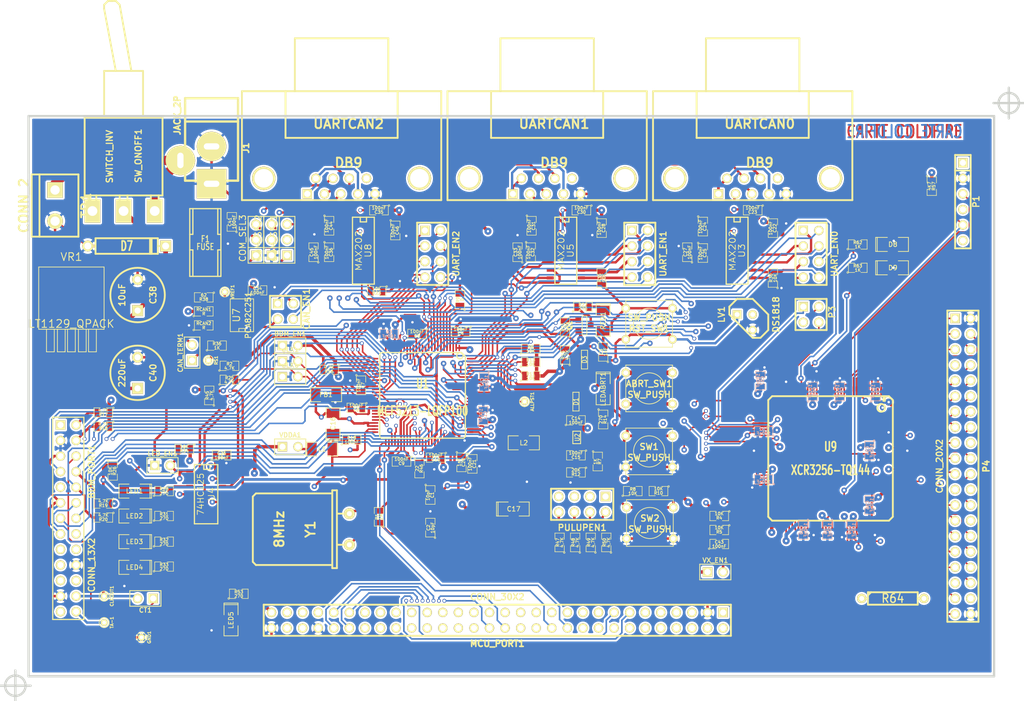
<source format=kicad_pcb>
(kicad_pcb (version 20221018) (generator pcbnew)
  (title_block (title "Demo Kicad") (date "2015-10-09") (rev "2"))
  (layers (0 "F.Cu" signal "Composant") (1 "In1.Cu" power "GND_layer") (2 "In2.Cu" power "VDD_layer") (31 "B.Cu" signal "Cuivre") (34 "B.Paste" user) (35 "F.Paste" user) (36 "B.SilkS" user "B.Silkscreen") (37 "F.SilkS" user "F.Silkscreen") (38 "B.Mask" user) (39 "F.Mask" user) (44 "Edge.Cuts" user))
  (net 0 "")
  (net 1 "/ALLPST")
  (net 2 "/AN2")
  (net 3 "/AN3")
  (net 4 "/AN4")
  (net 5 "/AN6")
  (net 6 "/BKPT-")
  (net 7 "/CLKIN/EXTAL")
  (net 8 "/CLKMOD0")
  (net 9 "/CLKMOD1")
  (net 10 "/DDAT0")
  (net 11 "/DDAT1")
  (net 12 "/DDAT2")
  (net 13 "/DDAT3")
  (net 14 "/DSCLK")
  (net 15 "/DSI")
  (net 16 "/DSO")
  (net 17 "/DTIN1")
  (net 18 "/GPT1")
  (net 19 "/GPT3")
  (net 20 "/IRQ-5")
  (net 21 "/IRQ-6")
  (net 22 "/IRQ-7")
  (net 23 "/JTAG_EN")
  (net 24 "/PST0")
  (net 25 "/PST1")
  (net 26 "/PST2")
  (net 27 "/PST3")
  (net 28 "/QSPI_CS3")
  (net 29 "/TCLK")
  (net 30 "/VDDPLL")
  (net 31 "/inout_user/CANRX")
  (net 32 "/inout_user/CAN_H")
  (net 33 "/inout_user/CAN_L")
  (net 34 "/inout_user/CTS0")
  (net 35 "/inout_user/CTS1")
  (net 36 "/inout_user/CTS2/CANH")
  (net 37 "/inout_user/PWM5")
  (net 38 "/inout_user/PWM7")
  (net 39 "/inout_user/RTS0")
  (net 40 "/inout_user/RTS1")
  (net 41 "/inout_user/RTS2")
  (net 42 "/inout_user/RXD0")
  (net 43 "/inout_user/RXD1")
  (net 44 "/inout_user/RXD2")
  (net 45 "/inout_user/RxD_CAN")
  (net 46 "/inout_user/TXD0")
  (net 47 "/inout_user/TXD1")
  (net 48 "/inout_user/TXD2/CANL")
  (net 49 "/inout_user/TxD_CAN")
  (net 50 "/inout_user/UCTS2")
  (net 51 "/inout_user/URTS0")
  (net 52 "/inout_user/URTS2")
  (net 53 "/inout_user/URXD1")
  (net 54 "/inout_user/URXD2")
  (net 55 "/inout_user/UTXD0")
  (net 56 "/xilinx/+3,3V_OUT")
  (net 57 "/xilinx/GLCK2")
  (net 58 "/xilinx/LED_TEST1")
  (net 59 "/xilinx/LED_TEST2")
  (net 60 "/xilinx/QSPI_CS2")
  (net 61 "/xilinx/TCK")
  (net 62 "/xilinx/TDI")
  (net 63 "/xilinx/TDO")
  (net 64 "/xilinx/TMS")
  (net 65 "/xilinx/XIL_D0")
  (net 66 "/xilinx/XIL_D1")
  (net 67 "/xilinx/XIL_D10")
  (net 68 "/xilinx/XIL_D11")
  (net 69 "/xilinx/XIL_D12")
  (net 70 "/xilinx/XIL_D13")
  (net 71 "/xilinx/XIL_D14")
  (net 72 "/xilinx/XIL_D15")
  (net 73 "/xilinx/XIL_D16")
  (net 74 "/xilinx/XIL_D17")
  (net 75 "/xilinx/XIL_D18")
  (net 76 "/xilinx/XIL_D19")
  (net 77 "/xilinx/XIL_D2")
  (net 78 "/xilinx/XIL_D20")
  (net 79 "/xilinx/XIL_D21")
  (net 80 "/xilinx/XIL_D22")
  (net 81 "/xilinx/XIL_D23")
  (net 82 "/xilinx/XIL_D24")
  (net 83 "/xilinx/XIL_D25")
  (net 84 "/xilinx/XIL_D26")
  (net 85 "/xilinx/XIL_D27")
  (net 86 "/xilinx/XIL_D28")
  (net 87 "/xilinx/XIL_D29")
  (net 88 "/xilinx/XIL_D3")
  (net 89 "/xilinx/XIL_D30")
  (net 90 "/xilinx/XIL_D31")
  (net 91 "/xilinx/XIL_D32")
  (net 92 "/xilinx/XIL_D33")
  (net 93 "/xilinx/XIL_D34")
  (net 94 "/xilinx/XIL_D35")
  (net 95 "/xilinx/XIL_D36")
  (net 96 "/xilinx/XIL_D4")
  (net 97 "/xilinx/XIL_D5")
  (net 98 "/xilinx/XIL_D6")
  (net 99 "/xilinx/XIL_D7")
  (net 100 "/xilinx/XIL_D8")
  (net 101 "/xilinx/XIL_D9")
  (net 102 "GND")
  (net 103 "Net-(ABRT_SW1-Pad1)")
  (net 104 "VDD")
  (net 105 "Net-(BDM_PORT1-Pad6)")
  (net 106 "/inout_user/RSTI-")
  (net 107 "Net-(BDM_PORT1-Pad26)")
  (net 108 "Net-(C3-Pad1)")
  (net 109 "Net-(C15-Pad1)")
  (net 110 "/inout_user/VCCA")
  (net 111 "GNDA")
  (net 112 "Net-(C23-Pad2)")
  (net 113 "Net-(C24-Pad1)")
  (net 114 "Net-(C24-Pad2)")
  (net 115 "Net-(C25-Pad1)")
  (net 116 "Net-(C25-Pad2)")
  (net 117 "Net-(C27-Pad1)")
  (net 118 "Net-(C30-Pad2)")
  (net 119 "Net-(C31-Pad1)")
  (net 120 "Net-(C31-Pad2)")
  (net 121 "Net-(C32-Pad1)")
  (net 122 "Net-(C32-Pad2)")
  (net 123 "Net-(C33-Pad1)")
  (net 124 "Net-(C35-Pad2)")
  (net 125 "Net-(C36-Pad1)")
  (net 126 "Net-(C36-Pad2)")
  (net 127 "Net-(C38-Pad1)")
  (net 128 "Net-(C43-Pad2)")
  (net 129 "Net-(C44-Pad1)")
  (net 130 "Net-(C44-Pad2)")
  (net 131 "Net-(C45-Pad1)")
  (net 132 "/inout_user/CANTX")
  (net 133 "Net-(CAN_TERM1-Pad2)")
  (net 134 "Net-(COM_SEL1-Pad3)")
  (net 135 "Net-(COM_SEL2-Pad3)")
  (net 136 "Net-(COM_SEL3-Pad3)")
  (net 137 "Net-(D1-Pad2)")
  (net 138 "Net-(D8-Pad1)")
  (net 139 "Net-(D9-Pad1)")
  (net 140 "Net-(F1-Pad1)")
  (net 141 "Net-(J1-Pad3)")
  (net 142 "Net-(L1-Pad1)")
  (net 143 "Net-(LED1-Pad1)")
  (net 144 "Net-(LED2-Pad1)")
  (net 145 "Net-(LED3-Pad1)")
  (net 146 "Net-(LED4-Pad1)")
  (net 147 "Net-(LED5-Pad1)")
  (net 148 "Net-(LEDABRT1-Pad2)")
  (net 149 "Net-(LED_EN1-Pad2)")
  (net 150 "/xilinx/IRQ-1")
  (net 151 "/inout_user/UCTS1")
  (net 152 "/inout_user/RTS0-")
  (net 153 "/inout_user/PWM1")
  (net 154 "/inout_user/PWM3")
  (net 155 "/xilinx/IRQ-2")
  (net 156 "/inout_user/QSPI_DOUT")
  (net 157 "/AN0")
  (net 158 "/inout_user/QSPI_DIN")
  (net 159 "/AN1")
  (net 160 "/inout_user/QSPI_SCLK")
  (net 161 "/QSPI_CS0")
  (net 162 "/xilinx/QSPI_CS1")
  (net 163 "/AN5")
  (net 164 "/xilinx/IRQ-3")
  (net 165 "/AN7")
  (net 166 "/IRQ-4")
  (net 167 "/DTIN0")
  (net 168 "/DTIN2")
  (net 169 "/inout_user/UTXD1")
  (net 170 "/inout_user/URTS1")
  (net 171 "/DTIN3")
  (net 172 "/inout_user/URXD0")
  (net 173 "/inout_user/UCTS0")
  (net 174 "/inout_user/UTXD2")
  (net 175 "/GPT0")
  (net 176 "/GPT2")
  (net 177 "/inout_user/RCON-")
  (net 178 "Net-(P3-Pad2)")
  (net 179 "Net-(P3-Pad4)")
  (net 180 "Net-(PULUPEN1-Pad2)")
  (net 181 "Net-(PULUPEN1-Pad4)")
  (net 182 "Net-(PULUPEN1-Pad6)")
  (net 183 "Net-(PULUPEN1-Pad8)")
  (net 184 "Net-(Q1-Pad2)")
  (net 185 "Net-(Q1-Pad3)")
  (net 186 "Net-(R9-Pad1)")
  (net 187 "Net-(R22-Pad2)")
  (net 188 "Net-(R23-Pad2)")
  (net 189 "Net-(R28-Pad2)")
  (net 190 "Net-(R30-Pad2)")
  (net 191 "Net-(R31-Pad2)")
  (net 192 "Net-(R32-Pad2)")
  (net 193 "Net-(R33-Pad2)")
  (net 194 "Net-(R35-Pad2)")
  (net 195 "Net-(R36-Pad1)")
  (net 196 "Net-(R46-Pad1)")
  (net 197 "Net-(U3-Pad9)")
  (net 198 "Net-(U3-Pad11)")
  (net 199 "Net-(U3-Pad12)")
  (net 200 "Net-(U5-Pad9)")
  (net 201 "Net-(U5-Pad11)")
  (net 202 "Net-(U5-Pad12)")
  (net 203 "Net-(U7-Pad5)")
  (net 204 "Net-(U8-Pad9)")
  (net 205 "Net-(U8-Pad10)")
  (net 206 "Net-(U8-Pad12)")
  (net 207 "Net-(UARTCAN0-Pad1)")
  (net 208 "Net-(UARTCAN1-Pad1)")
  (net 209 "Net-(UARTCAN2-Pad1)")
  (footprint "discret:SW_PUSH_SMALL" (layer "F.Cu") (at 172.339 100.33)
    (fp_text reference "ABRT_SW1")
    (fp_text value "SW_PUSH")
  )
  (footprint "connect:PINTST" (layer "F.Cu") (at 152.019 102.489 -90)
    (fp_text reference "ALLPST1")
    (fp_text value "CONN_1" hide)
  )
  (footprint "pin_array:PIN_ARRAY_2X1" (layer "F.Cu") (at 113.792 93.345)
    (fp_text reference "BDM_EN1")
    (fp_text value "JUMPER" hide)
  )
  (footprint "pin_array:pin_array_13x2" (layer "F.Cu") (at 77.597 121.539 -90)
    (fp_text reference "BDM_PORT1")
    (fp_text value "CONN_13X2")
  )
  (footprint "lib_smd:SM0805" (layer "F.Cu") (at 136.652 117.729 -90)
    (fp_text reference "C1")
    (fp_text value "10pF")
  )
  (footprint "lib_smd:SM0805" (layer "F.Cu") (at 136.652 123.063 90)
    (fp_text reference "C2")
    (fp_text value "10pF")
  )
  (footprint "lib_smd:SM0805" (layer "F.Cu") (at 164.846 94.361 90)
    (fp_text reference "C3")
    (fp_text value "1nF")
  )
  (footprint "lib_smd:SM0805" (layer "F.Cu") (at 141.605 91.059 180)
    (fp_text reference "C4")
    (fp_text value "100nF")
  )
  (footprint "lib_smd:SM0805" (layer "F.Cu") (at 134.493 91.44 180)
    (fp_text reference "C5")
    (fp_text value "100nF")
  )
  (footprint "lib_smd:SM0805" (layer "F.Cu") (at 125.349 99.822 -90)
    (fp_text reference "C7")
    (fp_text value "100nF")
  )
  (footprint "lib_smd:SM0805" (layer "F.Cu") (at 124.587 103.505 180)
    (fp_text reference "C8")
    (fp_text value "100nF")
  )
  (footprint "lib_smd:SM0805" (layer "F.Cu") (at 131.953 112.268 180)
    (fp_text reference "C9")
    (fp_text value "100nF")
  )
  (footprint "lib_smd:SM0805" (layer "F.Cu") (at 137.541 111.633 180)
    (fp_text reference "C10")
    (fp_text value "100nF")
  )
  (footprint "lib_smd:SM0805" (layer "F.Cu") (at 160.401 105.537)
    (fp_text reference "C14")
    (fp_text value "100nF")
  )
  (footprint "lib_smd:SM0805" (layer "F.Cu") (at 160.401 111.252 180)
    (fp_text reference "C15")
    (fp_text value "100nF")
  )
  (footprint "lib_smd:SM1206POL" (layer "F.Cu") (at 120.777 106.045 90)
    (fp_text reference "C16")
    (fp_text value "10uF" hide)
  )
  (footprint "lib_smd:SM1206POL" (layer "F.Cu") (at 150.241 120.015)
    (fp_text reference "C17")
    (fp_text value "100uF" hide)
  )
  (footprint "lib_smd:SM0805" (layer "F.Cu") (at 123.825 108.712)
    (fp_text reference "C18")
    (fp_text value "100nF")
  )
  (footprint "lib_smd:SM0805" (layer "F.Cu") (at 141.732 112.395 -90)
    (fp_text reference "C20")
    (fp_text value "1nF")
  )
  (footprint "lib_smd:SM0805" (layer "F.Cu") (at 143.51 112.649 -90)
    (fp_text reference "C21")
    (fp_text value "100nF")
  )
  (footprint "lib_smd:SM0805" (layer "F.Cu") (at 192.532 74.168 -90)
    (fp_text reference "C22")
    (fp_text value "100nF")
  )
  (footprint "lib_smd:SM0805" (layer "F.Cu") (at 189.23 71.247 180)
    (fp_text reference "C23")
    (fp_text value "100nF")
  )
  (footprint "lib_smd:SM0805" (layer "F.Cu") (at 181.102 73.914 -90)
    (fp_text reference "C24")
    (fp_text value "100nF")
  )
  (footprint "lib_smd:SM0805" (layer "F.Cu") (at 181.102 78.232 -90)
    (fp_text reference "C25")
    (fp_text value "100nF")
  )
  (footprint "lib_smd:SM0805" (layer "F.Cu") (at 102.616 111.252)
    (fp_text reference "C26")
    (fp_text value "100nF")
  )
  (footprint "lib_smd:SM0805" (layer "F.Cu") (at 178.562 78.105 90)
    (fp_text reference "C27")
    (fp_text value "100nF")
  )
  (footprint "lib_smd:SM0805" (layer "F.Cu") (at 164.592 74.168 -90)
    (fp_text reference "C28")
    (fp_text value "100nF")
  )
  (footprint "lib_smd:SM0805" (layer "F.Cu") (at 161.29 71.247 180)
    (fp_text reference "C30")
    (fp_text value "100nF")
  )
  (footprint "lib_smd:SM0805" (layer "F.Cu") (at 153.162 73.787 -90)
    (fp_text reference "C31")
    (fp_text value "100nF")
  )
  (footprint "lib_smd:SM0805" (layer "F.Cu") (at 153.035 78.105 -90)
    (fp_text reference "C32")
    (fp_text value "100nF")
  )
  (footprint "lib_smd:SM0805" (layer "F.Cu") (at 150.876 78.105 90)
    (fp_text reference "C33")
    (fp_text value "100nF")
  )
  (footprint "lib_smd:SM0805" (layer "F.Cu") (at 108.458 84.328)
    (fp_text reference "C34")
    (fp_text value "100nF")
  )
  (footprint "lib_smd:SM0805" (layer "F.Cu") (at 128.27 71.247 180)
    (fp_text reference "C35")
    (fp_text value "100nF")
  )
  (footprint "lib_smd:SM0805" (layer "F.Cu") (at 120.142 78.105 -90)
    (fp_text reference "C36")
    (fp_text value "100nF")
  )
  (footprint "discret:C2V8" (layer "F.Cu") (at 88.9 85.09 90)
    (fp_text reference "C38")
    (fp_text value "10uF")
  )
  (footprint "discret:C2V8" (layer "F.Cu") (at 88.9 97.79 90)
    (fp_text reference "C40")
    (fp_text value "220uF")
  )
  (footprint "lib_smd:SM0805" (layer "F.Cu") (at 104.267 73.152 90)
    (fp_text reference "C41")
    (fp_text value "100nF")
  )
  (footprint "lib_smd:SM0805" (layer "F.Cu") (at 183.769 125.73)
    (fp_text reference "C43")
    (fp_text value "100nF")
  )
  (footprint "lib_smd:SM0805" (layer "F.Cu") (at 120.142 73.787 -90)
    (fp_text reference "C44")
    (fp_text value "100nF")
  )
  (footprint "lib_smd:SM0805" (layer "F.Cu") (at 117.602 78.105 90)
    (fp_text reference "C45")
    (fp_text value "100nF")
  )
  (footprint "lib_smd:SM0805" (layer "F.Cu") (at 130.937 74.549 -90)
    (fp_text reference "C46")
    (fp_text value "100nF")
  )
  (footprint "pin_array:PIN_ARRAY_2X2" (layer "F.Cu") (at 113.03 87.757 -90)
    (fp_text reference "CAN_EN1")
    (fp_text value "CONN_2X2" hide)
  )
  (footprint "pin_array:PIN_ARRAY_2X1" (layer "F.Cu") (at 97.79 94.488 90)
    (fp_text reference "CAN_TERM1")
    (fp_text value "JUMPER" hide)
  )
  (footprint "pin_array:PIN_ARRAY_2X1" (layer "F.Cu") (at 113.792 98.425)
    (fp_text reference "CLK0")
    (fp_text value "JUMPER" hide)
  )
  (footprint "pin_array:PIN_ARRAY_2X1" (layer "F.Cu") (at 113.792 95.885)
    (fp_text reference "CLK1")
    (fp_text value "JUMPER" hide)
  )
  (footprint "connect:PINTST" (layer "F.Cu") (at 83.439 134.239 -90)
    (fp_text reference "CLKOUT1")
    (fp_text value "CONN_1" hide)
  )
  (footprint "pin_array:PIN_ARRAY_3X1" (layer "F.Cu") (at 113.284 76.073 90)
    (fp_text reference "COM_SEL1")
    (fp_text value "CONN_3" hide)
  )
  (footprint "pin_array:PIN_ARRAY_3X1" (layer "F.Cu") (at 110.744 76.073 90)
    (fp_text reference "COM_SEL2")
    (fp_text value "CONN_3" hide)
  )
  (footprint "pin_array:PIN_ARRAY_3X1" (layer "F.Cu") (at 108.204 76.073 90)
    (fp_text reference "COM_SEL3")
    (fp_text value "CONN_3" hide)
  )
  (footprint "pin_array:PIN_ARRAY_2X1" (layer "F.Cu") (at 90.17 134.62 180)
    (fp_text reference "CT1")
    (fp_text value "JUMPER" hide)
  )
  (footprint "lib_smd:ST23AK#1" (layer "F.Cu") (at 160.401 102.489 90)
    (fp_text reference "D1")
    (fp_text value "BAT54" hide)
  )
  (footprint "lib_smd:ST23AK#1" (layer "F.Cu") (at 161.798 95.631 90)
    (fp_text reference "D3")
    (fp_text value "BAT54" hide)
  )
  (footprint "discret:D5" (layer "F.Cu") (at 87.122 77.089)
    (fp_text reference "D7")
    (fp_text value "1N4004" hide)
  )
  (footprint "lib_smd:SM1206POL" (layer "F.Cu") (at 212.09 76.835)
    (fp_text reference "D8")
    (fp_text value "LED" hide)
  )
  (footprint "lib_smd:SM1206POL" (layer "F.Cu") (at 212.09 80.645)
    (fp_text reference "D9")
    (fp_text value "LED" hide)
  )
  (footprint "lib_smd:FSUPCMS" (layer "F.Cu") (at 99.949 76.454)
    (fp_text reference "F1")
    (fp_text value "FUSE")
  )
  (footprint "lib_smd:SM1206" (layer "F.Cu") (at 119.634 101.346 180)
    (fp_text reference "FB1")
    (fp_text value "BEAD" hide)
  )
  (footprint "connect:PINTST" (layer "F.Cu") (at 89.535 140.97 -90)
    (fp_text reference "GND1")
    (fp_text value "CONN_1" hide)
  )
  (footprint "connect:JACK_ALIM" (layer "F.Cu") (at 100.965 60.833 -90)
    (fp_text reference "J1")
    (fp_text value "JACK_2P")
  )
  (footprint "lib_smd:SM1206" (layer "F.Cu") (at 118.999 110.236)
    (fp_text reference "L1")
    (fp_text value "10uH" hide)
  )
  (footprint "lib_smd:SM1206" (layer "F.Cu") (at 151.892 109.22 180)
    (fp_text reference "L2")
    (fp_text value "10uH" hide)
  )
  (footprint "lib_smd:SM1206POL" (layer "F.Cu") (at 88.392 117.094 180)
    (fp_text reference "LED1")
    (fp_text value "LED" hide)
  )
  (footprint "lib_smd:SM1206POL" (layer "F.Cu") (at 88.392 121.158 180)
    (fp_text reference "LED2")
    (fp_text value "LED" hide)
  )
  (footprint "lib_smd:SM1206POL" (layer "F.Cu") (at 88.392 125.349 180)
    (fp_text reference "LED3")
    (fp_text value "LED" hide)
  )
  (footprint "lib_smd:SM1206POL" (layer "F.Cu") (at 88.392 129.54 180)
    (fp_text reference "LED4")
    (fp_text value "LED" hide)
  )
  (footprint "lib_smd:SM1206POL" (layer "F.Cu") (at 104.14 138.176 -90)
    (fp_text reference "LED5")
    (fp_text value "LED" hide)
  )
  (footprint "lib_smd:SM1206POL" (layer "F.Cu") (at 164.846 100.457 -90)
    (fp_text reference "LEDABRT1")
    (fp_text value "RED" hide)
  )
  (footprint "pin_array:PIN_ARRAY_2X1" (layer "F.Cu") (at 92.964 112.903)
    (fp_text reference "LED_EN1")
    (fp_text value "JUMPER" hide)
  )
  (footprint "discret:TO92-INVERT" (layer "F.Cu") (at 187.96 89.535 -90)
    (fp_text reference "LV1")
    (fp_text value "DS1818")
  )
  (footprint "pin_array:PIN_ARRAY_30X2" (layer "F.Cu") (at 147.574 138.176 180)
    (fp_text reference "MCU_PORT1")
    (fp_text value "CONN_30X2")
  )
  (footprint "pin_array:PIN_ARRAY-6X1" (layer "F.Cu") (at 223.52 69.85 -90)
    (fp_text reference "P1")
    (fp_text value "CONN_6" hide)
  )
  (footprint "pin_array:PIN_ARRAY_2X2" (layer "F.Cu") (at 198.755 88.265 -90)
    (fp_text reference "P3")
    (fp_text value "CONN_2X2" hide)
  )
  (footprint "pin_array:PIN_ARRAY_20X2" (layer "F.Cu") (at 223.52 113.03 -90)
    (fp_text reference "P4")
    (fp_text value "CONN_20X2")
  )
  (footprint "pin_array:pin_array_4x2" (layer "F.Cu") (at 161.417 119.253 180)
    (fp_text reference "PULUPEN1")
    (fp_text value "CONN_4X2" hide)
  )
  (footprint "lib_smd:SOT23EBC" (layer "F.Cu") (at 161.798 90.043 90)
    (fp_text reference "Q1")
    (fp_text value "3906" hide)
  )
  (footprint "lib_smd:SM0805" (layer "F.Cu") (at 128.27 121.285 90)
    (fp_text reference "R1")
    (fp_text value "1M")
  )
  (footprint "lib_smd:SM0805" (layer "F.Cu") (at 103.886 96.647)
    (fp_text reference "R2")
    (fp_text value "4,7K")
  )
  (footprint "lib_smd:SM0805" (layer "F.Cu") (at 183.769 121.158 180)
    (fp_text reference "R4")
    (fp_text value "10K")
  )
  (footprint "lib_smd:SM0805" (layer "F.Cu") (at 183.769 123.444 180)
    (fp_text reference "R5")
    (fp_text value "10K")
  )
  (footprint "lib_smd:SM0805" (layer "F.Cu") (at 153.035 93.853)
    (fp_text reference "R6")
    (fp_text value "10K")
  )
  (footprint "lib_smd:SM0805" (layer "F.Cu") (at 163.957 112.268 -90)
    (fp_text reference "R7")
    (fp_text value "1K")
  )
  (footprint "lib_smd:SM0805" (layer "F.Cu") (at 169.672 117.094)
    (fp_text reference "R8")
    (fp_text value "10K")
  )
  (footprint "lib_smd:SM0805" (layer "F.Cu") (at 141.478 85.852 90)
    (fp_text reference "R9")
    (fp_text value "0")
  )
  (footprint "lib_smd:SM0805" (layer "F.Cu") (at 173.863 117.094 180)
    (fp_text reference "R10")
    (fp_text value "10K")
  )
  (footprint "lib_smd:SM0805" (layer "F.Cu") (at 153.035 98.298)
    (fp_text reference "R11")
    (fp_text value "10K")
  )
  (footprint "lib_smd:SM0805" (layer "F.Cu") (at 160.401 114.046 180)
    (fp_text reference "R12")
    (fp_text value "20K")
  )
  (footprint "lib_smd:SM0805" (layer "F.Cu") (at 153.035 96.012)
    (fp_text reference "R13")
    (fp_text value "10K")
  )
  (footprint "lib_smd:SM0805" (layer "F.Cu") (at 164.846 105.41 -90)
    (fp_text reference "R14")
    (fp_text value "270")
  )
  (footprint "lib_smd:SM0805" (layer "F.Cu") (at 158.623 94.869 90)
    (fp_text reference "R15")
    (fp_text value "4,7K")
  )
  (footprint "lib_smd:SM0805" (layer "F.Cu") (at 120.142 97.282 180)
    (fp_text reference "R16")
    (fp_text value "4,7K")
  )
  (footprint "lib_smd:SM0805" (layer "F.Cu") (at 83.312 104.267 180)
    (fp_text reference "R17")
    (fp_text value "4,7K")
  )
  (footprint "lib_smd:SM0805" (layer "F.Cu") (at 83.312 106.553 180)
    (fp_text reference "R18")
    (fp_text value "4,7K")
  )
  (footprint "lib_smd:SM0805" (layer "F.Cu") (at 83.312 119.126 180)
    (fp_text reference "R19")
    (fp_text value "4,7K")
  )
  (footprint "lib_smd:SM0805" (layer "F.Cu") (at 83.312 121.412 180)
    (fp_text reference "R20")
    (fp_text value "4,7K")
  )
  (footprint "lib_smd:SM0805" (layer "F.Cu") (at 158.623 90.297 90)
    (fp_text reference "R21")
    (fp_text value "4,7K")
  )
  (footprint "lib_smd:SM0805" (layer "F.Cu") (at 161.544 86.995)
    (fp_text reference "R22")
    (fp_text value "270")
  )
  (footprint "lib_smd:SM0805" (layer "F.Cu") (at 127.889 84.455 180)
    (fp_text reference "R23")
    (fp_text value "10K")
  )
  (footprint "lib_smd:SM0805" (layer "F.Cu") (at 103.886 98.933)
    (fp_text reference "R25")
    (fp_text value "4,7K")
  )
  (footprint "lib_smd:SM0805" (layer "F.Cu") (at 84.836 113.792 -90)
    (fp_text reference "R26")
    (fp_text value "10K")
  )
  (footprint "lib_smd:SM0805" (layer "F.Cu") (at 93.218 117.094)
    (fp_text reference "R28")
    (fp_text value "270")
  )
  (footprint "lib_smd:SM0805" (layer "F.Cu") (at 192.532 82.296 90)
    (fp_text reference "R30")
    (fp_text value "10K")
  )
  (footprint "lib_smd:SM0805" (layer "F.Cu") (at 93.218 121.158)
    (fp_text reference "R31")
    (fp_text value "270")
  )
  (footprint "lib_smd:SM0805" (layer "F.Cu") (at 93.218 125.349)
    (fp_text reference "R32")
    (fp_text value "270")
  )
  (footprint "lib_smd:SM0805" (layer "F.Cu") (at 93.218 129.413)
    (fp_text reference "R33")
    (fp_text value "270")
  )
  (footprint "lib_smd:SM0805" (layer "F.Cu") (at 96.52 110.236 180)
    (fp_text reference "R34")
    (fp_text value "10K")
  )
  (footprint "lib_smd:SM0805" (layer "F.Cu") (at 164.592 82.296 90)
    (fp_text reference "R35")
    (fp_text value "10K")
  )
  (footprint "lib_smd:SM0805" (layer "F.Cu") (at 101.854 93.345)
    (fp_text reference "R36")
    (fp_text value "1K")
  )
  (footprint "lib_smd:SM0805" (layer "F.Cu") (at 99.695 85.471 180)
    (fp_text reference "R38")
    (fp_text value "62")
  )
  (footprint "lib_smd:SM0805" (layer "F.Cu") (at 100.584 101.473 90)
    (fp_text reference "R45")
    (fp_text value "4,7K")
  )
  (footprint "lib_smd:SM0805" (layer "F.Cu") (at 134.874 113.411 -90)
    (fp_text reference "R46")
    (fp_text value "22")
  )
  (footprint "lib_smd:SM0805" (layer "F.Cu") (at 157.734 125.476 90)
    (fp_text reference "R47")
    (fp_text value "4,7K")
  )
  (footprint "lib_smd:SM0805" (layer "F.Cu") (at 160.274 125.476 90)
    (fp_text reference "R48")
    (fp_text value "4,7K")
  )
  (footprint "lib_smd:SM0805" (layer "F.Cu") (at 162.814 125.476 90)
    (fp_text reference "R49")
    (fp_text value "4,7K")
  )
  (footprint "lib_smd:SM0805" (layer "F.Cu") (at 165.354 125.476 90)
    (fp_text reference "R50")
    (fp_text value "4,7K")
  )
  (footprint "lib_smd:SM0805" (layer "F.Cu") (at 105.41 133.858)
    (fp_text reference "R53")
    (fp_text value "270")
  )
  (footprint "lib_smd:SM0805" (layer "F.Cu") (at 218.44 67.31 -90)
    (fp_text reference "R57")
    (fp_text value "4K7")
  )
  (footprint "lib_smd:SM0805" (layer "F.Cu") (at 206.375 76.835)
    (fp_text reference "R62")
    (fp_text value "1K")
  )
  (footprint "lib_smd:SM0805" (layer "F.Cu") (at 206.375 80.645)
    (fp_text reference "R63")
    (fp_text value "1K")
  )
  (footprint "discret:R4" (layer "F.Cu") (at 212.09 134.62)
    (fp_text reference "R64")
    (fp_text value "3,3" hide)
  )
  (footprint "lib_smd:SM0805" (layer "F.Cu") (at 99.695 87.757)
    (fp_text reference "RCAN1")
    (fp_text value "R")
  )
  (footprint "lib_smd:SM0805" (layer "F.Cu") (at 99.695 90.043)
    (fp_text reference "RCAN2")
    (fp_text value "R")
  )
  (footprint "lib_smd:SM1206POL" (layer "F.Cu") (at 164.846 89.281 -90)
    (fp_text reference "RED1")
    (fp_text value "LED_RESET1" hide)
  )
  (footprint "connect:PINTST" (layer "F.Cu") (at 100.457 95.758 -90)
    (fp_text reference "RS1")
    (fp_text value "CONN_1" hide)
  )
  (footprint "discret:SW_PUSH_SMALL" (layer "F.Cu") (at 172.339 89.789 180)
    (fp_text reference "RST_SW1")
    (fp_text value "SW_PUSH")
  )
  (footprint "discret:SW_PUSH_SMALL" (layer "F.Cu") (at 172.339 110.617)
    (fp_text reference "SW1")
    (fp_text value "SW_PUSH")
  )
  (footprint "discret:SW_PUSH_SMALL" (layer "F.Cu") (at 172.466 122.301)
    (fp_text reference "SW2")
    (fp_text value "SW_PUSH")
  )
  (footprint "discret:SW_SPDT" (layer "F.Cu") (at 86.614 71.374 90)
    (fp_text reference "SW_ONOFF1")
    (fp_text value "SWITCH_INV")
  )
  (footprint "connect:PINTST" (layer "F.Cu") (at 83.439 138.557 -90)
    (fp_text reference "TA-1")
    (fp_text value "CONN_1" hide)
  )
  (footprint "connect:bornier2" (layer "F.Cu") (at 75.438 70.485 -90)
    (fp_text reference "TB1")
    (fp_text value "CONN_2")
  )
  (footprint "lib_smd:VQFP100" (layer "F.Cu") (at 135.382 101.473)
    (fp_text reference "U1")
    (fp_text value "MCF5213-LQFP100")
  )
  (footprint "lib_smd:SOT353" (layer "F.Cu") (at 160.528 108.331)
    (fp_text reference "U2")
    (fp_text value "74AHC1G14" hide)
  )
  (footprint "lib_smd:SO16E" (layer "F.Cu") (at 186.69 77.851 -90)
    (fp_text reference "U3")
    (fp_text value "MAX202")
  )
  (footprint "lib_smd:SO14E" (layer "F.Cu") (at 100.203 117.602 -90)
    (fp_text reference "U4")
    (fp_text value "74HC125")
  )
  (footprint "lib_smd:SO16E" (layer "F.Cu") (at 158.75 77.851 -90)
    (fp_text reference "U5")
    (fp_text value "MAX202")
  )
  (footprint "lib_smd:SO8E" (layer "F.Cu") (at 105.918 88.392 90)
    (fp_text reference "U7")
    (fp_text value "PCA82C251")
  )
  (footprint "lib_smd:SO16E" (layer "F.Cu") (at 125.73 77.851 -90)
    (fp_text reference "U8")
    (fp_text value "MAX202")
  )
  (footprint "lib_smd:TQFP144" (layer "F.Cu") (at 201.93 111.76)
    (fp_text reference "U9")
    (fp_text value "XCR3256-TQ144")
  )
  (footprint "connect:DB9FC" (layer "F.Cu") (at 189.103 67.31)
    (fp_text reference "UARTCAN0")
    (fp_text value "DB9")
  )
  (footprint "connect:DB9FC" (layer "F.Cu") (at 155.575 67.31)
    (fp_text reference "UARTCAN1")
    (fp_text value "DB9")
  )
  (footprint "connect:DB9FC" (layer "F.Cu") (at 122.047 67.31)
    (fp_text reference "UARTCAN2")
    (fp_text value "DB9")
  )
  (footprint "pin_array:pin_array_4x2" (layer "F.Cu") (at 198.755 78.359 -90)
    (fp_text reference "UART_EN0")
    (fp_text value "CONN_4X2" hide)
  )
  (footprint "pin_array:pin_array_4x2" (layer "F.Cu") (at 170.815 78.359 -90)
    (fp_text reference "UART_EN1")
    (fp_text value "CONN_4X2" hide)
  )
  (footprint "pin_array:pin_array_4x2" (layer "F.Cu") (at 137.033 78.359 -90)
    (fp_text reference "UART_EN2")
    (fp_text value "CONN_4X2" hide)
  )
  (footprint "pin_array:PIN_ARRAY_2X1" (layer "F.Cu") (at 113.792 109.855)
    (fp_text reference "VDDA1")
    (fp_text value "JUMPER" hide)
  )
  (footprint "lib_smd:DPAK5" (layer "F.Cu") (at 78.105 93.091)
    (fp_text reference "VR1")
    (fp_text value "LT1129_QPACK")
  )
  (footprint "connect:PINTST" (layer "F.Cu") (at 103.124 84.582 -90)
    (fp_text reference "VREF1")
    (fp_text value "CONN_1" hide)
  )
  (footprint "pin_array:PIN_ARRAY_2X1" (layer "F.Cu") (at 183.134 130.302)
    (fp_text reference "VX_EN1")
    (fp_text value "JUMPER" hide)
  )
  (footprint "discret:HC-18UH" (layer "F.Cu") (at 123.444 123.317 -90)
    (fp_text reference "Y1")
    (fp_text value "8MHz")
  )
  (footprint "lib_smd:SM0805" (layer "B.Cu") (at 129.921 91.44 180)
    (fp_text reference "C6")
    (fp_text value "100nF")
  )
  (footprint "lib_smd:SM0805" (layer "B.Cu") (at 145.288 104.775 90)
    (fp_text reference "C11")
    (fp_text value "100nF")
  )
  (footprint "lib_smd:SM0805" (layer "B.Cu") (at 145.415 99.314 -90)
    (fp_text reference "C12")
    (fp_text value "100nF")
  )
  (footprint "lib_smd:SM0805" (layer "B.Cu") (at 209.296 100.838 90)
    (fp_text reference "C51")
    (fp_text value "100nF")
  )
  (footprint "lib_smd:SM0805" (layer "B.Cu") (at 191.008 107.315 180)
    (fp_text reference "C52")
    (fp_text value "100nF")
  )
  (footprint "lib_smd:SM0805" (layer "B.Cu") (at 203.454 100.838 90)
    (fp_text reference "C53")
    (fp_text value "100nF")
  )
  (footprint "lib_smd:SM0805" (layer "B.Cu") (at 208.28 110.49 -90)
    (fp_text reference "C54")
    (fp_text value "100nF")
  )
  (footprint "lib_smd:SM0805" (layer "B.Cu") (at 201.422 123.444 -90)
    (fp_text reference "C55")
    (fp_text value "100nF")
  )
  (footprint "lib_smd:SM0805" (layer "B.Cu") (at 208.28 119.38 -90)
    (fp_text reference "C56")
    (fp_text value "100nF")
  )
  (footprint "lib_smd:SM0805" (layer "B.Cu") (at 190.5 99.06 90)
    (fp_text reference "C57")
    (fp_text value "100nF")
  )
  (footprint "lib_smd:SM0805" (layer "B.Cu") (at 199.009 100.838 90)
    (fp_text reference "C58")
    (fp_text value "100nF")
  )
  (footprint "lib_smd:SM0805" (layer "B.Cu") (at 205.359 123.444 -90)
    (fp_text reference "C59")
    (fp_text value "100nF")
  )
  (footprint "lib_smd:SM0805" (layer "B.Cu") (at 197.485 123.444 -90)
    (fp_text reference "C60")
    (fp_text value "100nF")
  )
  (footprint "lib_smd:SM0805" (layer "B.Cu") (at 191.008 115.189 180)
    (fp_text reference "C61")
    (fp_text value "100nF")
  )
  (gr_line (start 228.6 55.88) (end 228.6 147.32) (stroke (width 0.381)) (layer "Edge.Cuts"))
  (gr_line (start 71.12 55.88) (end 71.12 147.32) (stroke (width 0.381)) (layer "Edge.Cuts"))
  (gr_line (start 228.6 55.88) (end 71.12 55.88) (stroke (width 0.381)) (layer "Edge.Cuts"))
  (gr_line (start 71.12 147.32) (end 228.6 147.32) (stroke (width 0.381)) (layer "Edge.Cuts"))
  (gr_text "CARTE COLDFIRE" (at 213.995 58.42) (layer "F.Cu") (effects (font (size 2.032 1.524) (thickness 0.3048))))
  (gr_text "CARTE COLDFIRE" (at 213.995 58.42) (layer "B.Cu") (effects (font (size 2.032 1.524) (thickness 0.3048)) (justify mirror)))
  (target plus (at 68.95592 148.86432) (size 5) (width 0.381) (layer "Edge.Cuts"))
  (target plus (at 231.00792 53.75656) (size 5) (width 0.381) (layer "Edge.Cuts"))
  (segment (start 152.019 102.489) (end 143.129 102.4636) (width 0.254) (layer "F.Cu") (net 1))
  (segment (start 129.032 105.156) (end 128.8034 104.9782) (width 0.254) (layer "F.Cu") (net 2))
  (segment (start 128.8034 104.9782) (end 127.635 104.9782) (width 0.254) (layer "F.Cu") (net 2))
  (segment (start 129.54 105.41) (end 129.032 105.156) (width 0.254) (layer "F.Cu") (net 2))
  (via (at 129.54 105.41) (size 0.635) (drill 0.4) (layers "F.Cu" "B.Cu") (net 2))
  (segment (start 128.905 105.664) (end 129.032 105.918) (width 0.254) (layer "F.Cu") (net 3))
  (segment (start 128.6764 105.4862) (end 128.905 105.664) (width 0.254) (layer "F.Cu") (net 3))
  (segment (start 129.032 105.918) (end 129.54 106.299) (width 0.254) (layer "F.Cu") (net 3))
  (segment (start 127.635 105.4862) (end 128.6764 105.4862) (width 0.254) (layer "F.Cu") (net 3))
  (via (at 129.54 106.299) (size 0.635) (drill 0.4) (layers "F.Cu" "B.Cu") (net 3))
  (segment (start 130.8862 107.6198) (end 130.8862 109.22) (width 0.254) (layer "F.Cu") (net 4))
  (segment (start 130.8862 107.6198) (end 131.064 107.442) (width 0.254) (layer "F.Cu") (net 4))
  (segment (start 131.064 107.442) (end 131.064 106.426) (width 0.254) (layer "F.Cu") (net 4))
  (via (at 131.064 106.426) (size 0.635) (drill 0.4) (layers "F.Cu" "B.Cu") (net 4))
  (segment (start 129.159 110.871) (end 129.413 110.617) (width 0.254) (layer "F.Cu") (net 5))
  (segment (start 129.159 112.014) (end 129.159 111.3) (width 0.254) (layer "F.Cu") (net 5))
  (segment (start 129.159 111.3) (end 129.159 110.871) (width 0.254) (layer "F.Cu") (net 5))
  (segment (start 129.413 110.617) (end 129.87528 110.15472) (width 0.254) (layer "F.Cu") (net 5))
  (segment (start 129.87528 110.15472) (end 129.8956 109.22) (width 0.254) (layer "F.Cu") (net 5))
  (via (at 129.159 112.014) (size 0.889) (drill 0.4) (layers "F.Cu" "B.Cu") (net 5))
  (segment (start 154.178 132.461) (end 138.43 132.461) (width 0.254) (layer "B.Cu") (net 5))
  (segment (start 157.734 136.017) (end 154.178 132.461) (width 0.254) (layer "B.Cu") (net 5))
  (segment (start 159.004 139.319) (end 157.734 138.049) (width 0.254) (layer "B.Cu") (net 5))
  (segment (start 129.159 123.19) (end 129.159 112.014) (width 0.254) (layer "B.Cu") (net 5))
  (segment (start 138.43 132.461) (end 129.159 123.19) (width 0.254) (layer "B.Cu") (net 5))
  (segment (start 157.734 138.049) (end 157.734 136.017) (width 0.254) (layer "B.Cu") (net 5))
  (segment (start 159.004 139.446) (end 159.004 139.319) (width 0.254) (layer "B.Cu") (net 5))
  (segment (start 82.3595 104.267) (end 80.899 104.267) (width 0.4318) (layer "F.Cu") (net 6))
  (segment (start 145.288 108.712) (end 145.288 108.204) (width 0.254) (layer "F.Cu") (net 6))
  (segment (start 146.431 109.855) (end 145.288 108.712) (width 0.254) (layer "F.Cu") (net 6))
  (segment (start 78.867 106.299) (end 80.391 104.775) (width 0.381) (layer "F.Cu") (net 6))
  (segment (start 146.685 109.855) (end 146.431 109.855) (width 0.254) (layer "F.Cu") (net 6))
  (segment (start 80.899 104.267) (end 80.391 104.775) (width 0.4318) (layer "F.Cu") (net 6))
  (segment (start 145.288 108.204) (end 144.5514 107.4674) (width 0.254) (layer "F.Cu") (net 6))
  (segment (start 144.5514 107.4674) (end 143.129 107.4674) (width 0.254) (layer "F.Cu") (net 6))
  (via (at 87.63 112.141) (size 0.889) (drill 0.4) (layers "F.Cu" "B.Cu") (net 6))
  (via (at 146.685 109.855) (size 0.889) (drill 0.4) (layers "F.Cu" "B.Cu") (net 6))
  (segment (start 141.732 111.76) (end 143.637 109.855) (width 0.254) (layer "B.Cu") (net 6))
  (segment (start 110.49 114.173) (end 117.729 114.173) (width 0.254) (layer "B.Cu") (net 6))
  (segment (start 100.203 111.379) (end 107.696 111.379) (width 0.254) (layer "B.Cu") (net 6))
  (segment (start 125.476 112.649) (end 127.508 110.617) (width 0.254) (layer "B.Cu") (net 6))
  (segment (start 90.17 114.681) (end 94.361 114.681) (width 0.254) (layer "B.Cu") (net 6))
  (segment (start 87.63 112.141) (end 90.17 114.681) (width 0.254) (layer "B.Cu") (net 6))
  (segment (start 133.604 111.76) (end 141.732 111.76) (width 0.254) (layer "B.Cu") (net 6))
  (segment (start 119.253 112.649) (end 125.476 112.649) (width 0.254) (layer "B.Cu") (net 6))
  (segment (start 97.917 113.665) (end 100.203 111.379) (width 0.254) (layer "B.Cu") (net 6))
  (segment (start 127.508 110.617) (end 132.461 110.617) (width 0.254) (layer "B.Cu") (net 6))
  (segment (start 107.696 111.379) (end 110.49 114.173) (width 0.254) (layer "B.Cu") (net 6))
  (segment (start 94.361 114.681) (end 95.377 113.665) (width 0.254) (layer "B.Cu") (net 6))
  (segment (start 117.729 114.173) (end 119.253 112.649) (width 0.254) (layer "B.Cu") (net 6))
  (segment (start 132.461 110.617) (end 133.604 111.76) (width 0.254) (layer "B.Cu") (net 6))
  (segment (start 143.637 109.855) (end 146.685 109.855) (width 0.254) (layer "B.Cu") (net 6))
  (segment (start 95.377 113.665) (end 97.917 113.665) (width 0.254) (layer "B.Cu") (net 6))
  (segment (start 140.3858 111.0488) (end 140.589 111.379) (width 0.254) (layer "F.Cu") (net 7))
  (segment (start 141.224 114.554) (end 140.589 113.919) (width 0.381) (layer "F.Cu") (net 7))
  (segment (start 140.589 113.919) (end 140.589 111.379) (width 0.381) (layer "F.Cu") (net 7))
  (segment (start 123.8885 120.3325) (end 123.444 120.777) (width 0.381) (layer "F.Cu") (net 7))
  (segment (start 140.3858 109.22) (end 140.3858 111.0488) (width 0.254) (layer "F.Cu") (net 7))
  (segment (start 138.8745 116.7765) (end 139.446 116.205) (width 0.381) (layer "F.Cu") (net 7))
  (segment (start 142.621 116.205) (end 142.621 115.316) (width 0.381) (layer "F.Cu") (net 7))
  (segment (start 136.652 116.7765) (end 138.8745 116.7765) (width 0.381) (layer "F.Cu") (net 7))
  (segment (start 141.859 114.554) (end 141.224 114.554) (width 0.381) (layer "F.Cu") (net 7))
  (segment (start 128.27 120.3325) (end 123.8885 120.3325) (width 0.381) (layer "F.Cu") (net 7))
  (segment (start 142.621 115.316) (end 141.859 114.554) (width 0.381) (layer "F.Cu") (net 7))
  (segment (start 136.652 116.7765) (end 131.826 116.7765) (width 0.381) (layer "F.Cu") (net 7))
  (segment (start 131.826 116.7765) (end 128.27 120.3325) (width 0.381) (layer "F.Cu") (net 7))
  (via (at 142.621 116.205) (size 0.889) (drill 0.4) (layers "F.Cu" "B.Cu") (net 7))
  (via (at 139.446 116.205) (size 0.889) (drill 0.4) (layers "F.Cu" "B.Cu") (net 7))
  (segment (start 139.446 116.205) (end 142.621 116.205) (width 0.381) (layer "B.Cu") (net 7))
  (segment (start 116.586 98.425) (end 115.062 98.425) (width 0.254) (layer "F.Cu") (net 8))
  (segment (start 118.11 99.949) (end 116.586 98.425) (width 0.254) (layer "F.Cu") (net 8))
  (segment (start 122.174 99.949) (end 118.11 99.949) (width 0.254) (layer "F.Cu") (net 8))
  (segment (start 126.492 102.489) (end 126.238 102.235) (width 0.254) (layer "F.Cu") (net 8))
  (segment (start 115.062 98.425) (end 113.792 97.155) (width 0.254) (layer "F.Cu") (net 8))
  (segment (start 107.188 98.933) (end 104.8385 98.933) (width 0.254) (layer "F.Cu") (net 8))
  (segment (start 126.238 102.235) (end 123.444 102.235) (width 0.254) (layer "F.Cu") (net 8))
  (segment (start 127.635 102.489) (end 126.492 102.489) (width 0.254) (layer "F.Cu") (net 8))
  (segment (start 123.444 102.235) (end 123.19 101.981) (width 0.254) (layer "F.Cu") (net 8))
  (segment (start 108.966 97.155) (end 107.188 98.933) (width 0.254) (layer "F.Cu") (net 8))
  (segment (start 123.19 101.981) (end 123.19 100.965) (width 0.254) (layer "F.Cu") (net 8))
  (segment (start 123.19 100.965) (end 122.174 99.949) (width 0.254) (layer "F.Cu") (net 8))
  (segment (start 113.792 97.155) (end 108.966 97.155) (width 0.254) (layer "F.Cu") (net 8))
  (segment (start 122.809 99.695) (end 122.555 99.441) (width 0.254) (layer "F.Cu") (net 9))
  (segment (start 115.062 95.885) (end 113.792 94.615) (width 0.254) (layer "F.Cu") (net 9))
  (segment (start 118.618 99.441) (end 115.062 95.885) (width 0.254) (layer "F.Cu") (net 9))
  (segment (start 113.792 94.615) (end 108.966 94.615) (width 0.254) (layer "F.Cu") (net 9))
  (segment (start 124.587 101.727) (end 122.809 99.949) (width 0.254) (layer "F.Cu") (net 9))
  (segment (start 122.555 99.441) (end 118.618 99.441) (width 0.254) (layer "F.Cu") (net 9))
  (segment (start 126.746 101.981) (end 126.492 101.727) (width 0.254) (layer "F.Cu") (net 9))
  (segment (start 108.966 94.615) (end 106.934 96.647) (width 0.254) (layer "F.Cu") (net 9))
  (segment (start 127.635 101.981) (end 126.746 101.981) (width 0.254) (layer "F.Cu") (net 9))
  (segment (start 106.934 96.647) (end 104.8385 96.647) (width 0.254) (layer "F.Cu") (net 9))
  (segment (start 126.492 101.727) (end 124.587 101.727) (width 0.254) (layer "F.Cu") (net 9))
  (segment (start 122.809 99.949) (end 122.809 99.695) (width 0.254) (layer "F.Cu") (net 9))
  (segment (start 144.907 107.061) (end 145.796 107.95) (width 0.254) (layer "F.Cu") (net 10))
  (segment (start 144.78 106.9594) (end 144.907 107.061) (width 0.254) (layer "F.Cu") (net 10))
  (segment (start 145.796 107.95) (end 146.558 107.95) (width 0.254) (layer "F.Cu") (net 10))
  (segment (start 143.129 106.9594) (end 144.78 106.9594) (width 0.254) (layer "F.Cu") (net 10))
  (via (at 146.558 107.95) (size 0.889) (drill 0.4) (layers "F.Cu" "B.Cu") (net 10))
  (via (at 84.836 108.585) (size 0.635) (drill 0.4) (layers "F.Cu" "B.Cu") (net 10))
  (segment (start 144.653 107.95) (end 144.526 107.823) (width 0.254) (layer "B.Cu") (net 10))
  (segment (start 110.3503 106.045) (end 108.6993 107.696) (width 0.254) (layer "B.Cu") (net 10))
  (segment (start 116.205 103.886) (end 116.205 105.664) (width 0.254) (layer "B.Cu") (net 10))
  (segment (start 134.493 102.997) (end 133.477 102.997) (width 0.254) (layer "B.Cu") (net 10))
  (segment (start 115.824 106.045) (end 110.3503 106.045) (width 0.254) (layer "B.Cu") (net 10))
  (segment (start 146.558 107.95) (end 144.653 107.95) (width 0.254) (layer "B.Cu") (net 10))
  (segment (start 116.205 105.664) (end 115.824 106.045) (width 0.254) (layer "B.Cu") (net 10))
  (segment (start 144.526 107.823) (end 140.97 107.823) (width 0.254) (layer "B.Cu") (net 10))
  (segment (start 119.888 103.251) (end 116.84 103.251) (width 0.254) (layer "B.Cu") (net 10))
  (segment (start 116.84 103.251) (end 116.205 103.886) (width 0.254) (layer "B.Cu") (net 10))
  (segment (start 135.509 104.013) (end 134.493 102.997) (width 0.254) (layer "B.Cu") (net 10))
  (segment (start 133.477 102.997) (end 132.842 103.632) (width 0.254) (layer "B.Cu") (net 10))
  (segment (start 108.6993 107.696) (end 85.725 107.696) (width 0.254) (layer "B.Cu") (net 10))
  (segment (start 137.16 104.013) (end 135.509 104.013) (width 0.254) (layer "B.Cu") (net 10))
  (segment (start 122.682 103.886) (end 120.523 103.886) (width 0.254) (layer "B.Cu") (net 10))
  (segment (start 122.936 103.632) (end 122.682 103.886) (width 0.254) (layer "B.Cu") (net 10))
  (segment (start 85.725 107.696) (end 84.836 108.585) (width 0.254) (layer "B.Cu") (net 10))
  (segment (start 132.842 103.632) (end 122.936 103.632) (width 0.254) (layer "B.Cu") (net 10))
  (segment (start 120.523 103.886) (end 119.888 103.251) (width 0.254) (layer "B.Cu") (net 10))
  (segment (start 140.97 107.823) (end 137.16 104.013) (width 0.254) (layer "B.Cu") (net 10))
  (segment (start 145.2118 106.4768) (end 145.415 106.68) (width 0.254) (layer "F.Cu") (net 11))
  (segment (start 145.415 106.68) (end 146.558 106.68) (width 0.254) (layer "F.Cu") (net 11))
  (segment (start 143.129 106.4768) (end 145.2118 106.4768) (width 0.254) (layer "F.Cu") (net 11))
  (via (at 83.82 108.585) (size 0.635) (drill 0.4) (layers "F.Cu" "B.Cu") (net 11))
  (via (at 146.558 106.68) (size 0.889) (drill 0.4) (layers "F.Cu" "B.Cu") (net 11))
  (segment (start 127.381 100.838) (end 118.237 100.838) (width 0.254) (layer "B.Cu") (net 11))
  (segment (start 115.57 103.505) (end 111.6711 103.505) (width 0.254) (layer "B.Cu") (net 11))
  (segment (start 107.9881 107.188) (end 85.217 107.188) (width 0.254) (layer "B.Cu") (net 11))
  (segment (start 118.237 100.838) (end 115.57 103.505) (width 0.254) (layer "B.Cu") (net 11))
  (segment (start 111.6711 103.505) (end 107.9881 107.188) (width 0.254) (layer "B.Cu") (net 11))
  (segment (start 128.651 102.108) (end 127.381 100.838) (width 0.254) (layer "B.Cu") (net 11))
  (segment (start 136.017 102.108) (end 128.651 102.108) (width 0.254) (layer "B.Cu") (net 11))
  (segment (start 141.097 107.188) (end 136.017 102.108) (width 0.254) (layer "B.Cu") (net 11))
  (segment (start 141.097 107.188) (end 145.034 107.188) (width 0.254) (layer "B.Cu") (net 11))
  (segment (start 146.558 106.68) (end 145.542 106.68) (width 0.254) (layer "B.Cu") (net 11))
  (segment (start 85.217 107.188) (end 83.82 108.585) (width 0.254) (layer "B.Cu") (net 11))
  (segment (start 145.034 107.188) (end 145.542 106.68) (width 0.254) (layer "B.Cu") (net 11))
  (segment (start 139.827 103.378) (end 139.827 102.743) (width 0.254) (layer "F.Cu") (net 12))
  (segment (start 141.351 103.98252) (end 143.129 103.9622) (width 0.254) (layer "F.Cu") (net 12))
  (segment (start 140.43152 103.98252) (end 139.827 103.378) (width 0.254) (layer "F.Cu") (net 12))
  (segment (start 141.351 103.98252) (end 140.43152 103.98252) (width 0.254) (layer "F.Cu") (net 12))
  (via (at 139.827 102.743) (size 0.889) (drill 0.4) (layers "F.Cu" "B.Cu") (net 12))
  (via (at 81.788 108.585) (size 0.635) (drill 0.4) (layers "F.Cu" "B.Cu") (net 12))
  (segment (start 129.667 98.298) (end 127.762 98.298) (width 0.254) (layer "B.Cu") (net 12))
  (segment (start 139.065 102.489) (end 139.573 102.489) (width 0.254) (layer "B.Cu") (net 12))
  (segment (start 120.142 96.647) (end 116.713 100.076) (width 0.254) (layer "B.Cu") (net 12))
  (segment (start 127.762 98.298) (end 126.111 96.647) (width 0.254) (layer "B.Cu") (net 12))
  (segment (start 139.573 102.489) (end 139.827 102.743) (width 0.254) (layer "B.Cu") (net 12))
  (segment (start 111.571 100.076) (end 105.983 105.664) (width 0.254) (layer "B.Cu") (net 12))
  (segment (start 126.111 96.647) (end 120.142 96.647) (width 0.254) (layer "B.Cu") (net 12))
  (segment (start 136.779 100.203) (end 139.065 102.489) (width 0.254) (layer "B.Cu") (net 12))
  (segment (start 116.713 100.076) (end 111.571 100.076) (width 0.254) (layer "B.Cu") (net 12))
  (segment (start 83.566 105.664) (end 81.788 107.442) (width 0.254) (layer "B.Cu") (net 12))
  (segment (start 131.572 100.203) (end 129.667 98.298) (width 0.254) (layer "B.Cu") (net 12))
  (segment (start 81.788 107.442) (end 81.788 108.585) (width 0.254) (layer "B.Cu") (net 12))
  (segment (start 131.572 100.203) (end 136.779 100.203) (width 0.254) (layer "B.Cu") (net 12))
  (segment (start 105.983 105.664) (end 83.566 105.664) (width 0.254) (layer "B.Cu") (net 12))
  (segment (start 140.97 103.124) (end 141.3002 103.4542) (width 0.254) (layer "F.Cu") (net 13))
  (segment (start 141.3002 103.4542) (end 143.129 103.4796) (width 0.254) (layer "F.Cu") (net 13))
  (via (at 80.264 108.585) (size 0.635) (drill 0.4) (layers "F.Cu" "B.Cu") (net 13))
  (via (at 140.97 103.124) (size 0.889) (drill 0.4) (layers "F.Cu" "B.Cu") (net 13))
  (segment (start 110.998 97.663) (end 111.506 97.155) (width 0.254) (layer "B.Cu") (net 13))
  (segment (start 126.619 95.631) (end 128.27 97.282) (width 0.254) (layer "B.Cu") (net 13))
  (segment (start 82.296 104.648) (end 105.075 104.648) (width 0.254) (layer "B.Cu") (net 13))
  (segment (start 80.264 106.68) (end 82.296 104.648) (width 0.254) (layer "B.Cu") (net 13))
  (segment (start 119.634 95.631) (end 126.619 95.631) (width 0.254) (layer "B.Cu") (net 13))
  (segment (start 130.429 97.282) (end 132.207 99.06) (width 0.254) (layer "B.Cu") (net 13))
  (segment (start 132.207 99.06) (end 137.541 99.06) (width 0.254) (layer "B.Cu") (net 13))
  (segment (start 141.4145 100.9015) (end 139.3825 100.9015) (width 0.254) (layer "B.Cu") (net 13))
  (segment (start 142.367 102.87) (end 142.113 103.124) (width 0.254) (layer "B.Cu") (net 13))
  (segment (start 142.367 101.854) (end 142.367 102.87) (width 0.254) (layer "B.Cu") (net 13))
  (segment (start 111.506 97.155) (end 118.11 97.155) (width 0.254) (layer "B.Cu") (net 13))
  (segment (start 105.075 104.648) (end 110.998 98.725) (width 0.254) (layer "B.Cu") (net 13))
  (segment (start 139.3825 100.9015) (end 137.541 99.06) (width 0.254) (layer "B.Cu") (net 13))
  (segment (start 128.27 97.282) (end 130.429 97.282) (width 0.254) (layer "B.Cu") (net 13))
  (segment (start 118.11 97.155) (end 119.634 95.631) (width 0.254) (layer "B.Cu") (net 13))
  (segment (start 80.264 108.585) (end 80.264 106.68) (width 0.254) (layer "B.Cu") (net 13))
  (segment (start 110.998 98.725) (end 110.998 97.663) (width 0.254) (layer "B.Cu") (net 13))
  (segment (start 142.113 103.124) (end 140.97 103.124) (width 0.254) (layer "B.Cu") (net 13))
  (segment (start 141.4145 100.9015) (end 142.367 101.854) (width 0.254) (layer "B.Cu") (net 13))
  (segment (start 142.0876 102.9716) (end 143.129 102.9716) (width 0.254) (layer "F.Cu") (net 14))
  (segment (start 78.867 108.839) (end 80.645 107.061) (width 0.381) (layer "F.Cu") (net 14))
  (segment (start 82.3595 106.553) (end 81.153 106.553) (width 0.4318) (layer "F.Cu") (net 14))
  (segment (start 81.153 106.553) (end 80.645 107.061) (width 0.4318) (layer "F.Cu") (net 14))
  (segment (start 140.97 101.854) (end 142.0876 102.9716) (width 0.254) (layer "F.Cu") (net 14))
  (via (at 140.97 101.854) (size 0.889) (drill 0.4) (layers "F.Cu" "B.Cu") (net 14))
  (segment (start 81.026 108.839) (end 81.026 106.807) (width 0.254) (layer "B.Cu") (net 14))
  (segment (start 116.459 99.568) (end 119.888 96.139) (width 0.254) (layer "B.Cu") (net 14))
  (segment (start 79.756 109.347) (end 80.518 109.347) (width 0.254) (layer "B.Cu") (net 14))
  (segment (start 82.677 105.156) (end 105.629 105.156) (width 0.254) (layer "B.Cu") (net 14))
  (segment (start 111.217 99.568) (end 116.459 99.568) (width 0.254) (layer "B.Cu") (net 14))
  (segment (start 126.365 96.139) (end 128.016 97.79) (width 0.254) (layer "B.Cu") (net 14))
  (segment (start 139.2555 101.7905) (end 137.033 99.568) (width 0.254) (layer "B.Cu") (net 14))
  (segment (start 81.026 106.807) (end 82.677 105.156) (width 0.254) (layer "B.Cu") (net 14))
  (segment (start 78.867 108.839) (end 79.756 109.347) (width 0.254) (layer "B.Cu") (net 14))
  (segment (start 130.175 97.79) (end 131.953 99.568) (width 0.254) (layer "B.Cu") (net 14))
  (segment (start 119.888 96.139) (end 126.365 96.139) (width 0.254) (layer "B.Cu") (net 14))
  (segment (start 140.9065 101.7905) (end 139.2555 101.7905) (width 0.254) (layer "B.Cu") (net 14))
  (segment (start 128.016 97.79) (end 130.175 97.79) (width 0.254) (layer "B.Cu") (net 14))
  (segment (start 140.9065 101.7905) (end 140.97 101.854) (width 0.254) (layer "B.Cu") (net 14))
  (segment (start 80.518 109.347) (end 81.026 108.839) (width 0.254) (layer "B.Cu") (net 14))
  (segment (start 105.629 105.156) (end 111.217 99.568) (width 0.254) (layer "B.Cu") (net 14))
  (segment (start 131.953 99.568) (end 137.033 99.568) (width 0.254) (layer "B.Cu") (net 14))
  (segment (start 141.478 106.426) (end 141.9352 105.9688) (width 0.254) (layer "F.Cu") (net 15))
  (segment (start 82.3595 117.4115) (end 78.867 113.919) (width 0.4318) (layer "F.Cu") (net 15))
  (segment (start 141.9352 105.9688) (end 143.129 105.9688) (width 0.254) (layer "F.Cu") (net 15))
  (segment (start 82.3595 119.126) (end 82.3595 117.4115) (width 0.4318) (layer "F.Cu") (net 15))
  (via (at 141.478 106.426) (size 0.889) (drill 0.4) (layers "F.Cu" "B.Cu") (net 15))
  (segment (start 83.058 107.95) (end 84.328 106.68) (width 0.254) (layer "B.Cu") (net 15))
  (segment (start 79.248 113.03) (end 83.058 109.22) (width 0.254) (layer "B.Cu") (net 15))
  (segment (start 107.2007 106.68) (end 112.7887 101.092) (width 0.254) (layer "B.Cu") (net 15))
  (segment (start 117.983 100.33) (end 128.143 100.33) (width 0.254) (layer "B.Cu") (net 15))
  (segment (start 112.7887 101.092) (end 117.221 101.092) (width 0.254) (layer "B.Cu") (net 15))
  (segment (start 78.867 113.919) (end 79.248 113.03) (width 0.254) (layer "B.Cu") (net 15))
  (segment (start 128.143 100.33) (end 129.159 101.346) (width 0.254) (layer "B.Cu") (net 15))
  (segment (start 83.058 109.22) (end 83.058 107.95) (width 0.254) (layer "B.Cu") (net 15))
  (segment (start 117.221 101.092) (end 117.983 100.33) (width 0.254) (layer "B.Cu") (net 15))
  (segment (start 84.328 106.68) (end 107.2007 106.68) (width 0.254) (layer "B.Cu") (net 15))
  (segment (start 136.398 101.346) (end 140.716 105.664) (width 0.254) (layer "B.Cu") (net 15))
  (segment (start 140.716 105.664) (end 141.478 106.426) (width 0.254) (layer "B.Cu") (net 15))
  (segment (start 129.159 101.346) (end 136.398 101.346) (width 0.254) (layer "B.Cu") (net 15))
  (segment (start 81.534 121.412) (end 80.391 120.269) (width 0.4318) (layer "F.Cu") (net 16))
  (segment (start 142.0114 105.4862) (end 143.129 105.4608) (width 0.254) (layer "F.Cu") (net 16))
  (segment (start 82.3595 121.412) (end 81.534 121.412) (width 0.4318) (layer "F.Cu") (net 16))
  (segment (start 78.867 116.459) (end 80.391 117.983) (width 0.381) (layer "F.Cu") (net 16))
  (segment (start 141.478 105.283) (end 142.0114 105.4862) (width 0.254) (layer "F.Cu") (net 16))
  (segment (start 80.391 117.983) (end 80.391 120.269) (width 0.381) (layer "F.Cu") (net 16))
  (via (at 141.478 105.283) (size 0.635) (drill 0.4) (layers "F.Cu" "B.Cu") (net 16))
  (segment (start 77.597 110.744) (end 77.597 115.189) (width 0.254) (layer "B.Cu") (net 16))
  (segment (start 136.652 100.838) (end 140.97 105.156) (width 0.254) (layer "B.Cu") (net 16))
  (segment (start 129.54 100.838) (end 125.857 97.155) (width 0.254) (layer "B.Cu") (net 16))
  (segment (start 82.55 108.839) (end 81.28 110.109) (width 0.254) (layer "B.Cu") (net 16))
  (segment (start 78.232 110.109) (end 77.597 110.744) (width 0.254) (layer "B.Cu") (net 16))
  (segment (start 112.1537 100.584) (end 106.5657 106.172) (width 0.254) (layer "B.Cu") (net 16))
  (segment (start 129.54 100.838) (end 136.652 100.838) (width 0.254) (layer "B.Cu") (net 16))
  (segment (start 84.074 106.172) (end 82.55 107.696) (width 0.254) (layer "B.Cu") (net 16))
  (segment (start 120.396 97.155) (end 116.967 100.584) (width 0.254) (layer "B.Cu") (net 16))
  (segment (start 81.28 110.109) (end 78.232 110.109) (width 0.254) (layer "B.Cu") (net 16))
  (segment (start 106.5657 106.172) (end 84.074 106.172) (width 0.254) (layer "B.Cu") (net 16))
  (segment (start 141.478 105.283) (end 140.97 105.156) (width 0.254) (layer "B.Cu") (net 16))
  (segment (start 77.597 115.189) (end 78.867 116.459) (width 0.254) (layer "B.Cu") (net 16))
  (segment (start 125.857 97.155) (end 120.396 97.155) (width 0.254) (layer "B.Cu") (net 16))
  (segment (start 116.967 100.584) (end 112.1537 100.584) (width 0.254) (layer "B.Cu") (net 16))
  (segment (start 82.55 107.696) (end 82.55 108.839) (width 0.254) (layer "B.Cu") (net 16))
  (segment (start 99.822 107.569) (end 104.013 103.378) (width 0.381) (layer "F.Cu") (net 17))
  (segment (start 97.409 118.872) (end 98.679 118.872) (width 0.381) (layer "F.Cu") (net 17))
  (segment (start 127.635 100.9904) (end 129.159 100.965) (width 0.254) (layer "F.Cu") (net 17))
  (segment (start 98.679 118.872) (end 99.822 117.729) (width 0.381) (layer "F.Cu") (net 17))
  (segment (start 99.822 117.729) (end 99.822 107.569) (width 0.381) (layer "F.Cu") (net 17))
  (segment (start 130.937 99.187) (end 130.937 95.25) (width 0.254) (layer "F.Cu") (net 17))
  (segment (start 129.159 100.965) (end 130.937 99.187) (width 0.254) (layer "F.Cu") (net 17))
  (via (at 130.937 95.25) (size 0.635) (drill 0.4) (layers "F.Cu" "B.Cu") (net 17))
  (via (at 104.013 103.378) (size 0.635) (drill 0.4) (layers "F.Cu" "B.Cu") (net 17))
  (segment (start 109.982 97.917) (end 104.521 103.378) (width 0.254) (layer "B.Cu") (net 17))
  (segment (start 128.397 95.504) (end 128.397 94.869) (width 0.254) (layer "B.Cu") (net 17))
  (segment (start 130.937 95.758) (end 130.683 96.012) (width 0.254) (layer "B.Cu") (net 17))
  (segment (start 128.397 94.869) (end 125.73 92.202) (width 0.254) (layer "B.Cu") (net 17))
  (segment (start 109.982 93.472) (end 109.982 97.917) (width 0.254) (layer "B.Cu") (net 17))
  (segment (start 104.521 103.378) (end 104.013 103.378) (width 0.254) (layer "B.Cu") (net 17))
  (segment (start 130.683 96.012) (end 128.905 96.012) (width 0.254) (layer "B.Cu") (net 17))
  (segment (start 111.252 92.202) (end 109.982 93.472) (width 0.254) (layer "B.Cu") (net 17))
  (segment (start 128.905 96.012) (end 128.397 95.504) (width 0.254) (layer "B.Cu") (net 17))
  (segment (start 125.73 92.202) (end 111.252 92.202) (width 0.254) (layer "B.Cu") (net 17))
  (segment (start 130.937 95.25) (end 130.937 95.758) (width 0.254) (layer "B.Cu") (net 17))
  (segment (start 133.731 106.299) (end 133.3754 106.6546) (width 0.254) (layer "F.Cu") (net 18))
  (segment (start 133.3754 106.6546) (end 133.3754 109.22) (width 0.254) (layer "F.Cu") (net 18))
  (segment (start 134.112 106.045) (end 133.731 106.299) (width 0.254) (layer "F.Cu") (net 18))
  (via (at 135.382 135.001) (size 0.635) (drill 0.4) (layers "F.Cu" "B.Cu") (net 18))
  (via (at 134.112 106.045) (size 0.635) (drill 0.4) (layers "F.Cu" "B.Cu") (net 18))
  (segment (start 122.174 136.398) (end 125.349 133.223) (width 0.254) (layer "B.Cu") (net 18))
  (segment (start 135.382 134.366) (end 135.382 135.001) (width 0.254) (layer "B.Cu") (net 18))
  (segment (start 134.239 133.223) (end 135.382 134.366) (width 0.254) (layer "B.Cu") (net 18))
  (segment (start 122.174 138.176) (end 122.174 136.398) (width 0.254) (layer "B.Cu") (net 18))
  (segment (start 123.444 139.446) (end 122.174 138.176) (width 0.254) (layer "B.Cu") (net 18))
  (segment (start 125.349 133.223) (end 134.239 133.223) (width 0.254) (layer "B.Cu") (net 18))
  (segment (start 135.001 106.934) (end 134.874 107.569) (width 0.254) (layer "F.Cu") (net 19))
  (segment (start 134.874 107.569) (end 134.8994 109.22) (width 0.254) (layer "F.Cu") (net 19))
  (via (at 135.001 106.934) (size 0.635) (drill 0.4) (layers "F.Cu" "B.Cu") (net 19))
  (via (at 137.16 135.001) (size 0.635) (drill 0.4) (layers "F.Cu" "B.Cu") (net 19))
  (segment (start 120.904 139.446) (end 119.634 138.176) (width 0.254) (layer "B.Cu") (net 19))
  (segment (start 123.825 132.207) (end 135.128 132.207) (width 0.254) (layer "B.Cu") (net 19))
  (segment (start 119.634 136.398) (end 123.825 132.207) (width 0.254) (layer "B.Cu") (net 19))
  (segment (start 119.634 138.176) (end 119.634 136.398) (width 0.254) (layer "B.Cu") (net 19))
  (segment (start 135.128 132.207) (end 137.16 134.239) (width 0.254) (layer "B.Cu") (net 19))
  (segment (start 137.16 134.239) (end 137.16 135.001) (width 0.254) (layer "B.Cu") (net 19))
  (segment (start 166.497 97.917) (end 166.497 103.759) (width 0.381) (layer "F.Cu") (net 20))
  (segment (start 176.276 119.761) (end 168.656 119.761) (width 0.4318) (layer "F.Cu") (net 20))
  (segment (start 168.021 105.283) (end 168.021 106.807) (width 0.381) (layer "F.Cu") (net 20))
  (segment (start 138.811 97.282) (end 141.5034 99.9744) (width 0.254) (layer "F.Cu") (net 20))
  (segment (start 163.83 97.536) (end 166.116 97.536) (width 0.381) (layer "F.Cu") (net 20))
  (segment (start 149.733 99.695) (end 149.733 98.425) (width 0.254) (layer "F.Cu") (net 20))
  (segment (start 168.021 106.807) (end 166.497 108.331) (width 0.381) (layer "F.Cu") (net 20))
  (segment (start 166.497 103.759) (end 168.021 105.283) (width 0.381) (layer "F.Cu") (net 20))
  (segment (start 176.276 119.761) (end 176.276 118.5545) (width 0.4318) (layer "F.Cu") (net 20))
  (segment (start 150.495 100.457) (end 149.733 99.695) (width 0.254) (layer "F.Cu") (net 20))
  (segment (start 149.987 98.171) (end 150.495 98.171) (width 0.254) (layer "F.Cu") (net 20))
  (segment (start 141.5034 99.9744) (end 143.129 99.9744) (width 0.254) (layer "F.Cu") (net 20))
  (segment (start 166.497 108.331) (end 166.497 117.602) (width 0.381) (layer "F.Cu") (net 20))
  (segment (start 149.733 98.425) (end 149.987 98.171) (width 0.254) (layer "F.Cu") (net 20))
  (segment (start 166.497 117.602) (end 168.656 119.761) (width 0.381) (layer "F.Cu") (net 20))
  (segment (start 176.276 118.5545) (end 174.8155 117.094) (width 0.4318) (layer "F.Cu") (net 20))
  (segment (start 166.116 97.536) (end 166.497 97.917) (width 0.381) (layer "F.Cu") (net 20))
  (segment (start 150.495 100.457) (end 160.909 100.457) (width 0.381) (layer "F.Cu") (net 20))
  (segment (start 160.909 100.457) (end 163.83 97.536) (width 0.381) (layer "F.Cu") (net 20))
  (segment (start 138.811 97.282) (end 138.811 96.266) (width 0.254) (layer "F.Cu") (net 20))
  (via (at 138.811 96.266) (size 0.889) (drill 0.4) (layers "F.Cu" "B.Cu") (net 20))
  (via (at 150.495 98.171) (size 0.635) (drill 0.4) (layers "F.Cu" "B.Cu") (net 20))
  (segment (start 149.733 98.171) (end 148.59 97.028) (width 0.254) (layer "B.Cu") (net 20))
  (segment (start 150.495 98.171) (end 149.733 98.171) (width 0.254) (layer "B.Cu") (net 20))
  (segment (start 142.621 97.917) (end 143.51 97.028) (width 0.254) (layer "B.Cu") (net 20))
  (segment (start 143.51 97.028) (end 148.59 97.028) (width 0.254) (layer "B.Cu") (net 20))
  (segment (start 138.811 96.266) (end 138.811 97.028) (width 0.254) (layer "B.Cu") (net 20))
  (segment (start 139.7 97.917) (end 142.621 97.917) (width 0.254) (layer "B.Cu") (net 20))
  (segment (start 138.811 97.028) (end 139.7 97.917) (width 0.254) (layer "B.Cu") (net 20))
  (segment (start 140.716 97.663) (end 141.5288 98.4758) (width 0.254) (layer "F.Cu") (net 21))
  (segment (start 140.335 96.139) (end 140.716 96.52) (width 0.254) (layer "F.Cu") (net 21))
  (segment (start 141.5288 98.4758) (end 143.129 98.4758) (width 0.254) (layer "F.Cu") (net 21))
  (segment (start 140.716 96.52) (end 140.716 97.663) (width 0.254) (layer "F.Cu") (net 21))
  (segment (start 151.0665 97.282) (end 152.0825 98.298) (width 0.254) (layer "F.Cu") (net 21))
  (segment (start 150.495 97.282) (end 151.0665 97.282) (width 0.254) (layer "F.Cu") (net 21))
  (via (at 150.495 97.282) (size 0.635) (drill 0.4) (layers "F.Cu" "B.Cu") (net 21))
  (via (at 140.335 96.139) (size 0.889) (drill 0.4) (layers "F.Cu" "B.Cu") (net 21))
  (segment (start 140.843 97.282) (end 142.367 97.282) (width 0.254) (layer "B.Cu") (net 21))
  (segment (start 140.335 96.774) (end 140.843 97.282) (width 0.254) (layer "B.Cu") (net 21))
  (segment (start 148.971 96.52) (end 143.129 96.52) (width 0.254) (layer "B.Cu") (net 21))
  (segment (start 142.367 97.282) (end 143.129 96.52) (width 0.254) (layer "B.Cu") (net 21))
  (segment (start 150.495 97.282) (end 149.733 97.282) (width 0.254) (layer "B.Cu") (net 21))
  (segment (start 140.335 96.139) (end 140.335 96.774) (width 0.254) (layer "B.Cu") (net 21))
  (segment (start 149.733 97.282) (end 148.971 96.52) (width 0.254) (layer "B.Cu") (net 21))
  (segment (start 141.605 97.79) (end 141.7828 97.9678) (width 0.254) (layer "F.Cu") (net 22))
  (segment (start 141.605 96.266) (end 141.605 97.79) (width 0.254) (layer "F.Cu") (net 22))
  (segment (start 157.9245 101.5365) (end 159.4485 101.5365) (width 0.381) (layer "F.Cu") (net 22))
  (segment (start 157.607 101.219) (end 157.9245 101.5365) (width 0.381) (layer "F.Cu") (net 22))
  (segment (start 149.225 97.282) (end 149.225 100.203) (width 0.254) (layer "F.Cu") (net 22))
  (segment (start 152.0825 96.012) (end 150.876 96.012) (width 0.254) (layer "F.Cu") (net 22))
  (segment (start 150.495 96.393) (end 149.86 96.647) (width 0.254) (layer "F.Cu") (net 22))
  (segment (start 150.876 96.012) (end 150.495 96.393) (width 0.254) (layer "F.Cu") (net 22))
  (segment (start 149.225 100.203) (end 150.241 101.219) (width 0.254) (layer "F.Cu") (net 22))
  (segment (start 149.86 96.647) (end 149.225 97.282) (width 0.254) (layer "F.Cu") (net 22))
  (segment (start 150.241 101.219) (end 157.607 101.219) (width 0.381) (layer "F.Cu") (net 22))
  (segment (start 141.7828 97.9678) (end 143.129 97.9678) (width 0.254) (layer "F.Cu") (net 22))
  (via (at 150.495 96.393) (size 0.635) (drill 0.4) (layers "F.Cu" "B.Cu") (net 22))
  (via (at 141.605 96.266) (size 0.889) (drill 0.4) (layers "F.Cu" "B.Cu") (net 22))
  (segment (start 141.986 95.885) (end 149.225 95.885) (width 0.254) (layer "B.Cu") (net 22))
  (segment (start 141.986 95.885) (end 141.605 96.266) (width 0.254) (layer "B.Cu") (net 22))
  (segment (start 149.225 95.885) (end 149.733 96.393) (width 0.254) (layer "B.Cu") (net 22))
  (segment (start 149.733 96.393) (end 150.495 96.393) (width 0.254) (layer "B.Cu") (net 22))
  (segment (start 125.476 92.964) (end 125.603 93.345) (width 0.254) (layer "F.Cu") (net 23))
  (segment (start 119.1895 97.282) (end 119.1895 95.1865) (width 0.4318) (layer "F.Cu") (net 23))
  (segment (start 125.603 93.345) (end 125.603 94.361) (width 0.254) (layer "F.Cu") (net 23))
  (segment (start 125.603 94.361) (end 126.5174 95.2754) (width 0.254) (layer "F.Cu") (net 23))
  (segment (start 126.5174 95.2754) (end 127.635 95.4786) (width 0.254) (layer "F.Cu") (net 23))
  (segment (start 119.1895 95.1865) (end 117.348 93.345) (width 0.4318) (layer "F.Cu") (net 23))
  (segment (start 117.348 93.345) (end 115.062 93.345) (width 0.4318) (layer "F.Cu") (net 23))
  (via (at 125.476 92.964) (size 0.635) (drill 0.4) (layers "F.Cu" "B.Cu") (net 23))
  (segment (start 116.078 92.964) (end 115.062 93.345) (width 0.254) (layer "B.Cu") (net 23))
  (segment (start 125.476 92.964) (end 116.078 92.964) (width 0.254) (layer "B.Cu") (net 23))
  (segment (start 136.37768 107.07768) (end 135.7 106.4) (width 0.254) (layer "F.Cu") (net 24))
  (segment (start 135.7 106.4) (end 135.7 105.6) (width 0.254) (layer "F.Cu") (net 24))
  (segment (start 136.37768 107.81792) (end 136.37768 107.1) (width 0.254) (layer "F.Cu") (net 24))
  (segment (start 136.37768 107.1) (end 136.37768 107.07768) (width 0.254) (layer "F.Cu") (net 24))
  (segment (start 136.398 109.22) (end 136.37768 107.81792) (width 0.254) (layer "F.Cu") (net 24))
  (via (at 135.7 105.6) (size 0.889) (drill 0.4) (layers "F.Cu" "B.Cu") (net 24))
  (segment (start 135.89 105.79) (end 135.7 105.6) (width 0.254) (layer "B.Cu") (net 24))
  (segment (start 135.001 108.077) (end 135.89 107.188) (width 0.254) (layer "B.Cu") (net 24))
  (segment (start 74.676 118.491) (end 75.438 117.729) (width 0.254) (layer "B.Cu") (net 24))
  (segment (start 80.01 113.919) (end 83.185 110.744) (width 0.254) (layer "B.Cu") (net 24))
  (segment (start 111.506 111.125) (end 115.951 111.125) (width 0.254) (layer "B.Cu") (net 24))
  (segment (start 83.185 110.744) (end 84.963 110.744) (width 0.254) (layer "B.Cu") (net 24))
  (segment (start 74.676 122.428) (end 74.676 118.491) (width 0.254) (layer "B.Cu") (net 24))
  (segment (start 127.127 107.569) (end 127.635 108.077) (width 0.254) (layer "B.Cu") (net 24))
  (segment (start 86.941 108.766) (end 109.147 108.766) (width 0.254) (layer "B.Cu") (net 24))
  (segment (start 135.89 107.188) (end 135.89 105.79) (width 0.254) (layer "B.Cu") (net 24))
  (segment (start 80.01 117.348) (end 80.01 113.919) (width 0.254) (layer "B.Cu") (net 24))
  (segment (start 79.629 117.729) (end 80.01 117.348) (width 0.254) (layer "B.Cu") (net 24))
  (segment (start 84.963 110.744) (end 86.941 108.766) (width 0.254) (layer "B.Cu") (net 24))
  (segment (start 115.951 111.125) (end 119.507 107.569) (width 0.254) (layer "B.Cu") (net 24))
  (segment (start 75.438 117.729) (end 79.629 117.729) (width 0.254) (layer "B.Cu") (net 24))
  (segment (start 109.147 108.766) (end 111.506 111.125) (width 0.254) (layer "B.Cu") (net 24))
  (segment (start 76.327 124.079) (end 74.676 122.428) (width 0.254) (layer "B.Cu") (net 24))
  (segment (start 127.635 108.077) (end 135.001 108.077) (width 0.254) (layer "B.Cu") (net 24))
  (segment (start 119.507 107.569) (end 127.127 107.569) (width 0.254) (layer "B.Cu") (net 24))
  (segment (start 136.8806 105.9434) (end 136.906 105.918) (width 0.254) (layer "F.Cu") (net 25))
  (segment (start 136.8806 109.22) (end 136.8806 105.9434) (width 0.254) (layer "F.Cu") (net 25))
  (via (at 136.906 105.918) (size 0.635) (drill 0.4) (layers "F.Cu" "B.Cu") (net 25))
  (segment (start 78.867 121.539) (end 80.518 119.888) (width 0.254) (layer "B.Cu") (net 25))
  (segment (start 80.518 119.888) (end 80.518 114.173) (width 0.254) (layer "B.Cu") (net 25))
  (segment (start 116.151 111.887) (end 119.961 108.077) (width 0.254) (layer "B.Cu") (net 25))
  (segment (start 126.873 108.077) (end 127.381 108.585) (width 0.254) (layer "B.Cu") (net 25))
  (segment (start 108.712 109.474) (end 111.125 111.887) (width 0.254) (layer "B.Cu") (net 25))
  (segment (start 85.217 111.252) (end 86.995 109.474) (width 0.254) (layer "B.Cu") (net 25))
  (segment (start 127.381 108.585) (end 135.382 108.585) (width 0.254) (layer "B.Cu") (net 25))
  (segment (start 111.125 111.887) (end 116.151 111.887) (width 0.254) (layer "B.Cu") (net 25))
  (segment (start 136.906 107.061) (end 136.906 105.918) (width 0.254) (layer "B.Cu") (net 25))
  (segment (start 135.382 108.585) (end 136.906 107.061) (width 0.254) (layer "B.Cu") (net 25))
  (segment (start 83.439 111.252) (end 85.217 111.252) (width 0.254) (layer "B.Cu") (net 25))
  (segment (start 86.995 109.474) (end 108.712 109.474) (width 0.254) (layer "B.Cu") (net 25))
  (segment (start 80.518 114.173) (end 83.439 111.252) (width 0.254) (layer "B.Cu") (net 25))
  (segment (start 119.961 108.077) (end 126.873 108.077) (width 0.254) (layer "B.Cu") (net 25))
  (segment (start 138.3792 106.8208) (end 138.7 106.5) (width 0.254) (layer "F.Cu") (net 26))
  (segment (start 138.3792 107.9754) (end 138.3792 106.8208) (width 0.254) (layer "F.Cu") (net 26))
  (segment (start 138.3792 109.22) (end 138.3792 107.9754) (width 0.254) (layer "F.Cu") (net 26))
  (via (at 138.7 106.5) (size 0.635) (drill 0.4) (layers "F.Cu" "B.Cu") (net 26))
  (segment (start 77.597 122.809) (end 76.327 121.539) (width 0.254) (layer "B.Cu") (net 26))
  (segment (start 85.471 111.76) (end 83.693 111.76) (width 0.254) (layer "B.Cu") (net 26))
  (segment (start 136.017 109.093) (end 127.127 109.093) (width 0.254) (layer "B.Cu") (net 26))
  (segment (start 87.122 110.109) (end 108.331 110.109) (width 0.254) (layer "B.Cu") (net 26))
  (segment (start 87.122 110.109) (end 85.471 111.76) (width 0.254) (layer "B.Cu") (net 26))
  (segment (start 138.7 106.5) (end 136.017 109.093) (width 0.254) (layer "B.Cu") (net 26))
  (segment (start 126.619 108.585) (end 120.415 108.585) (width 0.254) (layer "B.Cu") (net 26))
  (segment (start 81.026 114.427) (end 81.026 121.285) (width 0.254) (layer "B.Cu") (net 26))
  (segment (start 79.502 122.809) (end 77.597 122.809) (width 0.254) (layer "B.Cu") (net 26))
  (segment (start 83.693 111.76) (end 81.026 114.427) (width 0.254) (layer "B.Cu") (net 26))
  (segment (start 81.026 121.285) (end 79.502 122.809) (width 0.254) (layer "B.Cu") (net 26))
  (segment (start 108.331 110.109) (end 110.871 112.649) (width 0.254) (layer "B.Cu") (net 26))
  (segment (start 116.351 112.649) (end 110.871 112.649) (width 0.254) (layer "B.Cu") (net 26))
  (segment (start 127.127 109.093) (end 126.619 108.585) (width 0.254) (layer "B.Cu") (net 26))
  (segment (start 120.415 108.585) (end 116.351 112.649) (width 0.254) (layer "B.Cu") (net 26))
  (segment (start 138.8872 109.22) (end 138.8872 107.8992) (width 0.254) (layer "F.Cu") (net 27))
  (segment (start 138.8872 107.8992) (end 139.065 107.442) (width 0.254) (layer "F.Cu") (net 27))
  (via (at 139.065 107.442) (size 0.635) (drill 0.4) (layers "F.Cu" "B.Cu") (net 27))
  (segment (start 77.597 123.571) (end 77.597 124.968) (width 0.254) (layer "B.Cu") (net 27))
  (segment (start 83.82 112.395) (end 85.598 112.395) (width 0.254) (layer "B.Cu") (net 27))
  (segment (start 75.184 122.174) (end 75.819 122.809) (width 0.254) (layer "B.Cu") (net 27))
  (segment (start 77.597 124.968) (end 77.978 125.349) (width 0.254) (layer "B.Cu") (net 27))
  (segment (start 110.49 113.284) (end 116.778 113.284) (width 0.254) (layer "B.Cu") (net 27))
  (segment (start 77.597 120.269) (end 75.819 120.269) (width 0.254) (layer "B.Cu") (net 27))
  (segment (start 120.969 109.093) (end 126.365 109.093) (width 0.254) (layer "B.Cu") (net 27))
  (segment (start 107.95 110.744) (end 110.49 113.284) (width 0.254) (layer "B.Cu") (net 27))
  (segment (start 116.778 113.284) (end 120.969 109.093) (width 0.254) (layer "B.Cu") (net 27))
  (segment (start 77.978 125.349) (end 79.629 125.349) (width 0.254) (layer "B.Cu") (net 27))
  (segment (start 87.249 110.744) (end 107.95 110.744) (width 0.254) (layer "B.Cu") (net 27))
  (segment (start 126.365 109.093) (end 127 109.728) (width 0.254) (layer "B.Cu") (net 27))
  (segment (start 76.835 122.809) (end 77.597 123.571) (width 0.254) (layer "B.Cu") (net 27))
  (segment (start 75.184 120.904) (end 75.184 122.174) (width 0.254) (layer "B.Cu") (net 27))
  (segment (start 75.819 120.269) (end 75.184 120.904) (width 0.254) (layer "B.Cu") (net 27))
  (segment (start 75.819 122.809) (end 76.835 122.809) (width 0.254) (layer "B.Cu") (net 27))
  (segment (start 136.779 109.728) (end 139.065 107.442) (width 0.254) (layer "B.Cu") (net 27))
  (segment (start 81.534 114.681) (end 83.82 112.395) (width 0.254) (layer "B.Cu") (net 27))
  (segment (start 127 109.728) (end 136.779 109.728) (width 0.254) (layer "B.Cu") (net 27))
  (segment (start 79.629 125.349) (end 81.534 123.444) (width 0.254) (layer "B.Cu") (net 27))
  (segment (start 85.598 112.395) (end 87.249 110.744) (width 0.254) (layer "B.Cu") (net 27))
  (segment (start 78.867 118.999) (end 77.597 120.269) (width 0.254) (layer "B.Cu") (net 27))
  (segment (start 81.534 123.444) (end 81.534 114.681) (width 0.254) (layer "B.Cu") (net 27))
  (segment (start 136.779 95.321) (end 135.880068 94.422068) (width 0.254) (layer "F.Cu") (net 28))
  (segment (start 135.880068 94.422068) (end 135.880068 94.42206) (width 0.254) (layer "F.Cu") (net 28))
  (segment (start 135.880068 94.42206) (end 135.8646 93.726) (width 0.254) (layer "F.Cu") (net 28))
  (segment (start 136.779 95.7) (end 136.779 95.321) (width 0.254) (layer "F.Cu") (net 28))
  (segment (start 136.398 97.282) (end 136.779 96.901) (width 0.254) (layer "F.Cu") (net 28))
  (segment (start 136.271 97.282) (end 136.398 97.282) (width 0.254) (layer "F.Cu") (net 28))
  (segment (start 136.779 96.901) (end 136.779 95.7) (width 0.254) (layer "F.Cu") (net 28))
  (via (at 136.271 97.282) (size 0.889) (drill 0.4) (layers "F.Cu" "B.Cu") (net 28))
  (via (at 153.035 92.71) (size 0.635) (drill 0.4) (layers "F.Cu" "B.Cu") (net 28))
  (segment (start 136.779 97.282) (end 137.0711 96.9899) (width 0.254) (layer "B.Cu") (net 28))
  (segment (start 139.573 92.964) (end 152.654 92.964) (width 0.254) (layer "B.Cu") (net 28))
  (segment (start 137.0711 95.66656) (end 139.573 92.964) (width 0.254) (layer "B.Cu") (net 28))
  (segment (start 136.271 97.282) (end 136.779 97.282) (width 0.254) (layer "B.Cu") (net 28))
  (segment (start 137.0711 95.66656) (end 137.0711 96.9899) (width 0.254) (layer "B.Cu") (net 28))
  (segment (start 152.654 92.964) (end 153.035 92.71) (width 0.254) (layer "B.Cu") (net 28))
  (segment (start 122.428 115.316) (end 122.555 115.189) (width 0.4318) (layer "F.Cu") (net 29))
  (segment (start 83.312 115.316) (end 83.312 134.112) (width 0.4318) (layer "F.Cu") (net 29))
  (segment (start 134.0485 115.189) (end 134.874 114.3635) (width 0.4318) (layer "F.Cu") (net 29))
  (segment (start 122.555 115.189) (end 134.0485 115.189) (width 0.4318) (layer "F.Cu") (net 29))
  (segment (start 83.312 134.112) (end 83.439 134.239) (width 0.4318) (layer "F.Cu") (net 29))
  (segment (start 83.8835 112.8395) (end 84.836 112.8395) (width 0.4318) (layer "F.Cu") (net 29))
  (segment (start 83.312 115.316) (end 83.312 113.411) (width 0.4318) (layer "F.Cu") (net 29))
  (segment (start 83.312 113.411) (end 83.8835 112.8395) (width 0.4318) (layer "F.Cu") (net 29))
  (via (at 122.428 115.316) (size 0.889) (drill 0.4) (layers "F.Cu" "B.Cu") (net 29))
  (via (at 83.312 115.316) (size 0.889) (drill 0.4) (layers "F.Cu" "B.Cu") (net 29))
  (segment (start 104.775 116.459) (end 106.045 115.189) (width 0.4318) (layer "B.Cu") (net 29))
  (segment (start 122.301 115.189) (end 122.428 115.316) (width 0.4318) (layer "B.Cu") (net 29))
  (segment (start 83.439 134.239) (end 88.519 134.239) (width 0.4318) (layer "B.Cu") (net 29))
  (segment (start 85.09 116.967) (end 93.345 116.967) (width 0.4318) (layer "B.Cu") (net 29))
  (segment (start 83.439 115.316) (end 85.09 116.967) (width 0.4318) (layer "B.Cu") (net 29))
  (segment (start 83.312 115.316) (end 83.439 115.316) (width 0.4318) (layer "B.Cu") (net 29))
  (segment (start 93.853 116.459) (end 104.775 116.459) (width 0.4318) (layer "B.Cu") (net 29))
  (segment (start 88.519 134.239) (end 88.9 134.62) (width 0.4318) (layer "B.Cu") (net 29))
  (segment (start 93.345 116.967) (end 93.853 116.459) (width 0.4318) (layer "B.Cu") (net 29))
  (segment (start 106.045 115.189) (end 122.301 115.189) (width 0.4318) (layer "B.Cu") (net 29))
  (segment (start 83.439 134.239) (end 78.867 134.239) (width 0.4318) (layer "B.Cu") (net 29))
  (segment (start 141.986 111.6965) (end 141.732 111.4425) (width 0.381) (layer "F.Cu") (net 30))
  (segment (start 140.8938 109.22) (end 140.8938 110.7948) (width 0.254) (layer "F.Cu") (net 30))
  (segment (start 140.8938 110.7948) (end 141.732 111.4425) (width 0.254) (layer "F.Cu") (net 30))
  (segment (start 149.733 111.6965) (end 150.114 112.0775) (width 0.381) (layer "F.Cu") (net 30))
  (segment (start 150.241 111.9505) (end 150.114 112.0775) (width 0.254) (layer "F.Cu") (net 30))
  (segment (start 150.241 109.22) (end 150.241 111.9505) (width 0.254) (layer "F.Cu") (net 30))
  (segment (start 143.51 111.6965) (end 141.986 111.6965) (width 0.381) (layer "F.Cu") (net 30))
  (segment (start 143.51 111.6965) (end 149.733 111.6965) (width 0.381) (layer "F.Cu") (net 30))
  (segment (start 136.271 91.94038) (end 136.271 89.535) (width 0.254) (layer "F.Cu") (net 31))
  (segment (start 136.3726 93.726) (end 136.3853 92.329) (width 0.254) (layer "F.Cu") (net 31))
  (segment (start 134.747 85.217) (end 135.636 86.106) (width 0.254) (layer "F.Cu") (net 31))
  (segment (start 135.763 89.027) (end 135.636 88.646) (width 0.254) (layer "F.Cu") (net 31))
  (segment (start 136.3853 92.329) (end 136.271 91.94038) (width 0.254) (layer "F.Cu") (net 31))
  (segment (start 136.271 89.535) (end 135.763 89.027) (width 0.254) (layer "F.Cu") (net 31))
  (segment (start 135.636 86.106) (end 135.636 88.646) (width 0.254) (layer "F.Cu") (net 31))
  (via (at 135.636 88.646) (size 0.635) (drill 0.4) (layers "F.Cu" "B.Cu") (net 31))
  (via (at 150.622 88.9) (size 0.889) (drill 0.4) (layers "F.Cu" "B.Cu") (net 31))
  (via (at 134.747 85.217) (size 0.889) (drill 0.4) (layers "F.Cu" "B.Cu") (net 31))
  (segment (start 141.097 88.138) (end 149.86 88.138) (width 0.254) (layer "B.Cu") (net 31))
  (segment (start 149.86 88.138) (end 150.622 88.9) (width 0.254) (layer "B.Cu") (net 31))
  (segment (start 136.144 89.408) (end 139.827 89.408) (width 0.254) (layer "B.Cu") (net 31))
  (segment (start 135.636 89.154) (end 136.144 89.408) (width 0.254) (layer "B.Cu") (net 31))
  (segment (start 126.111 84.328) (end 118.999 84.328) (width 0.254) (layer "B.Cu") (net 31))
  (segment (start 127.381 85.598) (end 134.366 85.598) (width 0.254) (layer "B.Cu") (net 31))
  (segment (start 135.636 88.646) (end 135.636 89.154) (width 0.254) (layer "B.Cu") (net 31))
  (segment (start 118.999 84.328) (end 114.3 89.027) (width 0.254) (layer "B.Cu") (net 31))
  (segment (start 139.827 89.408) (end 141.097 88.138) (width 0.254) (layer "B.Cu") (net 31))
  (segment (start 134.366 85.598) (end 134.747 85.217) (width 0.254) (layer "B.Cu") (net 31))
  (segment (start 127.381 85.598) (end 126.111 84.328) (width 0.254) (layer "B.Cu") (net 31))
  (segment (start 104.775 89.027) (end 105.618 88.184) (width 0.381) (layer "F.Cu") (net 32))
  (segment (start 103.251 89.027) (end 104.775 89.027) (width 0.381) (layer "F.Cu") (net 32))
  (segment (start 99.187 92.456) (end 100.457 91.186) (width 0.381) (layer "F.Cu") (net 32))
  (segment (start 102.108 89.408) (end 102.489 89.027) (width 0.381) (layer "F.Cu") (net 32))
  (segment (start 100.457 91.186) (end 100.457 90.551) (width 0.381) (layer "F.Cu") (net 32))
  (segment (start 105.618 82.596) (end 108.077 80.137) (width 0.381) (layer "F.Cu") (net 32))
  (segment (start 97.79 95.758) (end 99.187 94.361) (width 0.381) (layer "F.Cu") (net 32))
  (segment (start 100.457 90.551) (end 100.6475 90.043) (width 0.381) (layer "F.Cu") (net 32))
  (segment (start 101.219 89.408) (end 102.108 89.408) (width 0.381) (layer "F.Cu") (net 32))
  (segment (start 108.077 80.137) (end 111.76 80.137) (width 0.381) (layer "F.Cu") (net 32))
  (segment (start 102.489 89.027) (end 103.251 89.027) (width 0.381) (layer "F.Cu") (net 32))
  (segment (start 100.6475 90.043) (end 101.219 89.408) (width 0.381) (layer "F.Cu") (net 32))
  (segment (start 105.618 88.184) (end 105.618 82.596) (width 0.381) (layer "F.Cu") (net 32))
  (segment (start 111.76 80.137) (end 113.284 78.613) (width 0.381) (layer "F.Cu") (net 32))
  (segment (start 99.187 94.361) (end 99.187 92.456) (width 0.381) (layer "F.Cu") (net 32))
  (segment (start 104.648 87.757) (end 103.251 87.757) (width 0.381) (layer "F.Cu") (net 33))
  (segment (start 100.6475 85.471) (end 100.6475 87.757) (width 0.762) (layer "F.Cu") (net 33))
  (segment (start 108.204 78.613) (end 104.956 81.861) (width 0.381) (layer "F.Cu") (net 33))
  (segment (start 104.956 87.449) (end 104.648 87.757) (width 0.381) (layer "F.Cu") (net 33))
  (segment (start 104.956 81.861) (end 104.956 87.449) (width 0.381) (layer "F.Cu") (net 33))
  (segment (start 100.6475 87.757) (end 103.251 87.757) (width 0.4318) (layer "F.Cu") (net 33))
  (segment (start 177.038 80.518) (end 176.022 79.502) (width 0.381) (layer "F.Cu") (net 34))
  (segment (start 173.482 65.278) (end 175.006 63.754) (width 0.381) (layer "F.Cu") (net 34))
  (segment (start 173.482 68.58) (end 173.482 65.278) (width 0.381) (layer "F.Cu") (net 34))
  (segment (start 176.022 71.12) (end 173.482 68.58) (width 0.381) (layer "F.Cu") (net 34))
  (segment (start 185.801 63.754) (end 187.833 66.04) (width 0.381) (layer "F.Cu") (net 34))
  (segment (start 184.15 82.296) (end 180.594 82.296) (width 0.381) (layer "F.Cu") (net 34))
  (segment (start 176.022 79.502) (end 176.022 71.12) (width 0.381) (layer "F.Cu") (net 34))
  (segment (start 178.816 80.518) (end 177.038 80.518) (width 0.381) (layer "F.Cu") (net 34))
  (segment (start 175.006 63.754) (end 185.801 63.754) (width 0.381) (layer "F.Cu") (net 34))
  (segment (start 180.594 82.296) (end 178.816 80.518) (width 0.381) (layer "F.Cu") (net 34))
  (segment (start 148.717 79.121) (end 151.892 82.296) (width 0.381) (layer "F.Cu") (net 35))
  (segment (start 154.305 66.04) (end 154.305 65.151) (width 0.381) (layer "F.Cu") (net 35))
  (segment (start 148.717 65.278) (end 148.717 79.121) (width 0.381) (layer "F.Cu") (net 35))
  (segment (start 150.241 63.754) (end 148.717 65.278) (width 0.381) (layer "F.Cu") (net 35))
  (segment (start 154.305 65.151) (end 152.908 63.754) (width 0.381) (layer "F.Cu") (net 35))
  (segment (start 152.908 63.754) (end 150.241 63.754) (width 0.381) (layer "F.Cu") (net 35))
  (segment (start 151.892 82.296) (end 156.21 82.296) (width 0.381) (layer "F.Cu") (net 35))
  (segment (start 119.38 67.183) (end 115.443 67.183) (width 0.381) (layer "F.Cu") (net 36))
  (segment (start 112.776 69.85) (end 110.998 69.85) (width 0.381) (layer "F.Cu") (net 36))
  (segment (start 120.777 66.04) (end 120.523 66.04) (width 0.381) (layer "F.Cu") (net 36))
  (segment (start 110.998 69.85) (end 109.474 71.374) (width 0.381) (layer "F.Cu") (net 36))
  (segment (start 115.443 67.183) (end 112.776 69.85) (width 0.381) (layer "F.Cu") (net 36))
  (segment (start 120.523 66.04) (end 119.38 67.183) (width 0.381) (layer "F.Cu") (net 36))
  (via (at 109.474 71.374) (size 0.889) (drill 0.4) (layers "F.Cu" "B.Cu") (net 36))
  (segment (start 133.8834 110.4646) (end 133.8834 109.22) (width 0.254) (layer "F.Cu") (net 37))
  (segment (start 134.239 110.871) (end 133.8834 110.4646) (width 0.254) (layer "F.Cu") (net 37))
  (via (at 138.049 135.001) (size 0.635) (drill 0.4) (layers "F.Cu" "B.Cu") (net 37))
  (via (at 134.239 110.871) (size 0.635) (drill 0.4) (layers "F.Cu" "B.Cu") (net 37))
  (segment (start 138.049 134.493) (end 138.303 134.239) (width 0.254) (layer "B.Cu") (net 37))
  (segment (start 145.542 134.239) (end 147.574 136.271) (width 0.254) (layer "B.Cu") (net 37))
  (segment (start 138.049 135.001) (end 138.049 134.493) (width 0.254) (layer "B.Cu") (net 37))
  (segment (start 138.303 134.239) (end 145.542 134.239) (width 0.254) (layer "B.Cu") (net 37))
  (segment (start 147.574 136.271) (end 147.574 138.176) (width 0.254) (layer "B.Cu") (net 37))
  (segment (start 147.574 138.176) (end 148.844 139.446) (width 0.254) (layer "B.Cu") (net 37))
  (segment (start 135.382 110.49) (end 135.128 110.871) (width 0.254) (layer "F.Cu") (net 38))
  (segment (start 135.382 109.22) (end 135.382 110.49) (width 0.254) (layer "F.Cu") (net 38))
  (via (at 135.128 110.871) (size 0.635) (drill 0.4) (layers "F.Cu" "B.Cu") (net 38))
  (via (at 138.938 135.001) (size 0.635) (drill 0.4) (layers "F.Cu" "B.Cu") (net 38))
  (segment (start 138.938 135.001) (end 143.891 135.001) (width 0.254) (layer "B.Cu") (net 38))
  (segment (start 145.034 138.176) (end 146.304 139.446) (width 0.254) (layer "B.Cu") (net 38))
  (segment (start 143.891 135.001) (end 145.034 136.144) (width 0.254) (layer "B.Cu") (net 38))
  (segment (start 145.034 136.144) (end 145.034 138.176) (width 0.254) (layer "B.Cu") (net 38))
  (segment (start 175.26 71.501) (end 175.26 80.137) (width 0.381) (layer "F.Cu") (net 39))
  (segment (start 172.72 64.643) (end 172.72 68.961) (width 0.381) (layer "F.Cu") (net 39))
  (segment (start 178.435 81.28) (end 180.213 83.058) (width 0.381) (layer "F.Cu") (net 39))
  (segment (start 190.5 65.786) (end 187.579 62.865) (width 0.4318) (layer "F.Cu") (net 39))
  (segment (start 187.579 62.865) (end 174.498 62.865) (width 0.381) (layer "F.Cu") (net 39))
  (segment (start 176.403 81.28) (end 178.435 81.28) (width 0.381) (layer "F.Cu") (net 39))
  (segment (start 174.498 62.865) (end 172.72 64.643) (width 0.381) (layer "F.Cu") (net 39))
  (segment (start 185.42 83.058) (end 185.674 82.804) (width 0.381) (layer "F.Cu") (net 39))
  (segment (start 185.674 82.804) (end 185.674 81.661) (width 0.381) (layer "F.Cu") (net 39))
  (segment (start 172.72 68.961) (end 175.26 71.501) (width 0.381) (layer "F.Cu") (net 39))
  (segment (start 190.5 66.04) (end 190.5 65.786) (width 0.4318) (layer "F.Cu") (net 39))
  (segment (start 175.26 80.137) (end 176.403 81.28) (width 0.381) (layer "F.Cu") (net 39))
  (segment (start 180.213 83.058) (end 185.42 83.058) (width 0.381) (layer "F.Cu") (net 39))
  (segment (start 185.674 81.661) (end 185.039 81.026) (width 0.381) (layer "F.Cu") (net 39))
  (segment (start 185.039 81.026) (end 184.15 81.026) (width 0.4318) (layer "F.Cu") (net 39))
  (segment (start 147.955 79.756) (end 151.257 83.058) (width 0.381) (layer "F.Cu") (net 40))
  (segment (start 156.21 81.026) (end 156.718 81.026) (width 0.381) (layer "F.Cu") (net 40))
  (segment (start 147.955 64.77) (end 149.86 62.865) (width 0.381) (layer "F.Cu") (net 40))
  (segment (start 154.305 62.865) (end 156.972 65.532) (width 0.381) (layer "F.Cu") (net 40))
  (segment (start 147.955 79.756) (end 147.955 64.77) (width 0.381) (layer "F.Cu") (net 40))
  (segment (start 149.86 62.865) (end 154.305 62.865) (width 0.381) (layer "F.Cu") (net 40))
  (segment (start 157.734 82.804) (end 157.48 83.058) (width 0.381) (layer "F.Cu") (net 40))
  (segment (start 157.734 82.042) (end 157.734 82.804) (width 0.381) (layer "F.Cu") (net 40))
  (segment (start 156.972 65.532) (end 156.972 66.04) (width 0.381) (layer "F.Cu") (net 40))
  (segment (start 156.718 81.026) (end 157.734 82.042) (width 0.381) (layer "F.Cu") (net 40))
  (segment (start 151.257 83.058) (end 157.48 83.058) (width 0.381) (layer "F.Cu") (net 40))
  (segment (start 127.381 75.946) (end 128.27 75.946) (width 0.381) (layer "F.Cu") (net 41))
  (segment (start 123.444 70.485) (end 126.746 73.787) (width 0.381) (layer "F.Cu") (net 41))
  (segment (start 126.746 73.787) (end 126.746 75.311) (width 0.381) (layer "F.Cu") (net 41))
  (segment (start 126.746 75.311) (end 127.381 75.946) (width 0.381) (layer "F.Cu") (net 41))
  (segment (start 123.444 66.04) (end 123.444 70.485) (width 0.381) (layer "F.Cu") (net 41))
  (segment (start 187.833 77.216) (end 189.23 77.216) (width 0.381) (layer "F.Cu") (net 42))
  (segment (start 186.944 76.327) (end 187.833 77.216) (width 0.381) (layer "F.Cu") (net 42))
  (segment (start 187.452 67.437) (end 187.198 67.183) (width 0.381) (layer "F.Cu") (net 42))
  (segment (start 184.404 71.501) (end 186.944 74.041) (width 0.381) (layer "F.Cu") (net 42))
  (segment (start 184.404 70.358) (end 184.404 71.501) (width 0.381) (layer "F.Cu") (net 42))
  (segment (start 185.674 67.183) (end 185.039 67.818) (width 0.381) (layer "F.Cu") (net 42))
  (segment (start 185.039 69.723) (end 184.404 70.358) (width 0.381) (layer "F.Cu") (net 42))
  (segment (start 189.103 68.453) (end 188.087 67.437) (width 0.381) (layer "F.Cu") (net 42))
  (segment (start 187.198 67.183) (end 185.674 67.183) (width 0.381) (layer "F.Cu") (net 42))
  (segment (start 185.039 67.818) (end 185.039 69.723) (width 0.381) (layer "F.Cu") (net 42))
  (segment (start 188.087 67.437) (end 187.452 67.437) (width 0.381) (layer "F.Cu") (net 42))
  (segment (start 189.103 68.58) (end 189.103 68.453) (width 0.381) (layer "F.Cu") (net 42))
  (segment (start 186.944 74.041) (end 186.944 76.327) (width 0.381) (layer "F.Cu") (net 42))
  (segment (start 154.305 67.31) (end 152.019 67.31) (width 0.381) (layer "F.Cu") (net 43))
  (segment (start 159.004 74.041) (end 159.004 76.581) (width 0.381) (layer "F.Cu") (net 43))
  (segment (start 159.004 76.581) (end 159.639 77.216) (width 0.381) (layer "F.Cu") (net 43))
  (segment (start 159.639 77.216) (end 161.29 77.216) (width 0.381) (layer "F.Cu") (net 43))
  (segment (start 151.511 67.818) (end 151.511 69.215) (width 0.381) (layer "F.Cu") (net 43))
  (segment (start 153.035 70.739) (end 155.702 70.739) (width 0.381) (layer "F.Cu") (net 43))
  (segment (start 151.511 69.215) (end 153.035 70.739) (width 0.381) (layer "F.Cu") (net 43))
  (segment (start 155.702 70.739) (end 159.004 74.041) (width 0.381) (layer "F.Cu") (net 43))
  (segment (start 152.019 67.31) (end 151.511 67.818) (width 0.381) (layer "F.Cu") (net 43))
  (segment (start 155.575 68.58) (end 154.305 67.31) (width 0.381) (layer "F.Cu") (net 43))
  (segment (start 118.11 70.358) (end 117.221 71.628) (width 0.381) (layer "F.Cu") (net 44))
  (segment (start 117.221 71.628) (end 112.014 71.628) (width 0.381) (layer "F.Cu") (net 44))
  (segment (start 122.047 68.58) (end 120.269 70.358) (width 0.381) (layer "F.Cu") (net 44))
  (segment (start 120.269 70.358) (end 118.11 70.358) (width 0.381) (layer "F.Cu") (net 44))
  (via (at 112.014 71.628) (size 0.889) (drill 0.4) (layers "F.Cu" "B.Cu") (net 44))
  (segment (start 108.585 86.487) (end 109.474 86.487) (width 0.381) (layer "F.Cu") (net 45))
  (segment (start 113.03 85.217) (end 114.3 86.487) (width 0.381) (layer "F.Cu") (net 45))
  (segment (start 110.744 85.217) (end 113.03 85.217) (width 0.381) (layer "F.Cu") (net 45))
  (segment (start 109.474 86.487) (end 110.744 85.217) (width 0.381) (layer "F.Cu") (net 45))
  (segment (start 186.182 69.723) (end 186.436 68.58) (width 0.381) (layer "F.Cu") (net 46))
  (segment (start 187.706 75.311) (end 187.706 73.787) (width 0.381) (layer "F.Cu") (net 46))
  (segment (start 185.293 70.612) (end 186.182 69.723) (width 0.381) (layer "F.Cu") (net 46))
  (segment (start 189.23 75.946) (end 188.341 75.946) (width 0.381) (layer "F.Cu") (net 46))
  (segment (start 188.341 75.946) (end 187.706 75.311) (width 0.381) (layer "F.Cu") (net 46))
  (segment (start 185.293 71.374) (end 185.293 70.612) (width 0.381) (layer "F.Cu") (net 46))
  (segment (start 187.706 73.787) (end 185.293 71.374) (width 0.381) (layer "F.Cu") (net 46))
  (segment (start 159.766 73.787) (end 159.766 75.311) (width 0.381) (layer "F.Cu") (net 47))
  (segment (start 159.766 75.311) (end 160.401 75.946) (width 0.381) (layer "F.Cu") (net 47))
  (segment (start 154.305 69.977) (end 155.956 69.977) (width 0.381) (layer "F.Cu") (net 47))
  (segment (start 152.908 68.58) (end 154.305 69.977) (width 0.381) (layer "F.Cu") (net 47))
  (segment (start 160.401 75.946) (end 161.29 75.946) (width 0.381) (layer "F.Cu") (net 47))
  (segment (start 155.956 69.977) (end 159.766 73.787) (width 0.381) (layer "F.Cu") (net 47))
  (segment (start 106.807 74.676) (end 108.204 76.073) (width 0.381) (layer "F.Cu") (net 48))
  (segment (start 106.807 71.247) (end 106.807 74.676) (width 0.381) (layer "F.Cu") (net 48))
  (segment (start 112.522 68.834) (end 109.22 68.834) (width 0.381) (layer "F.Cu") (net 48))
  (segment (start 120.65 67.945) (end 122.0978 66.4972) (width 0.381) (layer "F.Cu") (net 48))
  (segment (start 122.0978 66.4972) (end 122.0978 65.0748) (width 0.381) (layer "F.Cu") (net 48))
  (segment (start 120.523 63.5) (end 117.856 63.5) (width 0.381) (layer "F.Cu") (net 48))
  (segment (start 109.22 68.834) (end 106.807 71.247) (width 0.381) (layer "F.Cu") (net 48))
  (segment (start 122.0978 65.0748) (end 120.523 63.5) (width 0.381) (layer "F.Cu") (net 48))
  (segment (start 117.856 63.5) (end 112.522 68.834) (width 0.381) (layer "F.Cu") (net 48))
  (segment (start 119.38 68.58) (end 120.65 67.945) (width 0.381) (layer "F.Cu") (net 48))
  (segment (start 108.585 90.297) (end 110.49 90.297) (width 0.381) (layer "F.Cu") (net 49))
  (segment (start 110.49 90.297) (end 111.76 89.027) (width 0.381) (layer "F.Cu") (net 49))
  (segment (start 124.714 92.202) (end 124.714 93.472) (width 0.254) (layer "F.Cu") (net 50))
  (segment (start 131.064 87.757) (end 129.159 87.757) (width 0.254) (layer "F.Cu") (net 50))
  (segment (start 138.684 84.328) (end 134.493 84.328) (width 0.254) (layer "F.Cu") (net 50))
  (segment (start 140.208 82.804) (end 138.684 84.328) (width 0.254) (layer "F.Cu") (net 50))
  (segment (start 124.968 94.488) (end 126.4412 95.9612) (width 0.254) (layer "F.Cu") (net 50))
  (segment (start 140.208 82.169) (end 140.208 82.804) (width 0.254) (layer "F.Cu") (net 50))
  (segment (start 126.4412 95.9612) (end 127.635 95.9866) (width 0.254) (layer "F.Cu") (net 50))
  (segment (start 124.841 93.98) (end 124.968 94.488) (width 0.254) (layer "F.Cu") (net 50))
  (segment (start 124.714 93.472) (end 124.841 93.98) (width 0.254) (layer "F.Cu") (net 50))
  (segment (start 134.493 84.328) (end 131.064 87.757) (width 0.254) (layer "F.Cu") (net 50))
  (segment (start 129.159 87.757) (end 124.714 92.202) (width 0.254) (layer "F.Cu") (net 50))
  (via (at 124.841 93.98) (size 0.635) (drill 0.4) (layers "F.Cu" "B.Cu") (net 50))
  (via (at 140.208 82.169) (size 0.889) (drill 0.4) (layers "F.Cu" "B.Cu") (net 50))
  (segment (start 140.208 82.169) (end 138.303 82.169) (width 0.254) (layer "B.Cu") (net 50))
  (segment (start 137.287 91.948) (end 137.16 85.344) (width 0.254) (layer "F.Cu") (net 51))
  (segment (start 137.3886 92.3036) (end 137.287 91.948) (width 0.254) (layer "F.Cu") (net 51))
  (segment (start 137.3886 93.726) (end 137.3886 92.3036) (width 0.254) (layer "F.Cu") (net 51))
  (via (at 137.16 85.344) (size 0.889) (drill 0.4) (layers "F.Cu" "B.Cu") (net 51))
  (via (at 123.19 85.598) (size 0.889) (drill 0.4) (layers "F.Cu" "B.Cu") (net 51))
  (segment (start 201.168 73.025) (end 196.723 73.025) (width 0.254) (layer "B.Cu") (net 51))
  (segment (start 125.349 84.836) (end 126.873 86.36) (width 0.254) (layer "B.Cu") (net 51))
  (segment (start 126.873 86.36) (end 137.033 86.36) (width 0.254) (layer "B.Cu") (net 51))
  (segment (start 201.676 73.533) (end 201.168 73.025) (width 0.254) (layer "B.Cu") (net 51))
  (segment (start 172.593 83.947) (end 164.846 83.947) (width 0.254) (layer "B.Cu") (net 51))
  (segment (start 155.067 83.566) (end 164.465 83.566) (width 0.254) (layer "B.Cu") (net 51))
  (segment (start 179.197 83.947) (end 178.054 82.804) (width 0.254) (layer "B.Cu") (net 51))
  (segment (start 123.952 84.836) (end 125.349 84.836) (width 0.254) (layer "B.Cu") (net 51))
  (segment (start 137.16 84.582) (end 137.16 85.344) (width 0.254) (layer "B.Cu") (net 51))
  (segment (start 178.054 82.804) (end 173.736 82.804) (width 0.254) (layer "B.Cu") (net 51))
  (segment (start 143.637 85.598) (end 141.859 83.82) (width 0.254) (layer "B.Cu") (net 51))
  (segment (start 123.19 85.598) (end 123.952 84.836) (width 0.254) (layer "B.Cu") (net 51))
  (segment (start 196.723 73.025) (end 185.801 83.947) (width 0.254) (layer "B.Cu") (net 51))
  (segment (start 185.801 83.947) (end 179.197 83.947) (width 0.254) (layer "B.Cu") (net 51))
  (segment (start 164.846 83.947) (end 164.465 83.566) (width 0.254) (layer "B.Cu") (net 51))
  (segment (start 137.16 86.233) (end 137.16 85.344) (width 0.254) (layer "B.Cu") (net 51))
  (segment (start 141.859 83.82) (end 137.922 83.82) (width 0.254) (layer "B.Cu") (net 51))
  (segment (start 137.922 83.82) (end 137.16 84.582) (width 0.254) (layer "B.Cu") (net 51))
  (segment (start 200.025 79.629) (end 201.676 77.978) (width 0.254) (layer "B.Cu") (net 51))
  (segment (start 153.035 85.598) (end 143.637 85.598) (width 0.254) (layer "B.Cu") (net 51))
  (segment (start 153.035 85.598) (end 155.067 83.566) (width 0.254) (layer "B.Cu") (net 51))
  (segment (start 173.736 82.804) (end 172.593 83.947) (width 0.254) (layer "B.Cu") (net 51))
  (segment (start 137.033 86.36) (end 137.16 86.233) (width 0.254) (layer "B.Cu") (net 51))
  (segment (start 201.676 77.978) (end 201.676 73.533) (width 0.254) (layer "B.Cu") (net 51))
  (segment (start 122.174 93.98) (end 122.174 92.456) (width 0.254) (layer "F.Cu") (net 52))
  (segment (start 122.428 94.488) (end 122.174 93.98) (width 0.254) (layer "F.Cu") (net 52))
  (segment (start 130.302 86.233) (end 133.858 82.677) (width 0.254) (layer "F.Cu") (net 52))
  (segment (start 122.174 92.456) (end 128.397 86.233) (width 0.254) (layer "F.Cu") (net 52))
  (segment (start 125.4252 97.4852) (end 122.428 94.488) (width 0.254) (layer "F.Cu") (net 52))
  (segment (start 127.635 97.4852) (end 125.4252 97.4852) (width 0.254) (layer "F.Cu") (net 52))
  (segment (start 128.397 86.233) (end 130.302 86.233) (width 0.254) (layer "F.Cu") (net 52))
  (segment (start 133.858 82.677) (end 134.366 82.55) (width 0.254) (layer "F.Cu") (net 52))
  (via (at 134.366 82.55) (size 0.889) (drill 0.4) (layers "F.Cu" "B.Cu") (net 52))
  (via (at 122.174 93.98) (size 0.635) (drill 0.4) (layers "F.Cu" "B.Cu") (net 52))
  (segment (start 137.033 80.899) (end 138.303 79.629) (width 0.254) (layer "B.Cu") (net 52))
  (segment (start 135.128 80.899) (end 137.033 80.899) (width 0.254) (layer "B.Cu") (net 52))
  (segment (start 134.366 82.55) (end 134.366 81.661) (width 0.254) (layer "B.Cu") (net 52))
  (segment (start 134.366 81.661) (end 135.128 80.899) (width 0.254) (layer "B.Cu") (net 52))
  (segment (start 145.161 91.567) (end 145.161 94.234) (width 0.254) (layer "F.Cu") (net 53))
  (segment (start 143.9164 95.4786) (end 143.129 95.4786) (width 0.254) (layer "F.Cu") (net 53))
  (segment (start 145.161 94.234) (end 143.9164 95.4786) (width 0.254) (layer "F.Cu") (net 53))
  (segment (start 148.844 84.836) (end 148.844 87.884) (width 0.254) (layer "F.Cu") (net 53))
  (segment (start 148.844 87.884) (end 145.161 91.567) (width 0.254) (layer "F.Cu") (net 53))
  (via (at 148.844 84.836) (size 0.889) (drill 0.4) (layers "F.Cu" "B.Cu") (net 53))
  (segment (start 150.01748 85.18652) (end 150.749 84.455) (width 0.254) (layer "B.Cu") (net 53))
  (segment (start 167.386 78.359) (end 170.815 78.359) (width 0.254) (layer "B.Cu") (net 53))
  (segment (start 150.749 84.455) (end 150.749 83.312) (width 0.254) (layer "B.Cu") (net 53))
  (segment (start 149.19452 85.18652) (end 150.01748 85.18652) (width 0.254) (layer "B.Cu") (net 53))
  (segment (start 170.815 78.359) (end 172.085 77.089) (width 0.254) (layer "B.Cu") (net 53))
  (segment (start 148.844 84.836) (end 149.19452 85.18652) (width 0.254) (layer "B.Cu") (net 53))
  (segment (start 164.973 80.772) (end 167.386 78.359) (width 0.254) (layer "B.Cu") (net 53))
  (segment (start 150.749 83.312) (end 153.289 80.772) (width 0.254) (layer "B.Cu") (net 53))
  (segment (start 153.289 80.772) (end 164.973 80.772) (width 0.254) (layer "B.Cu") (net 53))
  (segment (start 128.905 87.249) (end 123.952 92.202) (width 0.254) (layer "F.Cu") (net 54))
  (segment (start 134.239 83.82) (end 130.81 87.249) (width 0.254) (layer "F.Cu") (net 54))
  (segment (start 138.303 77.089) (end 139.446 78.232) (width 0.254) (layer "F.Cu") (net 54))
  (segment (start 123.952 94.488) (end 125.9078 96.4438) (width 0.254) (layer "F.Cu") (net 54))
  (segment (start 123.952 92.202) (end 123.952 93.98) (width 0.254) (layer "F.Cu") (net 54))
  (segment (start 139.446 78.232) (end 139.446 82.677) (width 0.254) (layer "F.Cu") (net 54))
  (segment (start 123.952 93.98) (end 123.952 94.488) (width 0.254) (layer "F.Cu") (net 54))
  (segment (start 125.9078 96.4438) (end 127.635 96.4692) (width 0.254) (layer "F.Cu") (net 54))
  (segment (start 130.81 87.249) (end 128.905 87.249) (width 0.254) (layer "F.Cu") (net 54))
  (segment (start 138.303 83.82) (end 134.239 83.82) (width 0.254) (layer "F.Cu") (net 54))
  (segment (start 139.446 82.677) (end 138.303 83.82) (width 0.254) (layer "F.Cu") (net 54))
  (via (at 123.952 93.98) (size 0.635) (drill 0.4) (layers "F.Cu" "B.Cu") (net 54))
  (segment (start 137.8839 92.3036) (end 137.795 91.948) (width 0.254) (layer "F.Cu") (net 55))
  (segment (start 137.795 86.995) (end 138.176 86.614) (width 0.254) (layer "F.Cu") (net 55))
  (segment (start 137.795 91.948) (end 137.795 86.995) (width 0.254) (layer "F.Cu") (net 55))
  (segment (start 137.8712 93.726) (end 137.8839 92.3036) (width 0.254) (layer "F.Cu") (net 55))
  (segment (start 138.176 86.614) (end 138.176 85.598) (width 0.254) (layer "F.Cu") (net 55))
  (via (at 138.176 85.598) (size 0.635) (drill 0.4) (layers "F.Cu" "B.Cu") (net 55))
  (via (at 124.587 85.852) (size 0.889) (drill 0.4) (layers "F.Cu" "B.Cu") (net 55))
  (segment (start 186.563 84.455) (end 195.199 75.819) (width 0.254) (layer "B.Cu") (net 55))
  (segment (start 138.176 85.598) (end 138.176 85.217) (width 0.254) (layer "B.Cu") (net 55))
  (segment (start 125.222 86.868) (end 137.414 86.868) (width 0.254) (layer "B.Cu") (net 55))
  (segment (start 138.176 86.106) (end 138.176 85.598) (width 0.254) (layer "B.Cu") (net 55))
  (segment (start 198.755 75.819) (end 200.025 74.549) (width 0.254) (layer "B.Cu") (net 55))
  (segment (start 173.99 83.312) (end 177.673 83.312) (width 0.254) (layer "B.Cu") (net 55))
  (segment (start 143.383 86.106) (end 153.289 86.106) (width 0.254) (layer "B.Cu") (net 55))
  (segment (start 124.587 85.852) (end 124.587 86.233) (width 0.254) (layer "B.Cu") (net 55))
  (segment (start 139.065 84.328) (end 141.605 84.328) (width 0.254) (layer "B.Cu") (net 55))
  (segment (start 154.94 84.455) (end 172.847 84.455) (width 0.254) (layer "B.Cu") (net 55))
  (segment (start 124.587 86.233) (end 125.222 86.868) (width 0.254) (layer "B.Cu") (net 55))
  (segment (start 178.816 84.455) (end 186.563 84.455) (width 0.254) (layer "B.Cu") (net 55))
  (segment (start 137.414 86.868) (end 138.176 86.106) (width 0.254) (layer "B.Cu") (net 55))
  (segment (start 138.176 85.217) (end 139.065 84.328) (width 0.254) (layer "B.Cu") (net 55))
  (segment (start 177.673 83.312) (end 178.816 84.455) (width 0.254) (layer "B.Cu") (net 55))
  (segment (start 141.605 84.328) (end 143.383 86.106) (width 0.254) (layer "B.Cu") (net 55))
  (segment (start 153.289 86.106) (end 154.94 84.455) (width 0.254) (layer "B.Cu") (net 55))
  (segment (start 195.199 75.819) (end 198.755 75.819) (width 0.254) (layer "B.Cu") (net 55))
  (segment (start 172.847 84.455) (end 173.99 83.312) (width 0.254) (layer "B.Cu") (net 55))
  (segment (start 141.224 115.697) (end 141.224 117.856) (width 0.381) (layer "F.Cu") (net 57))
  (segment (start 130.048 124.0155) (end 128.27 122.2375) (width 0.381) (layer "F.Cu") (net 57))
  (segment (start 136.652 124.0155) (end 130.048 124.0155) (width 0.381) (layer "F.Cu") (net 57))
  (segment (start 189.04458 124.44222) (end 202.4761 111.0107) (width 0.254) (layer "F.Cu") (net 57))
  (segment (start 202.4761 111.0107) (end 212.9155 111.0107) (width 0.254) (layer "F.Cu") (net 57))
  (segment (start 127.0635 122.2375) (end 123.444 125.857) (width 0.381) (layer "F.Cu") (net 57))
  (segment (start 139.954 114.3) (end 141.224 115.697) (width 0.381) (layer "F.Cu") (net 57))
  (segment (start 128.27 122.2375) (end 127.0635 122.2375) (width 0.381) (layer "F.Cu") (net 57))
  (segment (start 141.224 117.856) (end 138.049 121.031) (width 0.381) (layer "F.Cu") (net 57))
  (segment (start 139.8778 111.0488) (end 139.954 111.379) (width 0.254) (layer "F.Cu") (net 57))
  (segment (start 139.8778 109.22) (end 139.8778 111.0488) (width 0.254) (layer "F.Cu") (net 57))
  (segment (start 137.62736 123.73864) (end 137.3505 124.0155) (width 0.381) (layer "F.Cu") (net 57))
  (segment (start 138.049 123.317) (end 137.62736 123.73864) (width 0.381) (layer "F.Cu") (net 57))
  (segment (start 137.62736 123.73864) (end 139.15644 125.26772) (width 0.254) (layer "F.Cu") (net 57))
  (segment (start 166.15222 125.26772) (end 168.4179 123.00204) (width 0.254) (layer "F.Cu") (net 57))
  (segment (start 179.63642 124.44222) (end 189.04458 124.44222) (width 0.254) (layer "F.Cu") (net 57))
  (segment (start 139.15644 125.26772) (end 166.15222 125.26772) (width 0.254) (layer "F.Cu") (net 57))
  (segment (start 138.049 121.031) (end 138.049 123.317) (width 0.381) (layer "F.Cu") (net 57))
  (segment (start 178.19624 123.00204) (end 179.63642 124.44222) (width 0.254) (layer "F.Cu") (net 57))
  (segment (start 168.4179 123.00204) (end 178.19624 123.00204) (width 0.254) (layer "F.Cu") (net 57))
  (segment (start 137.3505 124.0155) (end 136.652 124.0155) (width 0.381) (layer "F.Cu") (net 57))
  (segment (start 139.954 111.379) (end 139.954 114.3) (width 0.381) (layer "F.Cu") (net 57))
  (segment (start 205.4225 76.835) (end 205.4225 77.83068) (width 0.254) (layer "F.Cu") (net 58))
  (segment (start 197.104 98.679) (end 197.1802 98.7552) (width 0.254) (layer "F.Cu") (net 58))
  (segment (start 205.4225 77.83068) (end 205.66126 78.06944) (width 0.254) (layer "F.Cu") (net 58))
  (segment (start 197.1802 98.7552) (end 197.1802 100.7745) (width 0.254) (layer "F.Cu") (net 58))
  (segment (start 205.66126 78.06944) (end 205.66126 78.74) (width 0.254) (layer "F.Cu") (net 58))
  (via (at 205.66126 78.74) (size 0.889) (drill 0.4) (layers "F.Cu" "B.Cu") (net 58))
  (via (at 197.104 98.679) (size 0.889) (drill 0.4) (layers "F.Cu" "B.Cu") (net 58))
  (segment (start 199.136 95.123) (end 202.819 91.44) (width 0.254) (layer "B.Cu") (net 58))
  (segment (start 202.819 81.58226) (end 205.66126 78.74) (width 0.254) (layer "B.Cu") (net 58))
  (segment (start 202.819 91.44) (end 202.819 81.58226) (width 0.254) (layer "B.Cu") (net 58))
  (segment (start 199.136 95.123) (end 198.628 95.123) (width 0.254) (layer "B.Cu") (net 58))
  (segment (start 197.104 96.647) (end 197.104 98.679) (width 0.254) (layer "B.Cu") (net 58))
  (segment (start 198.628 95.123) (end 197.104 96.647) (width 0.254) (layer "B.Cu") (net 58))
  (segment (start 205.4225 84.35594) (end 204.56652 85.21192) (width 0.254) (layer "F.Cu") (net 59))
  (segment (start 198.247 98.806) (end 198.247 97.282) (width 0.254) (layer "F.Cu") (net 59))
  (segment (start 197.6755 100.7745) (end 197.6755 99.3775) (width 0.254) (layer "F.Cu") (net 59))
  (segment (start 198.247 97.282) (end 199.39 96.139) (width 0.254) (layer "F.Cu") (net 59))
  (segment (start 197.6755 99.3775) (end 198.247 98.806) (width 0.254) (layer "F.Cu") (net 59))
  (segment (start 205.4225 80.645) (end 205.4225 84.35594) (width 0.254) (layer "F.Cu") (net 59))
  (via (at 199.39 96.139) (size 0.889) (drill 0.4) (layers "F.Cu" "B.Cu") (net 59))
  (via (at 204.56652 85.21192) (size 0.889) (drill 0.4) (layers "F.Cu" "B.Cu") (net 59))
  (segment (start 204.56652 85.21192) (end 204.56652 90.96248) (width 0.254) (layer "B.Cu") (net 59))
  (segment (start 199.39 96.139) (end 204.56652 90.96248) (width 0.254) (layer "B.Cu") (net 59))
  (segment (start 135.89 95.19) (end 135.382 94.682) (width 0.2) (layer "F.Cu") (net 60))
  (segment (start 190.9445 107.0102) (end 189.88532 107.0102) (width 0.254) (layer "F.Cu") (net 60))
  (segment (start 178.054 110.363) (end 178.054 108.077) (width 0.254) (layer "F.Cu") (net 60))
  (segment (start 135.89 96.139) (end 135.89 95.19) (width 0.2) (layer "F.Cu") (net 60))
  (segment (start 189.85738 107.03814) (end 189.88532 107.0102) (width 0.254) (layer "F.Cu") (net 60))
  (segment (start 182.51678 106.68) (end 182.87492 107.03814) (width 0.254) (layer "F.Cu") (net 60))
  (segment (start 182.87492 107.03814) (end 189.85738 107.03814) (width 0.254) (layer "F.Cu") (net 60))
  (segment (start 178.054 108.077) (end 179.451 106.68) (width 0.254) (layer "F.Cu") (net 60))
  (segment (start 179.451 106.68) (end 182.51678 106.68) (width 0.254) (layer "F.Cu") (net 60))
  (segment (start 135.382 93.726) (end 135.382 94.682) (width 0.254) (layer "F.Cu") (net 60))
  (via (at 154.432 91.948) (size 0.635) (drill 0.4) (layers "F.Cu" "B.Cu") (net 60))
  (via (at 174.752 89.408) (size 0.889) (drill 0.4) (layers "F.Cu" "B.Cu") (net 60))
  (via (at 135.89 96.139) (size 0.889) (drill 0.4) (layers "F.Cu" "B.Cu") (net 60))
  (via (at 178.054 110.363) (size 0.889) (drill 0.4) (layers "F.Cu" "B.Cu") (net 60))
  (segment (start 152.273 92.456) (end 152.781 91.948) (width 0.254) (layer "B.Cu") (net 60))
  (segment (start 156.972 91.948) (end 154.432 91.948) (width 0.254) (layer "B.Cu") (net 60))
  (segment (start 139.065 92.456) (end 152.273 92.456) (width 0.254) (layer "B.Cu") (net 60))
  (segment (start 159.512 89.408) (end 156.972 91.948) (width 0.254) (layer "B.Cu") (net 60))
  (segment (start 165.608 90.043) (end 164.973 89.408) (width 0.254) (layer "B.Cu") (net 60))
  (segment (start 135.89 96.139) (end 136.017 95.504) (width 0.254) (layer "B.Cu") (net 60))
  (segment (start 136.017 95.504) (end 139.065 92.456) (width 0.254) (layer "B.Cu") (net 60))
  (segment (start 174.752 89.408) (end 174.244 89.408) (width 0.254) (layer "B.Cu") (net 60))
  (segment (start 152.781 91.948) (end 154.432 91.948) (width 0.254) (layer "B.Cu") (net 60))
  (segment (start 174.244 89.408) (end 173.609 90.043) (width 0.254) (layer "B.Cu") (net 60))
  (segment (start 164.973 89.408) (end 159.512 89.408) (width 0.254) (layer "B.Cu") (net 60))
  (segment (start 173.609 90.043) (end 165.608 90.043) (width 0.254) (layer "B.Cu") (net 60))
  (segment (start 201.1807 122.7455) (end 201.1807 121.68632) (width 0.254) (layer "F.Cu") (net 61))
  (segment (start 218.44 68.2625) (end 218.44 69.00418) (width 0.254) (layer "F.Cu") (net 61))
  (segment (start 201.1807 121.68632) (end 204.14488 118.72214) (width 0.254) (layer "F.Cu") (net 61))
  (segment (start 218.86418 69.00418) (end 218.44 69.00418) (width 0.254) (layer "F.Cu") (net 61))
  (segment (start 223.52 73.66) (end 218.86418 69.00418) (width 0.254) (layer "F.Cu") (net 61))
  (segment (start 204.14488 118.72214) (end 204.14488 116.9543) (width 0.254) (layer "F.Cu") (net 61))
  (via (at 204.14488 116.9543) (size 0.889) (drill 0.4) (layers "F.Cu" "B.Cu") (net 61))
  (segment (start 205.867 91.313) (end 205.867 115.316) (width 0.254) (layer "B.Cu") (net 61))
  (segment (start 204.14488 116.9543) (end 204.2287 116.9543) (width 0.254) (layer "B.Cu") (net 61))
  (segment (start 204.2287 116.9543) (end 205.867 115.316) (width 0.254) (layer "B.Cu") (net 61))
  (segment (start 205.867 91.313) (end 223.52 73.66) (width 0.254) (layer "B.Cu") (net 61))
  (segment (start 209.1817 100.7745) (end 209.1817 101.83368) (width 0.254) (layer "F.Cu") (net 62))
  (segment (start 209.1817 101.83368) (end 210.43138 103.08336) (width 0.254) (layer "F.Cu") (net 62))
  (segment (start 210.43138 103.08336) (end 210.43138 103.47706) (width 0.254) (layer "F.Cu") (net 62))
  (via (at 210.43138 103.47706) (size 0.889) (drill 0.4) (layers "F.Cu" "B.Cu") (net 62))
  (segment (start 208.6737 122.7455) (end 208.6737 114.5667) (width 0.254) (layer "F.Cu") (net 63))
  (segment (start 208.6737 114.5667) (end 209.37982 113.86058) (width 0.254) (layer "F.Cu") (net 63))
  (via (at 209.37982 113.86058) (size 0.889) (drill 0.4) (layers "F.Cu" "B.Cu") (net 63))
  (segment (start 223.52 68.58) (end 224.57918 69.63918) (width 0.254) (layer "F.Cu") (net 64))
  (segment (start 224.57918 74.71664) (end 224.50806 74.78776) (width 0.254) (layer "F.Cu") (net 64))
  (segment (start 222.83928 74.78776) (end 201.1807 96.44634) (width 0.254) (layer "F.Cu") (net 64))
  (segment (start 224.50806 74.78776) (end 222.83928 74.78776) (width 0.254) (layer "F.Cu") (net 64))
  (segment (start 224.57918 69.63918) (end 224.57918 74.71664) (width 0.254) (layer "F.Cu") (net 64))
  (segment (start 201.1807 96.44634) (end 201.1807 100.7745) (width 0.254) (layer "F.Cu") (net 64))
  (segment (start 205.1812 98.49358) (end 205.1812 100.7745) (width 0.254) (layer "F.Cu") (net 65))
  (segment (start 214.77478 88.9) (end 205.1812 98.49358) (width 0.254) (layer "F.Cu") (net 65))
  (segment (start 222.25 88.9) (end 214.77478 88.9) (width 0.254) (layer "F.Cu") (net 65))
  (segment (start 212.83676 91.44) (end 222.25 91.44) (width 0.254) (layer "F.Cu") (net 66))
  (segment (start 205.6765 98.60026) (end 212.83676 91.44) (width 0.254) (layer "F.Cu") (net 66))
  (segment (start 205.6765 100.7745) (end 205.6765 98.60026) (width 0.254) (layer "F.Cu") (net 66))
  (segment (start 221.9579 114.0079) (end 222.25 114.3) (width 0.254) (layer "F.Cu") (net 67))
  (segment (start 212.9155 114.0079) (end 221.9579 114.0079) (width 0.254) (layer "F.Cu") (net 67))
  (segment (start 212.9155 115.5065) (end 216.46388 115.5065) (width 0.254) (layer "F.Cu") (net 68))
  (segment (start 216.46388 115.5065) (end 216.68994 115.28044) (width 0.254) (layer "F.Cu") (net 68))
  (via (at 216.68994 115.28044) (size 0.889) (drill 0.4) (layers "F.Cu" "B.Cu") (net 68))
  (segment (start 219.5449 118.0084) (end 220.9165 119.38) (width 0.254) (layer "F.Cu") (net 69))
  (segment (start 220.9165 119.38) (end 222.25 119.38) (width 0.254) (layer "F.Cu") (net 69))
  (segment (start 212.9155 118.0084) (end 219.5449 118.0084) (width 0.254) (layer "F.Cu") (net 69))
  (segment (start 212.9155 119.507) (end 219.837 119.507) (width 0.254) (layer "F.Cu") (net 70))
  (segment (start 219.837 119.507) (end 222.25 121.92) (width 0.254) (layer "F.Cu") (net 70))
  (segment (start 218.3003 120.5103) (end 222.25 124.46) (width 0.254) (layer "F.Cu") (net 71))
  (segment (start 212.9155 120.5103) (end 218.3003 120.5103) (width 0.254) (layer "F.Cu") (net 71))
  (segment (start 218.186 123.825) (end 221.361 127) (width 0.254) (layer "F.Cu") (net 72))
  (segment (start 218.186 123.80468) (end 218.186 123.825) (width 0.254) (layer "F.Cu") (net 72))
  (segment (start 221.361 127) (end 222.25 127) (width 0.254) (layer "F.Cu") (net 72))
  (segment (start 210.6803 123.80468) (end 218.186 123.80468) (width 0.254) (layer "F.Cu") (net 72))
  (segment (start 210.6803 122.7455) (end 210.6803 123.80468) (width 0.254) (layer "F.Cu") (net 72))
  (segment (start 206.6798 122.7455) (end 206.6798 123.80468) (width 0.254) (layer "F.Cu") (net 73))
  (segment (start 222.25 129.54) (end 212.41512 129.54) (width 0.254) (layer "F.Cu") (net 73))
  (segment (start 212.41512 129.54) (end 206.6798 123.80468) (width 0.254) (layer "F.Cu") (net 73))
  (segment (start 207.1751 123.65228) (end 207.1751 122.7455) (width 0.254) (layer "F.Cu") (net 74))
  (segment (start 208.79816 125.27534) (end 207.1751 123.65228) (width 0.254) (layer "F.Cu") (net 74))
  (segment (start 210.07324 125.27534) (end 208.79816 125.27534) (width 0.254) (layer "F.Cu") (net 74))
  (via (at 210.07324 125.27534) (size 0.889) (drill 0.4) (layers "F.Cu" "B.Cu") (net 74))
  (segment (start 211.55914 133.14172) (end 220.77172 133.14172) (width 0.254) (layer "F.Cu") (net 75))
  (segment (start 205.1812 122.7455) (end 205.1812 126.76378) (width 0.254) (layer "F.Cu") (net 75))
  (segment (start 205.1812 126.76378) (end 211.55914 133.14172) (width 0.254) (layer "F.Cu") (net 75))
  (segment (start 220.77172 133.14172) (end 222.25 134.62) (width 0.254) (layer "F.Cu") (net 75))
  (segment (start 204.6859 122.7455) (end 204.6859 127.50546) (width 0.254) (layer "F.Cu") (net 76))
  (segment (start 204.6859 127.50546) (end 214.34044 137.16) (width 0.254) (layer "F.Cu") (net 76))
  (segment (start 214.34044 137.16) (end 222.25 137.16) (width 0.254) (layer "F.Cu") (net 76))
  (segment (start 211.50072 93.98) (end 207.6831 97.79762) (width 0.254) (layer "F.Cu") (net 77))
  (segment (start 222.25 93.98) (end 211.50072 93.98) (width 0.254) (layer "F.Cu") (net 77))
  (segment (start 207.6831 97.79762) (end 207.6831 100.7745) (width 0.254) (layer "F.Cu") (net 77))
  (segment (start 225.86442 94.98838) (end 225.7933 95.0595) (width 0.254) (layer "F.Cu") (net 78))
  (segment (start 211.0232 95.0595) (end 208.1784 97.9043) (width 0.254) (layer "F.Cu") (net 78))
  (segment (start 225.86442 92.51442) (end 225.86442 94.98838) (width 0.254) (layer "F.Cu") (net 78))
  (segment (start 208.1784 97.9043) (end 208.1784 100.7745) (width 0.254) (layer "F.Cu") (net 78))
  (segment (start 225.7933 95.0595) (end 211.0232 95.0595) (width 0.254) (layer "F.Cu") (net 78))
  (segment (start 224.79 91.44) (end 225.86442 92.51442) (width 0.254) (layer "F.Cu") (net 78))
  (segment (start 206.1845 98.69424) (end 206.1845 100.7745) (width 0.254) (layer "F.Cu") (net 79))
  (segment (start 212.16874 92.71) (end 206.1845 98.69424) (width 0.254) (layer "F.Cu") (net 79))
  (segment (start 224.79 93.98) (end 223.52 92.71) (width 0.254) (layer "F.Cu") (net 79))
  (segment (start 223.52 92.71) (end 212.16874 92.71) (width 0.254) (layer "F.Cu") (net 79))
  (segment (start 208.6737 98.40976) (end 209.29346 97.79) (width 0.254) (layer "F.Cu") (net 80))
  (segment (start 209.29346 97.79) (end 223.52 97.79) (width 0.254) (layer "F.Cu") (net 80))
  (segment (start 208.6737 100.7745) (end 208.6737 98.40976) (width 0.254) (layer "F.Cu") (net 80))
  (segment (start 223.52 97.79) (end 224.79 96.52) (width 0.254) (layer "F.Cu") (net 80))
  (segment (start 223.52 100.33) (end 224.79 99.06) (width 0.254) (layer "F.Cu") (net 81))
  (segment (start 210.6803 100.7745) (end 211.1248 100.33) (width 0.254) (layer "F.Cu") (net 81))
  (segment (start 211.1248 100.33) (end 223.52 100.33) (width 0.254) (layer "F.Cu") (net 81))
  (segment (start 221.58452 102.87) (end 223.52 102.87) (width 0.254) (layer "F.Cu") (net 82))
  (segment (start 223.52 102.87) (end 224.79 101.6) (width 0.254) (layer "F.Cu") (net 82))
  (segment (start 212.9155 104.013) (end 220.44152 104.013) (width 0.254) (layer "F.Cu") (net 82))
  (segment (start 220.44152 104.013) (end 221.58452 102.87) (width 0.254) (layer "F.Cu") (net 82))
  (segment (start 212.9155 105.5116) (end 223.4184 105.5116) (width 0.254) (layer "F.Cu") (net 83))
  (segment (start 223.4184 105.5116) (end 224.79 104.14) (width 0.254) (layer "F.Cu") (net 83))
  (segment (start 212.9155 106.5149) (end 218.53144 106.5149) (width 0.254) (layer "F.Cu") (net 84))
  (segment (start 218.53144 106.5149) (end 219.96654 107.95) (width 0.254) (layer "F.Cu") (net 84))
  (segment (start 219.96654 107.95) (end 223.52 107.95) (width 0.254) (layer "F.Cu") (net 84))
  (segment (start 223.52 107.95) (end 224.79 106.68) (width 0.254) (layer "F.Cu") (net 84))
  (segment (start 213.97468 108.0135) (end 213.9823 108.00588) (width 0.254) (layer "F.Cu") (net 85))
  (segment (start 213.9823 108.00588) (end 214.91448 108.00588) (width 0.254) (layer "F.Cu") (net 85))
  (segment (start 212.9155 108.0135) (end 213.97468 108.0135) (width 0.254) (layer "F.Cu") (net 85))
  (via (at 214.91448 108.00588) (size 0.889) (drill 0.4) (layers "F.Cu" "B.Cu") (net 85))
  (segment (start 217.10142 109.0041) (end 218.75496 110.65764) (width 0.254) (layer "F.Cu") (net 86))
  (segment (start 212.9155 109.0041) (end 217.10142 109.0041) (width 0.254) (layer "F.Cu") (net 86))
  (segment (start 223.68764 110.65764) (end 224.79 111.76) (width 0.254) (layer "F.Cu") (net 86))
  (segment (start 218.75496 110.65764) (end 223.68764 110.65764) (width 0.254) (layer "F.Cu") (net 86))
  (segment (start 221.6531 115.57) (end 223.52 115.57) (width 0.254) (layer "F.Cu") (net 87))
  (segment (start 219.38488 116.5733) (end 219.456 116.64442) (width 0.254) (layer "F.Cu") (net 87))
  (segment (start 212.9155 116.5098) (end 213.97468 116.5098) (width 0.254) (layer "F.Cu") (net 87))
  (segment (start 213.97468 116.5098) (end 214.03818 116.5733) (width 0.254) (layer "F.Cu") (net 87))
  (segment (start 223.52 115.57) (end 224.79 114.3) (width 0.254) (layer "F.Cu") (net 87))
  (segment (start 220.57868 116.64442) (end 221.6531 115.57) (width 0.254) (layer "F.Cu") (net 87))
  (segment (start 214.03818 116.5733) (end 219.38488 116.5733) (width 0.254) (layer "F.Cu") (net 87))
  (segment (start 219.456 116.64442) (end 220.57868 116.64442) (width 0.254) (layer "F.Cu") (net 87))
  (segment (start 207.6196 102.30612) (end 207.62214 102.30612) (width 0.254) (layer "F.Cu") (net 88))
  (segment (start 207.6196 102.27818) (end 207.6196 102.30612) (width 0.254) (layer "F.Cu") (net 88))
  (segment (start 207.1751 100.7745) (end 207.1751 101.83368) (width 0.254) (layer "F.Cu") (net 88))
  (segment (start 207.1751 101.83368) (end 207.6196 102.27818) (width 0.254) (layer "F.Cu") (net 88))
  (via (at 207.62214 102.30612) (size 0.889) (drill 0.4) (layers "F.Cu" "B.Cu") (net 88))
  (segment (start 219.6084 116.14912) (end 220.0021 115.75542) (width 0.254) (layer "F.Cu") (net 89))
  (segment (start 216.32926 116.14912) (end 219.6084 116.14912) (width 0.254) (layer "F.Cu") (net 89))
  (segment (start 216.19464 116.0145) (end 216.32926 116.14912) (width 0.254) (layer "F.Cu") (net 89))
  (segment (start 212.9155 116.0145) (end 216.19464 116.0145) (width 0.254) (layer "F.Cu") (net 89))
  (via (at 220.0021 115.75542) (size 0.889) (drill 0.4) (layers "F.Cu" "B.Cu") (net 89))
  (segment (start 223.52 118.11) (end 224.79 119.38) (width 0.254) (layer "F.Cu") (net 90))
  (segment (start 219.2147 117.0051) (end 220.3196 118.11) (width 0.254) (layer "F.Cu") (net 90))
  (segment (start 220.3196 118.11) (end 223.52 118.11) (width 0.254) (layer "F.Cu") (net 90))
  (segment (start 212.9155 117.0051) (end 219.2147 117.0051) (width 0.254) (layer "F.Cu") (net 90))
  (segment (start 206.502 125.58522) (end 205.6765 124.75972) (width 0.254) (layer "F.Cu") (net 91))
  (segment (start 205.6765 122.7455) (end 205.6765 124.75972) (width 0.254) (layer "F.Cu") (net 91))
  (segment (start 206.502 126.238) (end 206.502 125.58522) (width 0.254) (layer "F.Cu") (net 91))
  (via (at 206.502 126.238) (size 0.889) (drill 0.4) (layers "F.Cu" "B.Cu") (net 91))
  (segment (start 212.9155 119.0117) (end 219.94368 119.0117) (width 0.254) (layer "F.Cu") (net 92))
  (segment (start 223.37776 120.9294) (end 223.37776 123.04776) (width 0.254) (layer "F.Cu") (net 92))
  (segment (start 223.30664 120.85828) (end 223.37776 120.9294) (width 0.254) (layer "F.Cu") (net 92))
  (segment (start 223.37776 123.04776) (end 224.79 124.46) (width 0.254) (layer "F.Cu") (net 92))
  (segment (start 221.79026 120.85828) (end 223.30664 120.85828) (width 0.254) (layer "F.Cu") (net 92))
  (segment (start 219.94368 119.0117) (end 221.79026 120.85828) (width 0.254) (layer "F.Cu") (net 92))
  (segment (start 217.21572 121.3612) (end 221.58452 125.73) (width 0.254) (layer "F.Cu") (net 93))
  (segment (start 212.32876 121.3612) (end 217.21572 121.3612) (width 0.254) (layer "F.Cu") (net 93))
  (segment (start 211.85632 120.88876) (end 212.32876 121.3612) (width 0.254) (layer "F.Cu") (net 93))
  (segment (start 211.85632 118.5037) (end 211.85632 120.88876) (width 0.254) (layer "F.Cu") (net 93))
  (segment (start 212.9155 118.5037) (end 211.85632 118.5037) (width 0.254) (layer "F.Cu") (net 93))
  (segment (start 221.58452 125.73) (end 223.52 125.73) (width 0.254) (layer "F.Cu") (net 93))
  (segment (start 223.52 125.73) (end 224.79 127) (width 0.254) (layer "F.Cu") (net 93))
  (segment (start 223.52 128.27) (end 224.79 129.54) (width 0.254) (layer "F.Cu") (net 94))
  (segment (start 210.1723 122.7455) (end 210.1723 124.13996) (width 0.254) (layer "F.Cu") (net 94))
  (segment (start 214.30234 128.27) (end 223.52 128.27) (width 0.254) (layer "F.Cu") (net 94))
  (segment (start 210.1723 124.13996) (end 214.30234 128.27) (width 0.254) (layer "F.Cu") (net 94))
  (segment (start 206.1845 124.03582) (end 206.1845 122.7455) (width 0.254) (layer "F.Cu") (net 95))
  (segment (start 224.79 132.08) (end 223.52 130.81) (width 0.254) (layer "F.Cu") (net 95))
  (segment (start 212.95868 130.81) (end 206.1845 124.03582) (width 0.254) (layer "F.Cu") (net 95))
  (segment (start 223.52 130.81) (end 212.95868 130.81) (width 0.254) (layer "F.Cu") (net 95))
  (segment (start 210.1723 99.71532) (end 221.59468 99.71532) (width 0.254) (layer "F.Cu") (net 96))
  (segment (start 221.59468 99.71532) (end 222.25 99.06) (width 0.254) (layer "F.Cu") (net 96))
  (segment (start 210.1723 100.7745) (end 210.1723 99.71532) (width 0.254) (layer "F.Cu") (net 96))
  (segment (start 212.9155 103.5177) (end 220.3323 103.5177) (width 0.254) (layer "F.Cu") (net 97))
  (segment (start 220.3323 103.5177) (end 222.25 101.6) (width 0.254) (layer "F.Cu") (net 97))
  (segment (start 221.3737 105.0163) (end 222.25 104.14) (width 0.254) (layer "F.Cu") (net 98))
  (segment (start 212.9155 105.0163) (end 221.3737 105.0163) (width 0.254) (layer "F.Cu") (net 98))
  (segment (start 221.5769 106.0069) (end 222.25 106.68) (width 0.254) (layer "F.Cu") (net 99))
  (segment (start 212.9155 106.0069) (end 221.5769 106.0069) (width 0.254) (layer "F.Cu") (net 99))
  (segment (start 216.46388 107.0102) (end 212.9155 107.0102) (width 0.254) (layer "F.Cu") (net 100))
  (segment (start 222.25 109.22) (end 218.67368 109.22) (width 0.254) (layer "F.Cu") (net 100))
  (segment (start 218.67368 109.22) (end 216.46388 107.0102) (width 0.254) (layer "F.Cu") (net 100))
  (segment (start 212.9155 109.5121) (end 215.392 109.5121) (width 0.254) (layer "F.Cu") (net 101))
  (segment (start 217.6399 111.76) (end 222.25 111.76) (width 0.254) (layer "F.Cu") (net 101))
  (segment (start 215.392 109.5121) (end 217.6399 111.76) (width 0.254) (layer "F.Cu") (net 101))
  (segment (start 104.14 140.462) (end 105.537 141.859) (width 0.4) (layer "F.Cu") (net 102))
  (segment (start 159.4485 115.6335) (end 159.512 115.697) (width 0.4) (layer "F.Cu") (net 102))
  (segment (start 129.8702 92.3417) (end 128.9685 91.44) (width 0.4) (layer "F.Cu") (net 102))
  (segment (start 136.652 120.396) (end 136.652 122.1105) (width 0.4) (layer "F.Cu") (net 102))
  (segment (start 124.587 100.711) (end 123.571 99.695) (width 0.4) (layer "F.Cu") (net 102))
  (segment (start 135.001 97.663) (end 135.636 98.298) (width 0.4) (layer "F.Cu") (net 102))
  (segment (start 213.97468 110.5027) (end 213.97468 111.506) (width 0.254) (layer "F.Cu") (net 102))
  (segment (start 141.097 107.823) (end 140.335 107.823) (width 0.4) (layer "F.Cu") (net 102))
  (segment (start 121.158 102.616) (end 121.285 102.489) (width 0.4) (layer "F.Cu") (net 102))
  (segment (start 74.422 120.015) (end 74.422 130.429) (width 0.4) (layer "F.Cu") (net 102))
  (segment (start 192.532 83.2485) (end 192.532 87.503) (width 0.4) (layer "F.Cu") (net 102))
  (segment (start 104.267 69.088) (end 102.108 66.929) (width 0.4) (layer "F.Cu") (net 102))
  (segment (start 178.562 77.1525) (end 177.2285 77.1525) (width 0.4) (layer "F.Cu") (net 102))
  (segment (start 100.965 60.833) (end 100.965 66.929) (width 0.4) (layer "F.Cu") (net 102))
  (segment (start 212.9155 113.0173) (end 213.97468 113.0173) (width 0.254) (layer "F.Cu") (net 102))
  (segment (start 134.366 93.726) (end 134.3914 94.9452) (width 0.254) (layer "F.Cu") (net 102))
  (segment (start 131.699 82.804) (end 130.048 84.455) (width 0.4) (layer "F.Cu") (net 102))
  (segment (start 213.83244 112.5093) (end 213.97468 112.65154) (width 0.4) (layer "F.Cu") (net 102))
  (segment (start 117.602 75.311) (end 117.729 75.184) (width 0.4) (layer "F.Cu") (net 102))
  (segment (start 151.892 120.015) (end 152.4 119.507) (width 0.4) (layer "F.Cu") (net 102))
  (segment (start 140.335 107.823) (end 140.335 104.4956) (width 0.4) (layer "F.Cu") (net 102))
  (segment (start 78.867 129.159) (end 77.597 130.429) (width 0.4) (layer "F.Cu") (net 102))
  (segment (start 143.129 99.4664) (end 144.8054 99.4664) (width 0.254) (layer "F.Cu") (net 102))
  (segment (start 98.7425 90.043) (end 97.282 90.043) (width 0.4) (layer "F.Cu") (net 102))
  (segment (start 130.048 84.455) (end 128.8415 84.455) (width 0.4) (layer "F.Cu") (net 102))
  (segment (start 189.15634 116.5098) (end 189.88532 116.5098) (width 0.4) (layer "F.Cu") (net 102))
  (segment (start 137.668 107.823) (end 137.668 105.029) (width 0.4) (layer "F.Cu") (net 102))
  (segment (start 212.9155 112.5093) (end 213.83244 112.5093) (width 0.4) (layer "F.Cu") (net 102))
  (segment (start 135.763 102.997) (end 137.668 105.029) (width 0.4) (layer "F.Cu") (net 102))
  (segment (start 189.88532 113.0173) (end 189.88532 114.0079) (width 0.254) (layer "F.Cu") (net 102))
  (segment (start 144.0815 113.6015) (end 143.51 113.6015) (width 0.4) (layer "F.Cu") (net 102))
  (segment (start 131.826 105.537) (end 132.588 104.775) (width 0.4) (layer "F.Cu") (net 102))
  (segment (start 141.605 89.027) (end 141.605 89.535) (width 0.4) (layer "F.Cu") (net 102))
  (segment (start 191.008 74.676) (end 191.008 75.438) (width 0.4) (layer "F.Cu") (net 102))
  (segment (start 128.9685 89.8525) (end 129.032 89.789) (width 0.4) (layer "F.Cu") (net 102))
  (segment (start 158.242 106.045) (end 158.242 108.585) (width 0.4) (layer "F.Cu") (net 102))
  (segment (start 166.624 71.247) (end 166.624 74.422) (width 0.4) (layer "F.Cu") (net 102))
  (segment (start 194.183 74.168) (end 194.691 73.66) (width 0.4) (layer "F.Cu") (net 102))
  (segment (start 159.4485 114.046) (end 159.4485 115.6335) (width 0.4) (layer "F.Cu") (net 102))
  (segment (start 132.715 75.438) (end 132.6515 75.5015) (width 0.4) (layer "F.Cu") (net 102))
  (segment (start 133.731 91.2495) (end 133.5405 91.44) (width 0.4) (layer "F.Cu") (net 102))
  (segment (start 141.605 89.535) (end 140.6525 90.4875) (width 0.4) (layer "F.Cu") (net 102))
  (segment (start 211.4042 107.5055) (end 212.9155 107.5055) (width 0.254) (layer "F.Cu") (net 102))
  (segment (start 192.532 75.1205) (end 193.167 75.311) (width 0.4) (layer "F.Cu") (net 102))
  (segment (start 141.3764 109.22) (end 141.859 109.22) (width 0.381) (layer "F.Cu") (net 102))
  (segment (start 140.3858 94.9198) (end 140.208 95.123) (width 0.4) (layer "F.Cu") (net 102))
  (segment (start 128.9685 91.44) (end 128.9685 89.8525) (width 0.4) (layer "F.Cu") (net 102))
  (segment (start 129.54 103.632) (end 132.588 103.632) (width 0.4) (layer "F.Cu") (net 102))
  (segment (start 107.242 82.169) (end 106.48 82.931) (width 0.4) (layer "F.Cu") (net 102))
  (segment (start 138.938 104.4956) (end 140.335 104.4956) (width 0.4) (layer "F.Cu") (net 102))
  (segment (start 159.4485 111.252) (end 159.4485 109.0295) (width 0.4) (layer "F.Cu") (net 102))
  (segment (start 110.109 83.82) (end 111.252 83.82) (width 0.4) (layer "F.Cu") (net 102))
  (segment (start 129.8702 93.726) (end 129.8702 92.3417) (width 0.254) (layer "F.Cu") (net 102))
  (segment (start 93.599 96.774) (end 92.075 95.25) (width 0.4) (layer "F.Cu") (net 102))
  (segment (start 144.653 113.03) (end 144.0815 113.6015) (width 0.4) (layer "F.Cu") (net 102))
  (segment (start 150.876 77.1525) (end 150.876 75.311) (width 0.4) (layer "F.Cu") (net 102))
  (segment (start 127.635 103.4796) (end 129.3114 103.4542) (width 0.254) (layer "F.Cu") (net 102))
  (segment (start 81.28 140.843) (end 79.375 138.938) (width 0.4) (layer "F.Cu") (net 102))
  (segment (start 140.3858 93.726) (end 140.3858 94.9198) (width 0.254) (layer "F.Cu") (net 102))
  (segment (start 75.184 134.239) (end 76.327 134.239) (width 0.4) (layer "F.Cu") (net 102))
  (segment (start 108.077 89.027) (end 108.585 89.027) (width 0.4) (layer "F.Cu") (net 102))
  (segment (start 193.2305 83.2485) (end 193.929 83.947) (width 0.4) (layer "F.Cu") (net 102))
  (segment (start 181.864 134.874) (end 181.864 136.906) (width 0.4) (layer "F.Cu") (net 102))
  (segment (start 199.1741 124.27204) (end 199.1741 122.7455) (width 0.254) (layer "F.Cu") (net 102))
  (segment (start 192.532 87.503) (end 189.23 90.805) (width 0.4) (layer "F.Cu") (net 102))
  (segment (start 89.535 140.97) (end 81.28 140.97) (width 0.4) (layer "F.Cu") (net 102))
  (segment (start 183.134 133.604) (end 181.864 134.874) (width 0.4) (layer "F.Cu") (net 102))
  (segment (start 110.744 141.859) (end 110.744 139.446) (width 0.4) (layer "F.Cu") (net 102))
  (segment (start 135.763 102.997) (end 132.588 103.632) (width 0.4) (layer "F.Cu") (net 102))
  (segment (start 209.677 98.69424) (end 209.677 100.7745) (width 0.254) (layer "F.Cu") (net 102))
  (segment (start 107.315 89.027) (end 108.585 89.027) (width 0.4) (layer "F.Cu") (net 102))
  (segment (start 75.438 73.025) (end 75.438 81.661) (width 0.4) (layer "F.Cu") (net 102))
  (segment (start 213.83244 112.5093) (end 213.97468 112.36706) (width 0.4) (layer "F.Cu") (net 102))
  (segment (start 212.68182 76.69276) (end 212.68182 76.835) (width 0.4) (layer "F.Cu") (net 102))
  (segment (start 86.741 117.094) (end 86.741 115.57) (width 0.4) (layer "F.Cu") (net 102))
  (segment (start 91.694 112.903) (end 89.408 112.903) (width 0.4) (layer "F.Cu") (net 102))
  (segment (start 106.68 90.424) (end 108.077 89.027) (width 0.4) (layer "F.Cu") (net 102))
  (segment (start 134.366 93.726) (end 134.366 92.2655) (width 0.254) (layer "F.Cu") (net 102))
  (segment (start 212.9155 111.506) (end 213.44636 111.506) (width 0.254) (layer "F.Cu") (net 102))
  (segment (start 194.183 75.311) (end 194.183 74.168) (width 0.4) (layer "F.Cu") (net 102))
  (segment (start 189.43828 110.5027) (end 190.9445 110.5027) (width 0.254) (layer "F.Cu") (net 102))
  (segment (start 182.8165 125.73) (end 182.8165 127.9525) (width 0.4) (layer "F.Cu") (net 102))
  (segment (start 213.44636 111.506) (end 213.97468 111.506) (width 0.254) (layer "F.Cu") (net 102))
  (segment (start 109.4105 84.328) (end 109.601 84.328) (width 0.4) (layer "F.Cu") (net 102))
  (segment (start 189.23 74.676) (end 191.008 74.676) (width 0.4) (layer "F.Cu") (net 102))
  (segment (start 137.668 98.298) (end 137.668 105.029) (width 0.4) (layer "F.Cu") (net 102))
  (segment (start 163.068 75.311) (end 163.068 74.676) (width 0.4) (layer "F.Cu") (net 102))
  (segment (start 140.335 107.823) (end 139.7 107.823) (width 0.4) (layer "F.Cu") (net 102))
  (segment (start 213.97468 110.5027) (end 214.45474 110.5027) (width 0.4) (layer "F.Cu") (net 102))
  (segment (start 139.4206 108.077) (end 139.3952 108.1024) (width 0.4) (layer "F.Cu") (net 102))
  (segment (start 194.691 73.66) (end 194.691 73.406) (width 0.4) (layer "F.Cu") (net 102))
  (segment (start 122.301 102.616) (end 121.158 102.616) (width 0.4) (layer "F.Cu") (net 102))
  (segment (start 77.597 137.795) (end 77.597 135.509) (width 0.4) (layer "F.Cu") (net 102))
  (segment (start 144.8054 99.4664) (end 145.415 100.076) (width 0.254) (layer "F.Cu") (net 102))
  (segment (start 138.938 104.4956) (end 137.668 105.029) (width 0.4) (layer "F.Cu") (net 102))
  (segment (start 85.9155 114.7445) (end 84.836 114.7445) (width 0.4) (layer "F.Cu") (net 102))
  (segment (start 126.619 104.394) (end 126.619 103.632) (width 0.4) (layer "F.Cu") (net 102))
  (segment (start 137.3886 109.22) (end 137.3886 110.7694) (width 0.2) (layer "F.Cu") (net 102))
  (segment (start 164.846 90.932) (end 164.846 93.4085) (width 0.4) (layer "F.Cu") (net 102))
  (segment (start 88.9 80.01) (end 88.9 82.55) (width 0.4) (layer "F.Cu") (net 102))
  (segment (start 92.075 95.25) (end 88.9 95.25) (width 0.4) (layer "F.Cu") (net 102))
  (segment (start 137.668 95.504) (end 137.668 98.298) (width 0.4) (layer "F.Cu") (net 102))
  (segment (start 77.597 130.429) (end 74.422 130.429) (width 0.4) (layer "F.Cu") (net 102))
  (segment (start 80.772 77.089) (end 75.438 73.025) (width 0.4) (layer "F.Cu") (net 102))
  (segment (start 213.97468 112.65154) (end 213.97468 113.0173) (width 0.4) (layer "F.Cu") (net 102))
  (segment (start 97.409 121.412) (end 96.901 121.412) (width 0.4) (layer "F.Cu") (net 102))
  (segment (start 203.454 99.71532) (end 202.6793 99.71532) (width 0.254) (layer "F.Cu") (net 102))
  (segment (start 93.599 106.934) (end 91.694 108.839) (width 0.4) (layer "F.Cu") (net 102))
  (segment (start 129.3114 103.4542) (end 129.54 103.632) (width 0.254) (layer "F.Cu") (net 102))
  (segment (start 104.14 139.827) (end 100.965 139.827) (width 0.4) (layer "F.Cu") (net 102))
  (segment (start 123.6345 103.505) (end 123.19 103.505) (width 0.4) (layer "F.Cu") (net 102))
  (segment (start 135.636 98.298) (end 137.668 98.298) (width 0.4) (layer "F.Cu") (net 102))
  (segment (start 75.311 111.379) (end 74.549 112.141) (width 0.4) (layer "F.Cu") (net 102))
  (segment (start 143.129 104.4702) (end 144.8054 104.4702) (width 0.4) (layer "F.Cu") (net 102))
  (segment (start 191.008 75.438) (end 191.897 75.438) (width 0.4) (layer "F.Cu") (net 102))
  (segment (start 191.897 75.438) (end 192.532 75.1205) (width 0.4) (layer "F.Cu") (net 102))
  (segment (start 145.288 103.8225) (end 146.7485 103.8225) (width 0.4) (layer "F.Cu") (net 102))
  (segment (start 163.957 68.58) (end 166.624 71.247) (width 0.4) (layer "F.Cu") (net 102))
  (segment (start 132.6515 75.5015) (end 130.937 75.5015) (width 0.4) (layer "F.Cu") (net 102))
  (segment (start 212.9155 112.014) (end 213.44636 112.014) (width 0.4) (layer "F.Cu") (net 102))
  (segment (start 128.27 74.676) (end 130.1115 74.676) (width 0.4) (layer "F.Cu") (net 102))
  (segment (start 135.001 95.5548) (end 135.001 97.663) (width 0.4) (layer "F.Cu") (net 102))
  (segment (start 213.44636 112.014) (end 213.97468 112.014) (width 0.4) (layer "F.Cu") (net 102))
  (segment (start 203.454 98.67392) (end 203.454 99.71532) (width 0.254) (layer "F.Cu") (net 102))
  (segment (start 131.064 112.2045) (end 131.0005 112.268) (width 0.4) (layer "F.Cu") (net 102))
  (segment (start 212.23732 76.24826) (end 212.68182 76.69276) (width 0.4) (layer "F.Cu") (net 102))
  (segment (start 166.243 90.932) (end 166.243 89.535) (width 0.4) (layer "F.Cu") (net 102))
  (segment (start 126.619 103.632) (end 126.746 103.505) (width 0.4) (layer "F.Cu") (net 102))
  (segment (start 140.3858 91.3257) (end 140.6525 91.059) (width 0.4) (layer "F.Cu") (net 102))
  (segment (start 88.646 123.063) (end 86.741 121.158) (width 0.4) (layer "F.Cu") (net 102))
  (segment (start 126.746 103.505) (end 126.746 103.4796) (width 0.254) (layer "F.Cu") (net 102))
  (segment (start 80.772 77.089) (end 85.979 77.089) (width 0.4) (layer "F.Cu") (net 102))
  (segment (start 204.6859 99.71532) (end 203.454 99.71532) (width 0.254) (layer "F.Cu") (net 102))
  (segment (start 139.7 107.823) (end 139.446 108.077) (width 0.4) (layer "F.Cu") (net 102))
  (segment (start 123.6345 103.505) (end 124.587 104.521) (width 0.4) (layer "F.Cu") (net 102))
  (segment (start 125.349 100.7745) (end 124.587 100.711) (width 0.4) (layer "F.Cu") (net 102))
  (segment (start 145.415 100.076) (end 146.812 100.076) (width 0.4) (layer "F.Cu") (net 102))
  (segment (start 159.4485 109.0295) (end 159.512 108.966) (width 0.4) (layer "F.Cu") (net 102))
  (segment (start 76.327 111.379) (end 75.311 111.379) (width 0.4) (layer "F.Cu") (net 102))
  (segment (start 176.276 124.841) (end 168.656 124.841) (width 0.4) (layer "F.Cu") (net 102))
  (segment (start 213.97468 112.36706) (end 213.97468 112.014) (width 0.4) (layer "F.Cu") (net 102))
  (segment (start 74.422 133.477) (end 75.184 134.239) (width 0.4) (layer "F.Cu") (net 102))
  (segment (start 104.267 72.1995) (end 104.267 69.088) (width 0.4) (layer "F.Cu") (net 102))
  (segment (start 141.732 113.3475) (end 143.256 113.3475) (width 0.4) (layer "F.Cu") (net 102))
  (segment (start 189.88532 114.0079) (end 190.9445 114.0079) (width 0.254) (layer "F.Cu") (net 102))
  (segment (start 183.134 128.27) (end 183.134 133.604) (width 0.4) (layer "F.Cu") (net 102))
  (segment (start 136.5885 112.8395) (end 137.287 113.538) (width 0.4) (layer "F.Cu") (net 102))
  (segment (start 78.74 138.938) (end 77.597 137.795) (width 0.4) (layer "F.Cu") (net 102))
  (segment (start 126.4412 99.9744) (end 125.349 100.7745) (width 0.4) (layer "F.Cu") (net 102))
  (segment (start 166.243 89.535) (end 168.529 87.249) (width 0.4) (layer "F.Cu") (net 102))
  (segment (start 141.351 108.077) (end 141.097 107.823) (width 0.4) (layer "F.Cu") (net 102))
  (segment (start 141.3764 108.077) (end 141.351 108.077) (width 0.4) (layer "F.Cu") (net 102))
  (segment (start 131.064 111.252) (end 131.064 112.2045) (width 0.4) (layer "F.Cu") (net 102))
  (segment (start 192.532 83.2485) (end 193.2305 83.2485) (width 0.4) (layer "F.Cu") (net 102))
  (segment (start 138.049 95.123) (end 137.668 95.504) (width 0.4) (layer "F.Cu") (net 102))
  (segment (start 177.2285 77.1525) (end 177.165 77.089) (width 0.4) (layer "F.Cu") (net 102))
  (segment (start 126.492 104.521) (end 126.619 104.394) (width 0.4) (layer "F.Cu") (net 102))
  (segment (start 91.694 108.839) (end 91.694 112.903) (width 0.4) (layer "F.Cu") (net 102))
  (segment (start 164.846 90.932) (end 166.243 90.932) (width 0.4) (layer "F.Cu") (net 102))
  (segment (start 106.48 82.931) (end 106.48 88.192) (width 0.4) (layer "F.Cu") (net 102))
  (segment (start 194.6783 100.7745) (end 194.6783 99.25304) (width 0.254) (layer "F.Cu") (net 102))
  (segment (start 140.6525 90.4875) (end 140.6525 91.059) (width 0.4) (layer "F.Cu") (net 102))
  (segment (start 152.4 119.507) (end 152.4 115.57) (width 0.4) (layer "F.Cu") (net 102))
  (segment (start 131.8768 109.22) (end 131.8768 110.4392) (width 0.254) (layer "F.Cu") (net 102))
  (segment (start 129.3876 93.726) (end 129.8702 93.726) (width 0.254) (layer "F.Cu") (net 102))
  (segment (start 78.105 93.091) (end 78.105 84.328) (width 0.4) (layer "F.Cu") (net 102))
  (segment (start 133.731 89.535) (end 133.731 91.2495) (width 0.4) (layer "F.Cu") (net 102))
  (segment (start 132.588 104.775) (end 132.588 103.632) (width 0.4) (layer "F.Cu") (net 102))
  (segment (start 123.571 99.695) (end 123.571 99.06) (width 0.4) (layer "F.Cu") (net 102))
  (segment (start 86.741 125.349) (end 86.741 129.54) (width 0.4) (layer "F.Cu") (net 102))
  (segment (start 127.635 99.9744) (end 126.4412 99.9744) (width 0.254) (layer "F.Cu") (net 102))
  (segment (start 74.549 112.141) (end 74.549 117.221) (width 0.4) (layer "F.Cu") (net 102))
  (segment (start 96.901 121.412) (end 95.25 123.063) (width 0.4) (layer "F.Cu") (net 102))
  (segment (start 95.25 123.063) (end 88.646 123.063) (width 0.4) (layer "F.Cu") (net 102))
  (segment (start 140.3858 93.726) (end 140.3858 91.3257) (width 0.254) (layer "F.Cu") (net 102))
  (segment (start 158.623 108.966) (end 159.512 108.966) (width 0.4) (layer "F.Cu") (net 102))
  (segment (start 139.446 108.077) (end 139.4206 108.077) (width 0.4) (layer "F.Cu") (net 102))
  (segment (start 123.19 103.505) (end 122.301 102.616) (width 0.4) (layer "F.Cu") (net 102))
  (segment (start 137.3886 109.22) (end 137.3886 108.077) (width 0.4) (layer "F.Cu") (net 102))
  (segment (start 158.242 108.585) (end 158.623 108.966) (width 0.4) (layer "F.Cu") (net 102))
  (segment (start 102.108 66.929) (end 100.965 66.929) (width 0.4) (layer "F.Cu") (net 102))
  (segment (start 93.599 106.934) (end 93.599 96.774) (width 0.4) (layer "F.Cu") (net 102))
  (segment (start 190.9445 113.0173) (end 189.88532 113.0173) (width 0.254) (layer "F.Cu") (net 102))
  (segment (start 209.1817 124.24918) (end 209.16646 124.26442) (width 0.4) (layer "F.Cu") (net 102))
  (segment (start 139.3952 108.1024) (end 139.3952 109.22) (width 0.254) (layer "F.Cu") (net 102))
  (segment (start 124.587 104.521) (end 126.492 104.521) (width 0.254) (layer "F.Cu") (net 102))
  (segment (start 105.664 74.676) (end 103.632 76.708) (width 0.4) (layer "F.Cu") (net 102))
  (segment (start 131.826 107.95) (end 131.826 105.537) (width 0.4) (layer "F.Cu") (net 102))
  (segment (start 213.741 80.645) (end 212.19414 80.645) (width 0.4) (layer "F.Cu") (net 102))
  (segment (start 106.48 88.192) (end 107.315 89.027) (width 0.4) (layer "F.Cu") (net 102))
  (segment (start 85.979 77.089) (end 88.9 80.01) (width 0.4) (layer "F.Cu") (net 102))
  (segment (start 130.1115 74.676) (end 130.937 75.5015) (width 0.4) (layer "F.Cu") (net 102))
  (segment (start 213.44636 111.506) (end 213.44636 112.014) (width 0.254) (layer "F.Cu") (net 102))
  (segment (start 109.4105 82.8675) (end 108.712 82.169) (width 0.4) (layer "F.Cu") (net 102))
  (segment (start 109.601 84.328) (end 110.109 83.82) (width 0.4) (layer "F.Cu") (net 102))
  (segment (start 105.537 141.859) (end 110.744 141.859) (width 0.4) (layer "F.Cu") (net 102))
  (segment (start 202.6793 100.7745) (end 202.6793 99.71532) (width 0.254) (layer "F.Cu") (net 102))
  (segment (start 104.9655 72.1995) (end 105.664 72.898) (width 0.4) (layer "F.Cu") (net 102))
  (segment (start 131.8768 109.22) (end 131.8768 108.1278) (width 0.254) (layer "F.Cu") (net 102))
  (segment (start 121.285 102.489) (end 121.285 101.346) (width 0.4) (layer "F.Cu") (net 102))
  (segment (start 79.375 138.938) (end 78.74 138.938) (width 0.4) (layer "F.Cu") (net 102))
  (segment (start 189.88532 116.5098) (end 190.9445 116.5098) (width 0.254) (layer "F.Cu") (net 102))
  (segment (start 137.3886 110.7694) (end 136.5885 111.633) (width 0.4) (layer "F.Cu") (net 102))
  (segment (start 104.267 72.1995) (end 104.9655 72.1995) (width 0.4) (layer "F.Cu") (net 102))
  (segment (start 209.1817 122.7455) (end 209.1817 124.24918) (width 0.254) (layer "F.Cu") (net 102))
  (segment (start 109.4105 84.328) (end 109.4105 82.8675) (width 0.4) (layer "F.Cu") (net 102))
  (segment (start 140.335 104.4956) (end 143.129 104.4702) (width 0.4) (layer "F.Cu") (net 102))
  (segment (start 131.8768 108.1278) (end 131.826 107.95) (width 0.4) (layer "F.Cu") (net 102))
  (segment (start 176.149 87.249) (end 168.529 87.249) (width 0.4) (layer "F.Cu") (net 102))
  (segment (start 177.165 125.73) (end 176.276 124.841) (width 0.4) (layer "F.Cu") (net 102))
  (segment (start 189.88532 116.5098) (end 189.88532 114.0079) (width 0.254) (layer "F.Cu") (net 102))
  (segment (start 126.746 103.4796) (end 127.635 103.4796) (width 0.254) (layer "F.Cu") (net 102))
  (segment (start 105.7275 90.424) (end 102.8065 93.345) (width 0.4) (layer "F.Cu") (net 102))
  (segment (start 89.408 112.903) (end 86.741 115.57) (width 0.4) (layer "F.Cu") (net 102))
  (segment (start 166.624 74.422) (end 165.9255 75.1205) (width 0.4) (layer "F.Cu") (net 102))
  (segment (start 137.3886 108.077) (end 137.668 107.823) (width 0.4) (layer "F.Cu") (net 102))
  (segment (start 115.951 141.859) (end 118.364 139.446) (width 0.4) (layer "F.Cu") (net 102))
  (segment (start 75.438 118.999) (end 74.422 120.015) (width 0.4) (layer "F.Cu") (net 102))
  (segment (start 193.167 75.311) (end 194.183 75.311) (width 0.4) (layer "F.Cu") (net 102))
  (segment (start 108.712 82.169) (end 107.242 82.169) (width 0.4) (layer "F.Cu") (net 102))
  (segment (start 146.7485 103.8225) (end 146.812 103.886) (width 0.4) (layer "F.Cu") (net 102))
  (segment (start 182.8165 127.9525) (end 183.134 128.27) (width 0.4) (layer "F.Cu") (net 102))
  (segment (start 134.366 92.2655) (end 133.5405 91.44) (width 0.4) (layer "F.Cu") (net 102))
  (segment (start 140.208 95.123) (end 138.049 95.123) (width 0.4) (layer "F.Cu") (net 102))
  (segment (start 136.5885 111.633) (end 136.5885 112.8395) (width 0.4) (layer "F.Cu") (net 102))
  (segment (start 81.28 140.97) (end 81.28 140.843) (width 0.4) (layer "F.Cu") (net 102))
  (segment (start 141.3764 109.22) (end 141.3764 108.077) (width 0.254) (layer "F.Cu") (net 102))
  (segment (start 159.4485 114.046) (end 159.4485 111.252) (width 0.4) (layer "F.Cu") (net 102))
  (segment (start 164.592 83.2485) (end 164.592 83.312) (width 0.4) (layer "F.Cu") (net 102))
  (segment (start 165.9255 75.1205) (end 164.592 75.1205) (width 0.4) (layer "F.Cu") (net 102))
  (segment (start 104.14 139.827) (end 104.14 140.462) (width 0.4) (layer "F.Cu") (net 102))
  (segment (start 86.741 115.57) (end 85.9155 114.7445) (width 0.4) (layer "F.Cu") (net 102))
  (segment (start 86.741 117.094) (end 86.741 121.158) (width 0.4) (layer "F.Cu") (net 102))
  (segment (start 74.422 130.429) (end 74.422 133.477) (width 0.4) (layer "F.Cu") (net 102))
  (segment (start 164.592 83.312) (end 168.529 87.249) (width 0.4) (layer "F.Cu") (net 102))
  (segment (start 76.327 118.999) (end 75.438 118.999) (width 0.4) (layer "F.Cu") (net 102))
  (segment (start 117.602 77.1525) (end 117.602 75.311) (width 0.4) (layer "F.Cu") (net 102))
  (segment (start 212.9155 110.5027) (end 213.97468 110.5027) (width 0.254) (layer "F.Cu") (net 102))
  (segment (start 144.8054 104.4702) (end 145.288 103.8225) (width 0.4) (layer "F.Cu") (net 102))
  (segment (start 77.597 135.509) (end 76.327 134.239) (width 0.4) (layer "F.Cu") (net 102))
  (segment (start 182.8165 125.73) (end 177.165 125.73) (width 0.4) (layer "F.Cu") (net 102))
  (segment (start 141.859 109.22) (end 142.24 108.839) (width 0.4) (layer "F.Cu") (net 102))
  (segment (start 163.068 75.311) (end 163.957 75.311) (width 0.4) (layer "F.Cu") (net 102))
  (segment (start 105.664 72.898) (end 105.664 74.676) (width 0.4) (layer "F.Cu") (net 102))
  (segment (start 103.5685 111.252) (end 103.5685 112.3315) (width 0.4) (layer "F.Cu") (net 102))
  (segment (start 134.3914 94.9452) (end 135.001 95.5548) (width 0.4) (layer "F.Cu") (net 102))
  (segment (start 159.4485 105.537) (end 158.75 105.537) (width 0.4) (layer "F.Cu") (net 102))
  (segment (start 106.68 90.424) (end 105.7275 90.424) (width 0.4) (layer "F.Cu") (net 102))
  (segment (start 212.68182 76.835) (end 213.741 76.835) (width 0.4) (layer "F.Cu") (net 102))
  (segment (start 143.256 113.3475) (end 143.51 113.6015) (width 0.4) (layer "F.Cu") (net 102))
  (segment (start 103.5685 112.3315) (end 103.378 112.522) (width 0.4) (layer "F.Cu") (net 102))
  (segment (start 74.549 117.221) (end 76.327 118.999) (width 0.4) (layer "F.Cu") (net 102))
  (segment (start 86.741 132.588) (end 86.741 129.54) (width 0.4) (layer "F.Cu") (net 102))
  (segment (start 158.75 105.537) (end 158.242 106.045) (width 0.4) (layer "F.Cu") (net 102))
  (segment (start 161.163 68.58) (end 163.957 68.58) (width 0.4) (layer "F.Cu") (net 102))
  (segment (start 204.6859 100.7745) (end 204.6859 99.71532) (width 0.254) (layer "F.Cu") (net 102))
  (segment (start 168.529 113.157) (end 176.149 113.157) (width 0.4) (layer "F.Cu") (net 102))
  (segment (start 110.744 141.859) (end 115.951 141.859) (width 0.4) (layer "F.Cu") (net 102))
  (segment (start 131.8768 110.4392) (end 131.064 111.252) (width 0.254) (layer "F.Cu") (net 102))
  (segment (start 141.478 82.423) (end 141.478 84.8995) (width 0.4) (layer "F.Cu") (net 102))
  (segment (start 136.652 118.6815) (end 136.652 120.396) (width 0.4) (layer "F.Cu") (net 102))
  (segment (start 163.068 74.676) (end 161.29 74.676) (width 0.4) (layer "F.Cu") (net 102))
  (segment (start 163.957 75.311) (end 164.592 75.1205) (width 0.4) (layer "F.Cu") (net 102))
  (segment (start 86.741 121.158) (end 86.741 125.349) (width 0.4) (layer "F.Cu") (net 102))
  (segment (start 75.438 81.661) (end 78.105 84.328) (width 0.4) (layer "F.Cu") (net 102))
  (via (at 146.812 100.076) (size 0.8) (drill 0.4) (layers "F.Cu" "B.Cu") (net 102))
  (via (at 177.165 77.089) (size 0.8) (drill 0.4) (layers "F.Cu" "B.Cu") (net 102))
  (via (at 150.876 75.311) (size 0.8) (drill 0.4) (layers "F.Cu" "B.Cu") (net 102))
  (via (at 199.1741 124.27204) (size 0.8) (drill 0.4) (layers "F.Cu" "B.Cu") (net 102))
  (via (at 189.43828 110.5027) (size 0.8) (drill 0.4) (layers "F.Cu" "B.Cu") (net 102))
  (via (at 103.632 76.708) (size 0.8) (drill 0.4) (layers "F.Cu" "B.Cu") (net 102))
  (via (at 144.653 113.03) (size 0.8) (drill 0.4) (layers "F.Cu" "B.Cu") (net 102))
  (via (at 214.45474 110.5027) (size 0.8) (drill 0.4) (layers "F.Cu" "B.Cu") (net 102))
  (via (at 100.965 139.827) (size 0.8) (drill 0.4) (layers "F.Cu" "B.Cu") (net 102))
  (via (at 136.652 120.396) (size 0.8) (drill 0.4) (layers "F.Cu" "B.Cu") (net 102))
  (via (at 123.571 99.06) (size 0.8) (drill 0.4) (layers "F.Cu" "B.Cu") (net 102))
  (via (at 97.282 90.043) (size 0.8) (drill 0.4) (layers "F.Cu" "B.Cu") (net 102))
  (via (at 131.699 82.804) (size 0.8) (drill 0.4) (layers "F.Cu" "B.Cu") (net 102))
  (via (at 121.158 102.616) (size 0.8) (drill 0.4) (layers "F.Cu" "B.Cu") (net 102))
  (via (at 146.812 103.886) (size 0.8) (drill 0.4) (layers "F.Cu" "B.Cu") (net 102))
  (via (at 212.19414 80.645) (size 0.8) (drill 0.4) (layers "F.Cu" "B.Cu") (net 102))
  (via (at 117.729 75.184) (size 0.8) (drill 0.4) (layers "F.Cu" "B.Cu") (net 102))
  (via (at 211.4042 107.5055) (size 0.8) (drill 0.4) (layers "F.Cu" "B.Cu") (net 102))
  (via (at 209.16646 124.26442) (size 0.8) (drill 0.4) (layers "F.Cu" "B.Cu") (net 102))
  (via (at 106.68 90.424) (size 0.8) (drill 0.4) (layers "F.Cu" "B.Cu") (net 102))
  (via (at 199.644 97.536) (size 0.8) (drill 0.4) (layers "F.Cu" "B.Cu") (net 102))
  (via (at 129.032 89.789) (size 0.8) (drill 0.4) (layers "F.Cu" "B.Cu") (net 102))
  (via (at 203.79436 124.61748) (size 0.8) (drill 0.4) (layers "F.Cu" "B.Cu") (net 102))
  (via (at 133.731 89.535) (size 0.8) (drill 0.4) (layers "F.Cu" "B.Cu") (net 102))
  (via (at 189.15634 116.5098) (size 0.8) (drill 0.4) (layers "F.Cu" "B.Cu") (net 102))
  (via (at 203.454 98.67392) (size 0.8) (drill 0.4) (layers "F.Cu" "B.Cu") (net 102))
  (via (at 142.24 108.839) (size 0.8) (drill 0.4) (layers "F.Cu" "B.Cu") (net 102))
  (via (at 137.287 113.538) (size 0.8) (drill 0.4) (layers "F.Cu" "B.Cu") (net 102))
  (via (at 212.23732 76.24826) (size 0.8) (drill 0.4) (layers "F.Cu" "B.Cu") (net 102))
  (via (at 111.252 83.82) (size 0.8) (drill 0.4) (layers "F.Cu" "B.Cu") (net 102))
  (via (at 191.15278 96.90608) (size 0.8) (drill 0.4) (layers "F.Cu" "B.Cu") (net 102))
  (via (at 159.512 115.697) (size 0.8) (drill 0.4) (layers "F.Cu" "B.Cu") (net 102))
  (via (at 194.691 73.406) (size 0.8) (drill 0.4) (layers "F.Cu" "B.Cu") (net 102))
  (via (at 209.677 98.69424) (size 0.8) (drill 0.4) (layers "F.Cu" "B.Cu") (net 102))
  (via (at 103.378 112.522) (size 0.8) (drill 0.4) (layers "F.Cu" "B.Cu") (net 102))
  (via (at 163.068 75.311) (size 0.8) (drill 0.4) (layers "F.Cu" "B.Cu") (net 102))
  (via (at 86.741 132.588) (size 0.8) (drill 0.4) (layers "F.Cu" "B.Cu") (net 102))
  (via (at 209.74812 112.00892) (size 0.8) (drill 0.4) (layers "F.Cu" "B.Cu") (net 102))
  (via (at 193.929 83.947) (size 0.8) (drill 0.4) (layers "F.Cu" "B.Cu") (net 102))
  (via (at 132.715 75.438) (size 0.8) (drill 0.4) (layers "F.Cu" "B.Cu") (net 102))
  (via (at 141.605 89.027) (size 0.8) (drill 0.4) (layers "F.Cu" "B.Cu") (net 102))
  (via (at 141.478 82.423) (size 0.8) (drill 0.4) (layers "F.Cu" "B.Cu") (net 102))
  (via (at 152.4 115.57) (size 0.8) (drill 0.4) (layers "F.Cu" "B.Cu") (net 102))
  (via (at 194.6783 99.25304) (size 0.8) (drill 0.4) (layers "F.Cu" "B.Cu") (net 102))
  (segment (start 111.887 77.343) (end 115.57 77.343) (width 0.4) (layer "B.Cu") (net 102))
  (segment (start 190.0555 115.189) (end 190.0555 116.18468) (width 0.4) (layer "B.Cu") (net 102))
  (segment (start 191.15278 96.90608) (end 190.69304 97.36582) (width 0.4) (layer "B.Cu") (net 102))
  (segment (start 145.415 100.2665) (end 146.6215 100.2665) (width 0.4) (layer "B.Cu") (net 102))
  (segment (start 97.409 82.931) (end 103.632 76.708) (width 0.4) (layer "B.Cu") (net 102))
  (segment (start 105.156 81.407) (end 110.744 81.407) (width 0.4) (layer "B.Cu") (net 102))
  (segment (start 209.27568 111.53648) (end 209.27568 111.4425) (width 0.4) (layer "B.Cu") (net 102))
  (segment (start 89.281 82.931) (end 88.9 82.55) (width 0.4) (layer "B.Cu") (net 102))
  (segment (start 190.5 97.36582) (end 190.5 98.1075) (width 0.4) (layer "B.Cu") (net 102))
  (segment (start 103.632 76.708) (end 103.632 79.883) (width 0.4) (layer "B.Cu") (net 102))
  (segment (start 146.812 103.886) (end 145.3515 103.886) (width 0.4) (layer "B.Cu") (net 102))
  (segment (start 129.032 91.3765) (end 128.9685 91.44) (width 0.4) (layer "B.Cu") (net 102))
  (segment (start 204.36332 124.3965) (end 204.14234 124.61748) (width 0.4) (layer "B.Cu") (net 102))
  (segment (start 110.744 81.407) (end 110.744 78.613) (width 0.4) (layer "B.Cu") (net 102))
  (segment (start 198.60514 124.27204) (end 198.48068 124.3965) (width 0.4) (layer "B.Cu") (net 102))
  (segment (start 200.42632 124.3965) (end 200.30186 124.27204) (width 0.4) (layer "B.Cu") (net 102))
  (segment (start 111.252 83.82) (end 110.744 83.312) (width 0.4) (layer "B.Cu") (net 102))
  (segment (start 209.296 99.07524) (end 209.296 99.8855) (width 0.4) (layer "B.Cu") (net 102))
  (segment (start 76.327 108.839) (end 76.327 111.379) (width 0.4) (layer "B.Cu") (net 102))
  (segment (start 117.729 75.184) (end 115.57 77.343) (width 0.4) (layer "B.Cu") (net 102))
  (segment (start 190.0555 109.88548) (end 190.0555 107.315) (width 0.4) (layer "B.Cu") (net 102))
  (segment (start 201.422 124.3965) (end 200.42632 124.3965) (width 0.4) (layer "B.Cu") (net 102))
  (segment (start 110.744 78.613) (end 110.744 78.486) (width 0.4) (layer "B.Cu") (net 102))
  (segment (start 189.48146 116.18468) (end 190.0555 116.18468) (width 0.4) (layer "B.Cu") (net 102))
  (segment (start 197.485 124.3965) (end 198.48068 124.3965) (width 0.4) (layer "B.Cu") (net 102))
  (segment (start 209.27568 111.4425) (end 208.28 111.4425) (width 0.4) (layer "B.Cu") (net 102))
  (segment (start 145.3515 103.886) (end 145.288 103.8225) (width 0.4) (layer "B.Cu") (net 102))
  (segment (start 209.677 98.69424) (end 209.296 99.07524) (width 0.4) (layer "B.Cu") (net 102))
  (segment (start 199.644 99.2505) (end 199.009 99.8855) (width 0.4) (layer "B.Cu") (net 102))
  (segment (start 189.43828 110.5027) (end 190.0555 109.88548) (width 0.4) (layer "B.Cu") (net 102))
  (segment (start 203.454 98.67392) (end 203.454 99.8855) (width 0.4) (layer "B.Cu") (net 102))
  (segment (start 199.1741 124.27204) (end 198.60514 124.27204) (width 0.4) (layer "B.Cu") (net 102))
  (segment (start 146.6215 100.2665) (end 146.812 100.076) (width 0.4) (layer "B.Cu") (net 102))
  (segment (start 199.644 97.536) (end 199.644 99.2505) (width 0.4) (layer "B.Cu") (net 102))
  (segment (start 208.28 123.37796) (end 209.16646 124.26442) (width 0.4) (layer "B.Cu") (net 102))
  (segment (start 208.28 120.3325) (end 208.28 123.37796) (width 0.4) (layer "B.Cu") (net 102))
  (segment (start 200.30186 124.27204) (end 199.1741 124.27204) (width 0.4) (layer "B.Cu") (net 102))
  (segment (start 129.032 89.789) (end 129.032 91.3765) (width 0.4) (layer "B.Cu") (net 102))
  (segment (start 209.74812 112.00892) (end 209.27568 111.53648) (width 0.4) (layer "B.Cu") (net 102))
  (segment (start 190.69304 97.36582) (end 190.5 97.36582) (width 0.4) (layer "B.Cu") (net 102))
  (segment (start 110.744 78.486) (end 111.887 77.343) (width 0.4) (layer "B.Cu") (net 102))
  (segment (start 189.15634 116.5098) (end 189.48146 116.18468) (width 0.4) (layer "B.Cu") (net 102))
  (segment (start 97.409 82.931) (end 89.281 82.931) (width 0.4) (layer "B.Cu") (net 102))
  (segment (start 103.632 79.883) (end 105.156 81.407) (width 0.4) (layer "B.Cu") (net 102))
  (segment (start 204.14234 124.61748) (end 203.79436 124.61748) (width 0.4) (layer "B.Cu") (net 102))
  (segment (start 110.744 83.312) (end 110.744 81.407) (width 0.4) (layer "B.Cu") (net 102))
  (segment (start 204.36332 124.3965) (end 205.359 124.3965) (width 0.4) (layer "B.Cu") (net 102))
  (segment (start 163.957 111.3155) (end 163.957 109.728) (width 0.4318) (layer "F.Cu") (net 103))
  (segment (start 163.957 109.728) (end 166.751 106.934) (width 0.4318) (layer "F.Cu") (net 103))
  (segment (start 166.751 106.934) (end 166.751 105.791) (width 0.4318) (layer "F.Cu") (net 103))
  (segment (start 176.149 97.79) (end 168.529 97.79) (width 0.762) (layer "F.Cu") (net 103))
  (via (at 166.751 105.791) (size 0.889) (drill 0.4) (layers "F.Cu" "B.Cu") (net 103))
  (segment (start 167.132 105.41) (end 167.132 99.187) (width 0.4318) (layer "B.Cu") (net 103))
  (segment (start 167.132 99.187) (end 168.529 97.79) (width 0.4318) (layer "B.Cu") (net 103))
  (segment (start 166.751 105.791) (end 167.132 105.41) (width 0.254) (layer "B.Cu") (net 103))
  (segment (start 107.5055 87.6) (end 107.5055 87.6935) (width 0.4) (layer "F.Cu") (net 104))
  (segment (start 107.5 87.6) (end 107.3 87.4) (width 0.4) (layer "F.Cu") (net 104))
  (segment (start 107.3 87.4) (end 107.3 84.5335) (width 0.4) (layer "F.Cu") (net 104))
  (segment (start 107.3 84.5335) (end 107.5055 84.328) (width 0.4) (layer "F.Cu") (net 104))
  (segment (start 142.826 93.726) (end 143.1 94) (width 0.4) (layer "F.Cu") (net 104))
  (segment (start 131.318 103.124) (end 129.667 103.124) (width 0.254) (layer "F.Cu") (net 104))
  (segment (start 204.1779 122.7455) (end 204.1779 121.24182) (width 0.254) (layer "F.Cu") (net 104))
  (segment (start 84.2645 106.553) (end 84.2645 104.267) (width 0.5588) (layer "F.Cu") (net 104))
  (segment (start 192.33388 123.00712) (end 192.33388 123.84532) (width 0.5588) (layer "F.Cu") (net 104))
  (segment (start 164.846 98.933) (end 163.449 100.33) (width 0.5588) (layer "F.Cu") (net 104))
  (segment (start 161.163 91.313) (end 160.782 90.932) (width 0.5588) (layer "F.Cu") (net 104))
  (segment (start 133.985 104.267) (end 133.477 104.267) (width 0.5588) (layer "F.Cu") (net 104))
  (segment (start 190.1825 72.4535) (end 189.23 73.406) (width 0.5588) (layer "F.Cu") (net 104))
  (segment (start 212.9155 110.0074) (end 211.40928 110.0074) (width 0.254) (layer "F.Cu") (net 104))
  (segment (start 84.2645 102.5525) (end 84.582 102.235) (width 0.5588) (layer "F.Cu") (net 104))
  (segment (start 125.349 98.8695) (end 125.17374 99.01174) (width 0.5588) (layer "F.Cu") (net 104))
  (segment (start 131.572 71.247) (end 131.572 72.644) (width 0.5588) (layer "F.Cu") (net 104))
  (segment (start 182.8165 121.158) (end 180.975 121.158) (width 0.5588) (layer "F.Cu") (net 104))
  (segment (start 135.5725 92.0115) (end 134.874 92.71) (width 0.254) (layer "F.Cu") (net 104))
  (segment (start 135.4455 91.44) (end 135.5725 92.0115) (width 0.5588) (layer "F.Cu") (net 104))
  (segment (start 101.6635 113.03) (end 101.6635 113.6015) (width 0.5588) (layer "F.Cu") (net 104))
  (segment (start 162.814 126.4285) (end 165.354 126.4285) (width 0.5588) (layer "F.Cu") (net 104))
  (segment (start 133.096 104.648) (end 133.096 105.029) (width 0.254) (layer "F.Cu") (net 104))
  (segment (start 134.874 92.71) (end 134.874 93.726) (width 0.254) (layer "F.Cu") (net 104))
  (segment (start 132.461 88.392) (end 130.937 89.916) (width 0.4) (layer "F.Cu") (net 104))
  (segment (start 107.5055 87.6) (end 107.5 87.6) (width 0.4) (layer "F.Cu") (net 104))
  (segment (start 130.429 110.998) (end 130.175 110.998) (width 0.5588) (layer "F.Cu") (net 104))
  (segment (start 137.93978 110.998) (end 138.4935 111.633) (width 0.254) (layer "F.Cu") (net 104))
  (segment (start 210.31454 117.5131) (end 212.9155 117.5131) (width 0.254) (layer "F.Cu") (net 104))
  (segment (start 130.937 89.916) (end 130.8735 89.9795) (width 0.5588) (layer "F.Cu") (net 104))
  (segment (start 130.175 110.998) (end 130.048 111.125) (width 0.5588) (layer "F.Cu") (net 104))
  (segment (start 130.8735 89.9795) (end 130.8735 92.3925) (width 0.254) (layer "F.Cu") (net 104))
  (segment (start 161.3535 104.7115) (end 161.036 104.394) (width 0.5588) (layer "F.Cu") (net 104))
  (segment (start 161.163 92.329) (end 161.163 91.313) (width 0.5588) (layer "F.Cu") (net 104))
  (segment (start 191.1985 73.2155) (end 191.008 73.025) (width 0.5588) (layer "F.Cu") (net 104))
  (segment (start 157.734 97.536) (end 158.623 96.647) (width 0.5588) (layer "F.Cu") (net 104))
  (segment (start 74.7014 93.091) (end 76.4032 93.091) (width 0.5588) (layer "F.Cu") (net 104))
  (segment (start 218.44 66.3575) (end 218.44 65.10274) (width 0.5588) (layer "F.Cu") (net 104))
  (segment (start 132.334 105.791) (end 132.334 107.823) (width 0.254) (layer "F.Cu") (net 104))
  (segment (start 168.529 102.87) (end 176.149 102.87) (width 0.5588) (layer "F.Cu") (net 104))
  (segment (start 164.592 71.247) (end 164.592 73.2155) (width 0.5588) (layer "F.Cu") (net 104))
  (segment (start 193.3321 109.5121) (end 193.675 109.855) (width 0.5588) (layer "F.Cu") (net 104))
  (segment (start 212.9155 103.0097) (end 211.85632 103.0097) (width 0.254) (layer "F.Cu") (net 104))
  (segment (start 102.9335 95.3135) (end 103.251 94.996) (width 0.5588) (layer "F.Cu") (net 104))
  (segment (start 130.048 111.125) (end 130.048 113.411) (width 0.4) (layer "F.Cu") (net 104))
  (segment (start 107.569 87.757) (end 108.585 87.757) (width 0.5588) (layer "F.Cu") (net 104))
  (segment (start 84.2645 121.412) (end 84.2645 119.126) (width 0.5588) (layer "F.Cu") (net 104))
  (segment (start 127.635 102.9716) (end 126.0729 102.9716) (width 0.254) (layer "F.Cu") (net 104))
  (segment (start 173.863 116.1415) (end 172.9105 117.094) (width 0.5588) (layer "F.Cu") (net 104))
  (segment (start 130.937 73.5965) (end 132.7785 73.5965) (width 0.5588) (layer "F.Cu") (net 104))
  (segment (start 78.74 100.33) (end 74.7014 96.2914) (width 0.5588) (layer "F.Cu") (net 104))
  (segment (start 127.635 99.4664) (end 125.7808 99.4664) (width 0.254) (layer "F.Cu") (net 104))
  (segment (start 121.0945 97.282) (end 121.0945 97.8535) (width 0.5588) (layer "F.Cu") (net 104))
  (segment (start 164.846 98.806) (end 164.846 98.933) (width 0.5588) (layer "F.Cu") (net 104))
  (segment (start 141.3764 93.726) (end 142.826 93.726) (width 0.4) (layer "F.Cu") (net 104))
  (segment (start 161.544 107.696) (end 161.544 106.807) (width 0.5588) (layer "F.Cu") (net 104))
  (segment (start 191.86144 109.5121) (end 192.00368 109.65434) (width 0.254) (layer "F.Cu") (net 104))
  (segment (start 102.9335 96.647) (end 102.9335 95.3135) (width 0.5588) (layer "F.Cu") (net 104))
  (segment (start 108.0135 114.1095) (end 108.0135 110.4265) (width 0.5588) (layer "F.Cu") (net 104))
  (segment (start 191.86144 109.5121) (end 193.3321 109.5121) (width 0.2032) (layer "F.Cu") (net 104))
  (segment (start 138.4935 111.633) (end 138.8635 113.2635) (width 0.5588) (layer "F.Cu") (net 104))
  (segment (start 161.544 106.807) (end 161.544 105.7275) (width 0.5588) (layer "F.Cu") (net 104))
  (segment (start 175.641 115.824) (end 173.863 115.824) (width 0.5588) (layer "F.Cu") (net 104))
  (segment (start 78.74 100.33) (end 88.9 100.33) (width 0.5588) (layer "F.Cu") (net 104))
  (segment (start 212.9155 113.5126) (end 211.40928 113.5126) (width 0.254) (layer "F.Cu") (net 104))
  (segment (start 130.8735 92.3925) (end 130.3782 92.8878) (width 0.254) (layer "F.Cu") (net 104))
  (segment (start 130.3782 92.8878) (end 130.3782 93.726) (width 0.254) (layer "F.Cu") (net 104))
  (segment (start 140.8684 93.726) (end 141.3764 93.726) (width 0.254) (layer "F.Cu") (net 104))
  (segment (start 137.8966 110.9472) (end 137.93978 110.998) (width 0.254) (layer "F.Cu") (net 104))
  (segment (start 145.288 105.7275) (end 144.6784 104.9782) (width 0.254) (layer "F.Cu") (net 104))
  (segment (start 102.9335 98.933) (end 102.1715 98.933) (width 0.5588) (layer "F.Cu") (net 104))
  (segment (start 131.2545 113.919) (end 132.9055 112.268) (width 0.4) (layer "F.Cu") (net 104))
  (segment (start 131.3942 110.0328) (end 130.429 110.998) (width 0.254) (layer "F.Cu") (net 104))
  (segment (start 157.734 126.4285) (end 160.274 126.4285) (width 0.5588) (layer "F.Cu") (net 104))
  (segment (start 155.067 98.298) (end 155.829 97.536) (width 0.5588) (layer "F.Cu") (net 104))
  (segment (start 129.2225 72.4535) (end 128.27 73.406) (width 0.5588) (layer "F.Cu") (net 104))
  (segment (start 209.73288 118.09476) (end 210.31454 117.5131) (width 0.5588) (layer "F.Cu") (net 104))
  (segment (start 161.544 106.807) (end 162.306 106.807) (width 0.5588) (layer "F.Cu") (net 104))
  (segment (start 178.689 118.872) (end 175.641 115.824) (width 0.5588) (layer "F.Cu") (net 104))
  (segment (start 145.0086 98.9584) (end 145.288 98.679) (width 0.254) (layer "F.Cu") (net 104))
  (segment (start 101.6635 111.252) (end 101.6635 113.03) (width 0.5588) (layer "F.Cu") (net 104))
  (segment (start 98.3615 100.5205) (end 100.584 100.5205) (width 0.5588) (layer "F.Cu") (net 104))
  (segment (start 153.9875 96.012) (end 153.9875 98.298) (width 0.5588) (layer "F.Cu") (net 104))
  (segment (start 192.532 73.2155) (end 192.532 71.247) (width 0.5588) (layer "F.Cu") (net 104))
  (segment (start 129.4384 102.9462) (end 127.635 102.9716) (width 0.254) (layer "F.Cu") (net 104))
  (segment (start 170.6245 117.094) (end 172.9105 117.094) (width 0.5588) (layer "F.Cu") (net 104))
  (segment (start 153.416 109.093) (end 153.416 106.426) (width 0.5588) (layer "F.Cu") (net 104))
  (segment (start 117.094 91.821) (end 121.158 95.885) (width 0.5588) (layer "F.Cu") (net 104))
  (segment (start 145.288 98.679) (end 146.812 98.679) (width 0.5588) (layer "F.Cu") (net 104))
  (segment (start 138.8635 113.2635) (end 138.8 113.2) (width 0.5588) (layer "F.Cu") (net 104))
  (segment (start 190.9445 109.5121) (end 191.86144 109.5121) (width 0.2032) (layer "F.Cu") (net 104))
  (segment (start 126.0729 102.9716) (end 125.5395 103.505) (width 0.5588) (layer "F.Cu") (net 104))
  (segment (start 134.747 71.628) (end 143.002 71.628) (width 0.5588) (layer "F.Cu") (net 104))
  (segment (start 133.477 104.267) (end 133.096 104.648) (width 0.254) (layer "F.Cu") (net 104))
  (segment (start 153.543 109.22) (end 153.416 109.093) (width 0.5588) (layer "F.Cu") (net 104))
  (segment (start 132.3848 109.22) (end 132.3848 110.4138) (width 0.254) (layer "F.Cu") (net 104))
  (segment (start 140.8684 92.9386) (end 141.351 92.456) (width 0.254) (layer "F.Cu") (net 104))
  (segment (start 194.691 125.222) (end 194.6783 122.7455) (width 0.254) (layer "F.Cu") (net 104))
  (segment (start 141.351 92.2655) (end 142.5575 91.059) (width 0.5588) (layer "F.Cu") (net 104))
  (segment (start 125.17374 99.01174) (end 123.444 97.282) (width 0.5588) (layer "F.Cu") (net 104))
  (segment (start 101.6635 113.6015) (end 101.854 113.792) (width 0.5588) (layer "F.Cu") (net 104))
  (segment (start 168.275 115.062) (end 169.799 115.062) (width 0.5588) (layer "F.Cu") (net 104))
  (segment (start 110.49 91.821) (end 117.094 91.821) (width 0.5588) (layer "F.Cu") (net 104))
  (segment (start 123.444 97.282) (end 121.0945 97.282) (width 0.5588) (layer "F.Cu") (net 104))
  (segment (start 146.4945 105.7275) (end 145.288 105.7275) (width 0.5588) (layer "F.Cu") (net 104))
  (segment (start 130.8735 89.916) (end 130.937 89.916) (width 0.5588) (layer "F.Cu") (net 104))
  (segment (start 135.4455 89.6255) (end 134.212 88.392) (width 0.4) (layer "F.Cu") (net 104))
  (segment (start 141.351 92.456) (end 141.351 92.2655) (width 0.5588) (layer "F.Cu") (net 104))
  (segment (start 173.863 115.824) (end 173.863 116.1415) (width 0.5588) (layer "F.Cu") (net 104))
  (segment (start 107.5055 83.5025) (end 107.823 83.185) (width 0.5588) (layer "F.Cu") (net 104))
  (segment (start 135.4455 91.44) (end 135.4455 89.6255) (width 0.4) (layer "F.Cu") (net 104))
  (segment (start 190.9445 110.0074) (end 192.00368 110.0074) (width 0.254) (layer "F.Cu") (net 104))
  (segment (start 106.3625 133.858) (end 107.696 133.858) (width 0.5588) (layer "F.Cu") (net 104))
  (segment (start 158.623 96.647) (end 158.623 95.8215) (width 0.5588) (layer "F.Cu") (net 104))
  (segment (start 153.416 106.426) (end 155.448 104.394) (width 0.5588) (layer "F.Cu") (net 104))
  (segment (start 74.7014 96.2914) (end 74.7014 93.091) (width 0.5588) (layer "F.Cu") (net 104))
  (segment (start 131.572 71.247) (end 129.2225 71.247) (width 0.5588) (layer "F.Cu") (net 104))
  (segment (start 98.298 100.584) (end 98.3615 100.5205) (width 0.5588) (layer "F.Cu") (net 104))
  (segment (start 211.41436 102.56774) (end 211.85632 103.0097) (width 0.5588) (layer "F.Cu") (net 104))
  (segment (start 160.274 126.4285) (end 162.814 126.4285) (width 0.5588) (layer "F.Cu") (net 104))
  (segment (start 146.812 105.41) (end 146.4945 105.7275) (width 0.5588) (layer "F.Cu") (net 104))
  (segment (start 143.002 71.628) (end 146.05 74.676) (width 0.5588) (layer "F.Cu") (net 104))
  (segment (start 107.5055 84.328) (end 107.5055 83.5025) (width 0.5588) (layer "F.Cu") (net 104))
  (segment (start 190.1825 71.247) (end 190.1825 72.4535) (width 0.5588) (layer "F.Cu") (net 104))
  (segment (start 170.6245 115.8875) (end 170.6245 117.094) (width 0.5588) (layer "F.Cu") (net 104))
  (segment (start 142.621 120.015) (end 148.59 120.015) (width 0.5588) (layer "F.Cu") (net 104))
  (segment (start 192.532 71.247) (end 190.1825 71.247) (width 0.5588) (layer "F.Cu") (net 104))
  (segment (start 192.5955 122.7455) (end 192.33388 123.00712) (width 0.5588) (layer "F.Cu") (net 104))
  (segment (start 192.46088 113.5126) (end 190.9445 113.5126) (width 0.254) (layer "F.Cu") (net 104))
  (segment (start 108.0135 110.4265) (end 108.585 109.855) (width 0.5588) (layer "F.Cu") (net 104))
  (segment (start 102.9335 98.933) (end 102.9335 96.647) (width 0.5588) (layer "F.Cu") (net 104))
  (segment (start 107.5055 87.6935) (end 107.569 87.757) (width 0.5588) (layer "F.Cu") (net 104))
  (segment (start 130.048 113.411) (end 130.556 113.919) (width 0.4) (layer "F.Cu") (net 104))
  (segment (start 169.2275 130.302) (end 165.354 126.4285) (width 0.5588) (layer "F.Cu") (net 104))
  (segment (start 132.3848 108.1278) (end 132.3848 109.22) (width 0.254) (layer "F.Cu") (net 104))
  (segment (start 155.829 97.536) (end 157.734 97.536) (width 0.5588) (layer "F.Cu") (net 104))
  (segment (start 141.859 119.253) (end 142.621 120.015) (width 0.5588) (layer "F.Cu") (net 104))
  (segment (start 199.009 102.97668) (end 199.1741 102.81158) (width 0.5588) (layer "F.Cu") (net 104))
  (segment (start 97.409 112.141) (end 97.4725 112.0775) (width 0.5588) (layer "F.Cu") (net 104))
  (segment (start 129.667 103.124) (end 129.4384 102.9462) (width 0.254) (layer "F.Cu") (net 104))
  (segment (start 132.3848 110.4138) (end 132.9055 110.9345) (width 0.254) (layer "F.Cu") (net 104))
  (segment (start 192.532 73.2155) (end 191.1985 73.2155) (width 0.5588) (layer "F.Cu") (net 104))
  (segment (start 134.212 88.392) (end 132.461 88.392) (width 0.4) (layer "F.Cu") (net 104))
  (segment (start 140.8684 93.726) (end 140.8684 92.9386) (width 0.254) (layer "F.Cu") (net 104))
  (segment (start 161.036 104.394) (end 155.448 104.394) (width 0.5588) (layer "F.Cu") (net 104))
  (segment (start 84.2645 104.267) (end 84.2645 102.5525) (width 0.5588) (layer "F.Cu") (net 104))
  (segment (start 132.334 107.823) (end 132.3848 108.1278) (width 0.254) (layer "F.Cu") (net 104))
  (segment (start 162.2425 71.247) (end 162.2425 72.4535) (width 0.5588) (layer "F.Cu") (net 104))
  (segment (start 161.3535 105.537) (end 161.3535 104.7115) (width 0.5588) (layer "F.Cu") (net 104))
  (segment (start 98.7425 87.757) (end 97.155 87.757) (width 0.5588) (layer "F.Cu") (net 104))
  (segment (start 131.3942 109.22) (end 131.3942 110.0328) (width 0.254) (layer "F.Cu") (net 104))
  (segment (start 130.8735 89.916) (end 130.8735 89.9795) (width 0.5588) (layer "F.Cu") (net 104))
  (segment (start 129.2225 71.247) (end 129.2225 72.4535) (width 0.5588) (layer "F.Cu") (net 104))
  (segment (start 162.2425 72.4535) (end 161.29 73.406) (width 0.5588) (layer "F.Cu") (net 104))
  (segment (start 199.1741 102.81158) (end 199.1741 100.7745) (width 0.254) (layer "F.Cu") (net 104))
  (segment (start 132.7785 73.5965) (end 134.747 71.628) (width 0.5588) (layer "F.Cu") (net 104))
  (segment (start 133.096 105.029) (end 132.334 105.791) (width 0.254) (layer "F.Cu") (net 104))
  (segment (start 161.544 105.7275) (end 161.3535 105.537) (width 0.5588) (layer "F.Cu") (net 104))
  (segment (start 153.9875 98.298) (end 155.067 98.298) (width 0.5588) (layer "F.Cu") (net 104))
  (segment (start 131.699 102.87) (end 131.318 103.124) (width 0.254) (layer "F.Cu") (net 104))
  (segment (start 97.4725 112.0775) (end 97.4725 110.236) (width 0.5588) (layer "F.Cu") (net 104))
  (segment (start 130.556 113.919) (end 131.2545 113.919) (width 0.4) (layer "F.Cu") (net 104))
  (segment (start 192.00368 109.65434) (end 192.00368 110.0074) (width 0.4) (layer "F.Cu") (net 104))
  (segment (start 108.585 109.855) (end 112.522 109.855) (width 0.5588) (layer "F.Cu") (net 104))
  (segment (start 144.6784 104.9782) (end 143.129 104.9782) (width 0.254) (layer "F.Cu") (net 104))
  (segment (start 180.975 121.158) (end 178.689 118.872) (width 0.5588) (layer "F.Cu") (net 104))
  (segment (start 125.7808 99.4664) (end 125.349 98.8695) (width 0.5588) (layer "F.Cu") (net 104))
  (segment (start 132.9055 110.9345) (end 132.9055 112.268) (width 0.5588) (layer "F.Cu") (net 104))
  (segment (start 193.1797 122.7455) (end 192.5955 122.7455) (width 0.254) (layer "F.Cu") (net 104))
  (segment (start 107.95 114.173) (end 108.0135 114.1095) (width 0.5588) (layer "F.Cu") (net 104))
  (segment (start 107.315 94.996) (end 110.49 91.821) (width 0.5588) (layer "F.Cu") (net 104))
  (segment (start 153.9875 93.853) (end 153.9875 96.012) (width 0.5588) (layer "F.Cu") (net 104))
  (segment (start 101.854 113.792) (end 102.743 113.792) (width 0.5588) (layer "F.Cu") (net 104))
  (segment (start 84.2645 119.126) (end 85.09 119.126) (width 0.5588) (layer "F.Cu") (net 104))
  (segment (start 121.158 95.885) (end 121.0945 97.282) (width 0.5588) (layer "F.Cu") (net 104))
  (segment (start 164.592 71.247) (end 162.2425 71.247) (width 0.5588) (layer "F.Cu") (net 104))
  (segment (start 143.129 98.9584) (end 145.0086 98.9584) (width 0.254) (layer "F.Cu") (net 104))
  (segment (start 182.8165 121.158) (end 182.8165 123.444) (width 0.5588) (layer "F.Cu") (net 104))
  (segment (start 181.864 130.302) (end 169.2275 130.302) (width 0.5588) (layer "F.Cu") (net 104))
  (segment (start 107.696 133.858) (end 110.744 136.906) (width 0.5588) (layer "F.Cu") (net 104))
  (segment (start 131.572 72.644) (end 130.937 73.5965) (width 0.5588) (layer "F.Cu") (net 104))
  (segment (start 101.6635 113.03) (end 100.838 113.03) (width 0.5588) (layer "F.Cu") (net 104))
  (segment (start 102.1715 98.933) (end 100.584 100.5205) (width 0.5588) (layer "F.Cu") (net 104))
  (segment (start 137.8966 109.22) (end 137.8966 110.9472) (width 0.254) (layer "F.Cu") (net 104))
  (segment (start 103.251 94.996) (end 107.315 94.996) (width 0.5588) (layer "F.Cu") (net 104))
  (segment (start 121.0945 97.8535) (end 121.666 98.425) (width 0.5588) (layer "F.Cu") (net 104))
  (segment (start 169.799 115.062) (end 170.6245 115.8875) (width 0.5588) (layer "F.Cu") (net 104))
  (segment (start 130.8862 93.726) (end 130.3782 93.726) (width 0.254) (layer "F.Cu") (net 104))
  (via (at 85.09 119.126) (size 1.143) (drill 0.4) (layers "F.Cu" "B.Cu") (net 104))
  (via (at 190.04788 101.2063) (size 1.143) (drill 0.4) (layers "F.Cu" "B.Cu") (net 104))
  (via (at 143.1 94) (size 1.143) (drill 0.4) (layers "F.Cu" "B.Cu") (net 104))
  (via (at 107.95 114.173) (size 1.143) (drill 0.4) (layers "F.Cu" "B.Cu") (net 104))
  (via (at 205.6511 121.22912) (size 1.143) (drill 0.4) (layers "F.Cu" "B.Cu") (net 104))
  (via (at 192.33388 123.84532) (size 1.143) (drill 0.4) (layers "F.Cu" "B.Cu") (net 104))
  (via (at 209.73288 118.09476) (size 1.143) (drill 0.4) (layers "F.Cu" "B.Cu") (net 104))
  (via (at 146.05 74.676) (size 1.143) (drill 0.4) (layers "F.Cu" "B.Cu") (net 104))
  (via (at 100.838 113.03) (size 1.143) (drill 0.4) (layers "F.Cu" "B.Cu") (net 104))
  (via (at 206.83474 109.98708) (size 1.143) (drill 0.4) (layers "F.Cu" "B.Cu") (net 104))
  (via (at 199.009 102.97668) (size 1.143) (drill 0.4) (layers "F.Cu" "B.Cu") (net 104))
  (via (at 168.275 115.062) (size 1.143) (drill 0.4) (layers "F.Cu" "B.Cu") (net 104))
  (via (at 97.155 87.757) (size 1.143) (drill 0.4) (layers "F.Cu" "B.Cu") (net 104))
  (via (at 84.582 102.235) (size 1.143) (drill 0.4) (layers "F.Cu" "B.Cu") (net 104))
  (via (at 133.985 104.267) (size 0.635) (drill 0.4) (layers "F.Cu" "B.Cu") (net 104))
  (via (at 218.44 65.10274) (size 1.143) (drill 0.4) (layers "F.Cu" "B.Cu") (net 104))
  (via (at 146.812 105.41) (size 1.143) (drill 0.4) (layers "F.Cu" "B.Cu") (net 104))
  (via (at 192.46088 113.5126) (size 1.143) (drill 0.4) (layers "F.Cu" "B.Cu") (net 104))
  (via (at 164.592 71.247) (size 1.143) (drill 0.4) (layers "F.Cu" "B.Cu") (net 104))
  (via (at 98.298 100.584) (size 1.143) (drill 0.4) (layers "F.Cu" "B.Cu") (net 104))
  (via (at 161.163 92.329) (size 1.143) (drill 0.4) (layers "F.Cu" "B.Cu") (net 104))
  (via (at 204.1779 121.24182) (size 1.143) (drill 0.4) (layers "F.Cu" "B.Cu") (net 104))
  (via (at 193.167 107.1245) (size 1.143) (drill 0.4) (layers "F.Cu" "B.Cu") (net 104))
  (via (at 130.937 89.916) (size 1.143) (drill 0.4) (layers "F.Cu" "B.Cu") (net 104))
  (via (at 141.859 119.253) (size 1.143) (drill 0.4) (layers "F.Cu" "B.Cu") (net 104))
  (via (at 146.812 98.679) (size 1.143) (drill 0.4) (layers "F.Cu" "B.Cu") (net 104))
  (via (at 131.572 71.247) (size 1.143) (drill 0.4) (layers "F.Cu" "B.Cu") (net 104))
  (via (at 163.449 100.33) (size 1.143) (drill 0.4) (layers "F.Cu" "B.Cu") (net 104))
  (via (at 131.699 102.87) (size 0.635) (drill 0.4) (layers "F.Cu" "B.Cu") (net 104))
  (via (at 107.823 83.185) (size 1.143) (drill 0.4) (layers "F.Cu" "B.Cu") (net 104))
  (via (at 193.675 109.855) (size 1.143) (drill 0.4) (layers "F.Cu" "B.Cu") (net 104))
  (via (at 211.40928 110.0074) (size 1.143) (drill 0.4) (layers "F.Cu" "B.Cu") (net 104))
  (via (at 138.8 113.2) (size 1.143) (drill 0.4) (layers "F.Cu" "B.Cu") (net 104))
  (via (at 211.40928 113.5126) (size 1.143) (drill 0.4) (layers "F.Cu" "B.Cu") (net 104))
  (via (at 194.691 125.222) (size 1.143) (drill 0.4) (layers "F.Cu" "B.Cu") (net 104))
  (via (at 178.689 118.872) (size 1.143) (drill 0.4) (layers "F.Cu" "B.Cu") (net 104))
  (via (at 200.56348 121.0691) (size 1.143) (drill 0.4) (layers "F.Cu" "B.Cu") (net 104))
  (via (at 191.008 73.025) (size 1.143) (drill 0.4) (layers "F.Cu" "B.Cu") (net 104))
  (via (at 162.306 106.807) (size 1.143) (drill 0.4) (layers "F.Cu" "B.Cu") (net 104))
  (via (at 97.409 112.141) (size 1.143) (drill 0.4) (layers "F.Cu" "B.Cu") (net 104))
  (via (at 211.41436 102.56774) (size 1.143) (drill 0.4) (layers "F.Cu" "B.Cu") (net 104))
  (via (at 157.734 97.536) (size 1.143) (drill 0.4) (layers "F.Cu" "B.Cu") (net 104))
  (via (at 202.48118 102.997) (size 1.143) (drill 0.4) (layers "F.Cu" "B.Cu") (net 104))
  (via (at 121.666 98.425) (size 1.143) (drill 0.4) (layers "F.Cu" "B.Cu") (net 104))
  (segment (start 209.296 101.7905) (end 209.296 102.53218) (width 0.5588) (layer "B.Cu") (net 104))
  (segment (start 146.812 98.679) (end 148.082 98.679) (width 0.5588) (layer "B.Cu") (net 104))
  (segment (start 208.28 118.4275) (end 209.27568 118.4275) (width 0.5588) (layer "B.Cu") (net 104))
  (segment (start 148.082 98.679) (end 149.479 100.076) (width 0.5588) (layer "B.Cu") (net 104))
  (segment (start 192.89268 107.1245) (end 192.70218 107.315) (width 0.5588) (layer "B.Cu") (net 104))
  (segment (start 203.454 102.53218) (end 203.454 101.7905) (width 0.5588) (layer "B.Cu") (net 104))
  (segment (start 193.167 107.1245) (end 192.89268 107.1245) (width 0.5588) (layer "B.Cu") (net 104))
  (segment (start 201.2442 121.74982) (end 201.422 121.74982) (width 0.5588) (layer "B.Cu") (net 104))
  (segment (start 130.937 89.916) (end 130.937 91.3765) (width 0.5588) (layer "B.Cu") (net 104))
  (segment (start 130.937 91.3765) (end 130.8735 91.44) (width 0.5588) (layer "B.Cu") (net 104))
  (segment (start 206.83474 109.98708) (end 207.28432 109.5375) (width 0.5588) (layer "B.Cu") (net 104))
  (segment (start 211.41436 102.56774) (end 209.33156 102.56774) (width 0.5588) (layer "B.Cu") (net 104))
  (segment (start 196.4055 122.4915) (end 194.691 124.206) (width 0.5588) (layer "B.Cu") (net 104))
  (segment (start 145.415 98.3615) (end 146.4945 98.3615) (width 0.5588) (layer "B.Cu") (net 104))
  (segment (start 209.33156 102.56774) (end 209.296 102.53218) (width 0.5588) (layer "B.Cu") (net 104))
  (segment (start 197.485 122.4915) (end 196.4055 122.4915) (width 0.5588) (layer "B.Cu") (net 104))
  (segment (start 146.4945 98.3615) (end 146.812 98.679) (width 0.5588) (layer "B.Cu") (net 104))
  (segment (start 155.194 100.076) (end 157.734 97.536) (width 0.5588) (layer "B.Cu") (net 104))
  (segment (start 205.359 121.52122) (end 205.359 122.4915) (width 0.5588) (layer "B.Cu") (net 104))
  (segment (start 199.009 102.97668) (end 199.009 101.7905) (width 0.5588) (layer "B.Cu") (net 104))
  (segment (start 190.5 100.75418) (end 190.04788 101.2063) (width 0.5588) (layer "B.Cu") (net 104))
  (segment (start 202.48118 102.997) (end 202.946 102.53218) (width 0.5588) (layer "B.Cu") (net 104))
  (segment (start 207.28432 109.5375) (end 208.28 109.5375) (width 0.5588) (layer "B.Cu") (net 104))
  (segment (start 157.734 95.758) (end 157.734 97.536) (width 0.5588) (layer "B.Cu") (net 104))
  (segment (start 192.46088 113.5126) (end 191.9605 114.01298) (width 0.5588) (layer "B.Cu") (net 104))
  (segment (start 149.479 100.076) (end 155.194 100.076) (width 0.5588) (layer "B.Cu") (net 104))
  (segment (start 190.5 100.75418) (end 190.5 100.0125) (width 0.5588) (layer "B.Cu") (net 104))
  (segment (start 205.6511 121.22912) (end 205.359 121.52122) (width 0.5588) (layer "B.Cu") (net 104))
  (segment (start 201.422 122.4915) (end 201.422 121.74982) (width 0.4) (layer "B.Cu") (net 104))
  (segment (start 146.812 105.41) (end 145.6055 105.41) (width 0.5588) (layer "B.Cu") (net 104))
  (segment (start 191.9605 114.01298) (end 191.9605 115.189) (width 0.5588) (layer "B.Cu") (net 104))
  (segment (start 202.946 102.53218) (end 203.454 102.53218) (width 0.5588) (layer "B.Cu") (net 104))
  (segment (start 194.691 124.206) (end 194.691 125.222) (width 0.5588) (layer "B.Cu") (net 104))
  (segment (start 209.73288 118.09476) (end 209.60842 118.09476) (width 0.5588) (layer "B.Cu") (net 104))
  (segment (start 161.163 92.329) (end 157.734 95.758) (width 0.5588) (layer "B.Cu") (net 104))
  (segment (start 191.9605 107.315) (end 192.70218 107.315) (width 0.5588) (layer "B.Cu") (net 104))
  (segment (start 209.60842 118.09476) (end 209.27568 118.4275) (width 0.5588) (layer "B.Cu") (net 104))
  (segment (start 200.56348 121.0691) (end 201.2442 121.74982) (width 0.4) (layer "B.Cu") (net 104))
  (segment (start 145.6055 105.41) (end 145.288 105.7275) (width 0.5588) (layer "B.Cu") (net 104))
  (segment (start 91.44 135.382) (end 90.424 136.398) (width 0.254) (layer "F.Cu") (net 105))
  (segment (start 91.44 134.62) (end 91.44 135.382) (width 0.254) (layer "F.Cu") (net 105))
  (segment (start 81.28 135.255) (end 81.28 126.365) (width 0.254) (layer "F.Cu") (net 105))
  (segment (start 80.264 125.349) (end 78.232 125.349) (width 0.254) (layer "F.Cu") (net 105))
  (segment (start 80.264 125.349) (end 81.28 126.365) (width 0.254) (layer "F.Cu") (net 105))
  (segment (start 77.597 124.714) (end 77.597 112.649) (width 0.254) (layer "F.Cu") (net 105))
  (segment (start 90.424 136.398) (end 82.423 136.398) (width 0.254) (layer "F.Cu") (net 105))
  (segment (start 78.232 125.349) (end 77.597 124.714) (width 0.254) (layer "F.Cu") (net 105))
  (segment (start 82.423 136.398) (end 81.28 135.255) (width 0.254) (layer "F.Cu") (net 105))
  (segment (start 77.597 112.649) (end 78.867 111.379) (width 0.254) (layer "F.Cu") (net 105))
  (segment (start 147.574 92.71) (end 149.225 91.059) (width 0.381) (layer "F.Cu") (net 106))
  (segment (start 147.574 95.25) (end 147.574 92.71) (width 0.254) (layer "F.Cu") (net 106))
  (segment (start 147.574 95.25) (end 147.193 95.504) (width 0.254) (layer "F.Cu") (net 106))
  (segment (start 159.385 94.6785) (end 158.623 93.9165) (width 0.4318) (layer "F.Cu") (net 106))
  (segment (start 145.2372 97.4598) (end 143.129 97.4598) (width 0.254) (layer "F.Cu") (net 106))
  (segment (start 154.94 91.059) (end 157.7975 93.9165) (width 0.381) (layer "F.Cu") (net 106))
  (segment (start 149.225 91.059) (end 154.94 91.059) (width 0.381) (layer "F.Cu") (net 106))
  (segment (start 160.8455 94.6785) (end 159.385 94.6785) (width 0.4318) (layer "F.Cu") (net 106))
  (segment (start 157.7975 93.9165) (end 158.623 93.9165) (width 0.381) (layer "F.Cu") (net 106))
  (segment (start 147.193 95.504) (end 145.2372 97.4598) (width 0.254) (layer "F.Cu") (net 106))
  (via (at 147.574 95.25) (size 0.635) (drill 0.4) (layers "F.Cu" "B.Cu") (net 106))
  (via (at 181.991 90.17) (size 0.889) (drill 0.4) (layers "F.Cu" "B.Cu") (net 106))
  (segment (start 156.21 93.472) (end 159.766 89.916) (width 0.254) (layer "B.Cu") (net 106))
  (segment (start 110.49 98.171) (end 104.521 104.14) (width 0.254) (layer "B.Cu") (net 106))
  (segment (start 126.873 95.123) (end 117.094 95.123) (width 0.254) (layer "B.Cu") (net 106))
  (segment (start 104.521 104.14) (end 76.2 104.14) (width 0.254) (layer "B.Cu") (net 106))
  (segment (start 174.244 90.551) (end 174.625 90.17) (width 0.254) (layer "B.Cu") (net 106))
  (segment (start 137.033 98.425) (end 137.668 97.79) (width 0.254) (layer "B.Cu") (net 106))
  (segment (start 74.93 105.41) (end 74.93 112.522) (width 0.254) (layer "B.Cu") (net 106))
  (segment (start 147.574 94.615) (end 148.717 93.472) (width 0.254) (layer "B.Cu") (net 106))
  (segment (start 76.2 104.14) (end 74.93 105.41) (width 0.254) (layer "B.Cu") (net 106))
  (segment (start 117.094 95.123) (end 116.586 94.615) (width 0.254) (layer "B.Cu") (net 106))
  (segment (start 110.49 95.758) (end 110.49 98.171) (width 0.254) (layer "B.Cu") (net 106))
  (segment (start 116.586 94.615) (end 111.633 94.615) (width 0.254) (layer "B.Cu") (net 106))
  (segment (start 137.668 95.631) (end 137.668 97.79) (width 0.254) (layer "B.Cu") (net 106))
  (segment (start 111.633 94.615) (end 110.49 95.758) (width 0.254) (layer "B.Cu") (net 106))
  (segment (start 138.303 94.996) (end 137.668 95.631) (width 0.254) (layer "B.Cu") (net 106))
  (segment (start 132.334 98.425) (end 130.683 96.774) (width 0.254) (layer "B.Cu") (net 106))
  (segment (start 165.354 90.551) (end 174.244 90.551) (width 0.254) (layer "B.Cu") (net 106))
  (segment (start 130.683 96.774) (end 128.524 96.774) (width 0.254) (layer "B.Cu") (net 106))
  (segment (start 174.625 90.17) (end 181.991 90.17) (width 0.254) (layer "B.Cu") (net 106))
  (segment (start 147.574 95.25) (end 147.574 94.615) (width 0.254) (layer "B.Cu") (net 106))
  (segment (start 148.717 93.472) (end 156.21 93.472) (width 0.254) (layer "B.Cu") (net 106))
  (segment (start 132.334 98.425) (end 137.033 98.425) (width 0.254) (layer "B.Cu") (net 106))
  (segment (start 74.93 112.522) (end 76.327 113.919) (width 0.254) (layer "B.Cu") (net 106))
  (segment (start 159.766 89.916) (end 164.719 89.916) (width 0.254) (layer "B.Cu") (net 106))
  (segment (start 128.524 96.774) (end 126.873 95.123) (width 0.254) (layer "B.Cu") (net 106))
  (segment (start 147.066 94.996) (end 138.303 94.996) (width 0.254) (layer "B.Cu") (net 106))
  (segment (start 164.719 89.916) (end 165.354 90.551) (width 0.254) (layer "B.Cu") (net 106))
  (segment (start 147.574 95.25) (end 147.066 94.996) (width 0.254) (layer "B.Cu") (net 106))
  (segment (start 80.645 138.557) (end 78.867 136.779) (width 0.381) (layer "B.Cu") (net 107))
  (segment (start 83.439 138.557) (end 80.645 138.557) (width 0.381) (layer "B.Cu") (net 107))
  (segment (start 167.513 92.329) (end 166.878 92.964) (width 0.381) (layer "F.Cu") (net 108))
  (segment (start 164.846 95.3135) (end 163.068 95.3135) (width 0.4318) (layer "F.Cu") (net 108))
  (segment (start 176.149 92.075) (end 175.641 91.567) (width 0.381) (layer "F.Cu") (net 108))
  (segment (start 169.291 91.567) (end 168.529 92.329) (width 0.381) (layer "F.Cu") (net 108))
  (segment (start 166.878 92.964) (end 166.878 95.758) (width 0.381) (layer "F.Cu") (net 108))
  (segment (start 165.2905 95.758) (end 166.878 95.758) (width 0.381) (layer "F.Cu") (net 108))
  (segment (start 176.149 92.329) (end 176.149 92.075) (width 0.381) (layer "F.Cu") (net 108))
  (segment (start 164.846 95.3135) (end 165.2905 95.758) (width 0.254) (layer "F.Cu") (net 108))
  (segment (start 175.641 91.567) (end 169.291 91.567) (width 0.4318) (layer "F.Cu") (net 108))
  (segment (start 163.068 95.3135) (end 162.7505 95.631) (width 0.4318) (layer "F.Cu") (net 108))
  (segment (start 168.529 92.329) (end 167.513 92.329) (width 0.381) (layer "F.Cu") (net 108))
  (via (at 166.878 95.758) (size 0.889) (drill 0.4) (layers "F.Cu" "B.Cu") (net 108))
  (segment (start 176.149 92.329) (end 178.562 92.329) (width 0.381) (layer "B.Cu") (net 108))
  (segment (start 186.69 89.408) (end 186.69 88.265) (width 0.381) (layer "B.Cu") (net 108))
  (segment (start 183.134 92.964) (end 186.69 89.408) (width 0.381) (layer "B.Cu") (net 108))
  (segment (start 178.562 92.329) (end 179.197 92.964) (width 0.381) (layer "B.Cu") (net 108))
  (segment (start 179.197 92.964) (end 183.134 92.964) (width 0.381) (layer "B.Cu") (net 108))
  (segment (start 163.195 114.046) (end 161.3535 114.046) (width 0.762) (layer "F.Cu") (net 109))
  (segment (start 161.3535 111.252) (end 161.3535 114.046) (width 0.762) (layer "F.Cu") (net 109))
  (segment (start 161.3535 111.252) (end 161.3535 110.5535) (width 0.254) (layer "F.Cu") (net 109))
  (segment (start 163.957 113.284) (end 163.195 114.046) (width 0.762) (layer "F.Cu") (net 109))
  (segment (start 160.02 108.331) (end 159.512 108.331) (width 0.254) (layer "F.Cu") (net 109))
  (segment (start 160.401 109.601) (end 160.401 108.712) (width 0.254) (layer "F.Cu") (net 109))
  (segment (start 161.3535 110.5535) (end 160.401 109.601) (width 0.254) (layer "F.Cu") (net 109))
  (segment (start 160.401 108.712) (end 160.02 108.331) (width 0.254) (layer "F.Cu") (net 109))
  (segment (start 163.957 113.2205) (end 163.957 113.284) (width 0.762) (layer "F.Cu") (net 109))
  (segment (start 120.777 107.696) (end 120.777 110.109) (width 0.381) (layer "F.Cu") (net 110))
  (segment (start 120.777 110.109) (end 120.65 110.236) (width 0.381) (layer "F.Cu") (net 110))
  (segment (start 125.984 110.49) (end 124.968 111.506) (width 0.254) (layer "F.Cu") (net 110))
  (segment (start 121.793 108.712) (end 120.777 107.696) (width 0.381) (layer "F.Cu") (net 110))
  (segment (start 125.984 107.569) (end 126.3015 107.2515) (width 0.254) (layer "F.Cu") (net 110))
  (segment (start 127.635 106.9848) (end 126.56312 106.9848) (width 0.254) (layer "F.Cu") (net 110))
  (segment (start 124.968 111.506) (end 120.65 111.506) (width 0.254) (layer "F.Cu") (net 110))
  (segment (start 127.635 107.4674) (end 126.5174 107.4674) (width 0.254) (layer "F.Cu") (net 110))
  (segment (start 126.5174 107.4674) (end 126.3015 107.2515) (width 0.254) (layer "F.Cu") (net 110))
  (segment (start 120.65 110.236) (end 120.65 111.506) (width 0.381) (layer "F.Cu") (net 110))
  (segment (start 122.8725 108.712) (end 121.793 108.712) (width 0.381) (layer "F.Cu") (net 110))
  (segment (start 120.65 111.506) (end 120.65 113.411) (width 0.381) (layer "F.Cu") (net 110))
  (segment (start 125.984 110.49) (end 125.984 107.569) (width 0.254) (layer "F.Cu") (net 110))
  (segment (start 120.65 113.411) (end 117.729 116.332) (width 0.381) (layer "F.Cu") (net 110))
  (segment (start 126.56312 106.9848) (end 126.3015 107.2515) (width 0.254) (layer "F.Cu") (net 110))
  (via (at 117.729 116.332) (size 0.889) (drill 0.4) (layers "F.Cu" "B.Cu") (net 110))
  (segment (start 117.983 104.14) (end 118.872 105.029) (width 0.4) (layer "F.Cu") (net 111))
  (segment (start 119.507 104.394) (end 118.872 105.029) (width 0.4) (layer "F.Cu") (net 111))
  (segment (start 124.206 106.045) (end 125.8062 106.045) (width 0.4) (layer "F.Cu") (net 111))
  (segment (start 121.666 105.283) (end 120.777 104.394) (width 0.4) (layer "F.Cu") (net 111))
  (segment (start 124.7775 110.2995) (end 124.7775 108.712) (width 0.4) (layer "F.Cu") (net 111))
  (segment (start 126.492 105.9688) (end 125.8824 105.9688) (width 0.4) (layer "F.Cu") (net 111))
  (segment (start 126.492 105.9688) (end 126.492 106.426) (width 0.4) (layer "F.Cu") (net 111))
  (segment (start 126.5428 106.4768) (end 127.635 106.4768) (width 0.254) (layer "F.Cu") (net 111))
  (segment (start 123.444 105.283) (end 121.666 105.283) (width 0.4) (layer "F.Cu") (net 111))
  (segment (start 123.444 105.283) (end 124.206 106.045) (width 0.4) (layer "F.Cu") (net 111))
  (segment (start 124.714 110.363) (end 124.7775 110.2995) (width 0.4) (layer "F.Cu") (net 111))
  (segment (start 125.8062 106.045) (end 125.8824 105.9688) (width 0.4) (layer "F.Cu") (net 111))
  (segment (start 120.777 104.394) (end 119.507 104.394) (width 0.4) (layer "F.Cu") (net 111))
  (segment (start 126.492 106.426) (end 126.5428 106.4768) (width 0.254) (layer "F.Cu") (net 111))
  (segment (start 117.983 101.346) (end 117.983 104.14) (width 0.4) (layer "F.Cu") (net 111))
  (segment (start 123.571 110.363) (end 124.714 110.363) (width 0.4) (layer "F.Cu") (net 111))
  (segment (start 127.635 105.9688) (end 126.492 105.9688) (width 0.254) (layer "F.Cu") (net 111))
  (via (at 118.872 105.029) (size 0.8) (drill 0.4) (layers "F.Cu" "B.Cu") (net 111))
  (via (at 123.571 110.363) (size 0.8) (drill 0.4) (layers "F.Cu" "B.Cu") (net 111))
  (via (at 123.444 105.283) (size 0.8) (drill 0.4) (layers "F.Cu" "B.Cu") (net 111))
  (segment (start 187.706 71.247) (end 187.579 71.12) (width 0.381) (layer "F.Cu") (net 112))
  (segment (start 184.15 74.676) (end 186.182 74.676) (width 0.381) (layer "F.Cu") (net 112))
  (segment (start 187.579 71.12) (end 186.182 71.12) (width 0.381) (layer "F.Cu") (net 112))
  (segment (start 188.2775 71.247) (end 187.706 71.247) (width 0.381) (layer "F.Cu") (net 112))
  (via (at 186.182 74.676) (size 0.635) (drill 0.4) (layers "F.Cu" "B.Cu") (net 112))
  (via (at 186.182 71.12) (size 0.889) (drill 0.4) (layers "F.Cu" "B.Cu") (net 112))
  (segment (start 183.7055 72.9615) (end 184.15 73.406) (width 0.4318) (layer "F.Cu") (net 113))
  (segment (start 181.102 72.9615) (end 183.7055 72.9615) (width 0.4318) (layer "F.Cu") (net 113))
  (segment (start 182.753 75.946) (end 182.245 75.438) (width 0.381) (layer "F.Cu") (net 114))
  (segment (start 181.102 74.93) (end 181.102 74.8665) (width 0.381) (layer "F.Cu") (net 114))
  (segment (start 184.15 75.946) (end 182.753 75.946) (width 0.381) (layer "F.Cu") (net 114))
  (segment (start 181.61 75.438) (end 181.102 74.93) (width 0.381) (layer "F.Cu") (net 114))
  (segment (start 182.245 75.438) (end 181.61 75.438) (width 0.381) (layer "F.Cu") (net 114))
  (segment (start 181.102 77.2795) (end 184.0865 77.2795) (width 0.4318) (layer "F.Cu") (net 115))
  (segment (start 184.0865 77.2795) (end 184.15 77.216) (width 0.4318) (layer "F.Cu") (net 115))
  (segment (start 181.8005 78.486) (end 181.102 79.1845) (width 0.4318) (layer "F.Cu") (net 116))
  (segment (start 184.15 78.486) (end 181.8005 78.486) (width 0.4318) (layer "F.Cu") (net 116))
  (segment (start 178.562 79.0575) (end 178.562 79.121) (width 0.4318) (layer "F.Cu") (net 117))
  (segment (start 183.007 79.756) (end 182.245 80.518) (width 0.381) (layer "F.Cu") (net 117))
  (segment (start 178.562 79.121) (end 179.959 80.518) (width 0.4318) (layer "F.Cu") (net 117))
  (segment (start 182.245 80.518) (end 179.959 80.518) (width 0.381) (layer "F.Cu") (net 117))
  (segment (start 184.15 79.756) (end 183.007 79.756) (width 0.381) (layer "F.Cu") (net 117))
  (segment (start 156.21 74.676) (end 158.242 74.676) (width 0.381) (layer "F.Cu") (net 118))
  (segment (start 160.3375 71.247) (end 158.242 71.247) (width 0.381) (layer "F.Cu") (net 118))
  (via (at 158.242 74.676) (size 0.635) (drill 0.4) (layers "F.Cu" "B.Cu") (net 118))
  (via (at 158.242 71.247) (size 0.635) (drill 0.4) (layers "F.Cu" "B.Cu") (net 118))
  (segment (start 158.242 71.247) (end 158.242 74.676) (width 0.381) (layer "B.Cu") (net 118))
  (segment (start 154.94 73.406) (end 156.21 73.406) (width 0.381) (layer "F.Cu") (net 119))
  (segment (start 153.162 72.8345) (end 154.3685 72.8345) (width 0.381) (layer "F.Cu") (net 119))
  (segment (start 154.3685 72.8345) (end 154.94 73.406) (width 0.381) (layer "F.Cu") (net 119))
  (segment (start 156.21 75.946) (end 154.813 75.946) (width 0.381) (layer "F.Cu") (net 120))
  (segment (start 153.162 74.93) (end 153.67 75.438) (width 0.254) (layer "F.Cu") (net 120))
  (segment (start 153.162 74.7395) (end 153.162 74.93) (width 0.254) (layer "F.Cu") (net 120))
  (segment (start 154.305 75.438) (end 153.67 75.438) (width 0.381) (layer "F.Cu") (net 120))
  (segment (start 154.813 75.946) (end 154.305 75.438) (width 0.381) (layer "F.Cu") (net 120))
  (segment (start 153.924 77.216) (end 156.21 77.216) (width 0.381) (layer "F.Cu") (net 121))
  (segment (start 153.035 77.1525) (end 153.8605 77.1525) (width 0.381) (layer "F.Cu") (net 121))
  (segment (start 153.8605 77.1525) (end 153.924 77.216) (width 0.381) (layer "F.Cu") (net 121))
  (segment (start 153.035 79.0575) (end 153.6065 79.0575) (width 0.381) (layer "F.Cu") (net 122))
  (segment (start 153.6065 79.0575) (end 154.178 78.486) (width 0.381) (layer "F.Cu") (net 122))
  (segment (start 154.178 78.486) (end 156.21 78.486) (width 0.381) (layer "F.Cu") (net 122))
  (segment (start 150.876 79.0575) (end 150.876 79.756) (width 0.381) (layer "F.Cu") (net 123))
  (segment (start 154.305 80.518) (end 155.067 79.756) (width 0.381) (layer "F.Cu") (net 123))
  (segment (start 151.638 80.518) (end 154.305 80.518) (width 0.381) (layer "F.Cu") (net 123))
  (segment (start 155.067 79.756) (end 156.21 79.756) (width 0.381) (layer "F.Cu") (net 123))
  (segment (start 150.876 79.756) (end 151.638 80.518) (width 0.381) (layer "F.Cu") (net 123))
  (segment (start 123.19 74.676) (end 125.222 74.676) (width 0.381) (layer "F.Cu") (net 124))
  (segment (start 125.222 71.247) (end 127.3175 71.247) (width 0.381) (layer "F.Cu") (net 124))
  (via (at 125.222 74.676) (size 0.635) (drill 0.4) (layers "F.Cu" "B.Cu") (net 124))
  (via (at 125.222 71.247) (size 0.635) (drill 0.4) (layers "F.Cu" "B.Cu") (net 124))
  (segment (start 121.793 77.216) (end 123.19 77.216) (width 0.381) (layer "F.Cu") (net 125))
  (segment (start 120.142 77.1525) (end 121.7295 77.1525) (width 0.381) (layer "F.Cu") (net 125))
  (segment (start 121.7295 77.1525) (end 121.793 77.216) (width 0.381) (layer "F.Cu") (net 125))
  (segment (start 121.539 78.486) (end 120.9675 79.0575) (width 0.381) (layer "F.Cu") (net 126))
  (segment (start 123.19 78.486) (end 121.539 78.486) (width 0.381) (layer "F.Cu") (net 126))
  (segment (start 120.9675 79.0575) (end 120.142 79.0575) (width 0.381) (layer "F.Cu") (net 126))
  (segment (start 104.267 74.1045) (end 104.267 74.168) (width 0.4318) (layer "F.Cu") (net 127))
  (segment (start 93.472 77.089) (end 93.472 78.74) (width 0.762) (layer "F.Cu") (net 127))
  (segment (start 97.282 83.693) (end 92.837 83.693) (width 0.762) (layer "F.Cu") (net 127))
  (segment (start 104.267 74.168) (end 99.949 78.486) (width 0.4318) (layer "F.Cu") (net 127))
  (segment (start 99.949 79.629) (end 99.949 81.026) (width 0.762) (layer "F.Cu") (net 127))
  (segment (start 99.949 81.026) (end 97.282 83.693) (width 0.762) (layer "F.Cu") (net 127))
  (segment (start 94.361 79.629) (end 99.949 79.629) (width 0.762) (layer "F.Cu") (net 127))
  (segment (start 87.6935 90.2335) (end 84.836 93.091) (width 0.762) (layer "F.Cu") (net 127))
  (segment (start 92.837 83.693) (end 88.9 87.63) (width 0.762) (layer "F.Cu") (net 127))
  (segment (start 84.836 93.091) (end 81.5086 93.091) (width 0.762) (layer "F.Cu") (net 127))
  (segment (start 99.949 78.486) (end 99.949 79.629) (width 0.4318) (layer "F.Cu") (net 127))
  (segment (start 87.6935 88.8365) (end 88.9 87.63) (width 0.762) (layer "F.Cu") (net 127))
  (segment (start 87.6935 90.2335) (end 87.6935 88.8365) (width 0.762) (layer "F.Cu") (net 127))
  (segment (start 93.472 78.74) (end 94.361 79.629) (width 0.762) (layer "F.Cu") (net 127))
  (segment (start 184.404 130.302) (end 184.404 126.0475) (width 0.4318) (layer "F.Cu") (net 128))
  (segment (start 184.404 126.0475) (end 184.7215 125.73) (width 0.4318) (layer "F.Cu") (net 128))
  (segment (start 123.19 73.406) (end 120.7135 73.406) (width 0.381) (layer "F.Cu") (net 129))
  (segment (start 120.7135 73.406) (end 120.142 72.8345) (width 0.381) (layer "F.Cu") (net 129))
  (segment (start 120.142 74.7395) (end 120.142 74.93) (width 0.254) (layer "F.Cu") (net 130))
  (segment (start 123.19 75.946) (end 121.793 75.946) (width 0.381) (layer "F.Cu") (net 130))
  (segment (start 121.285 75.438) (end 120.65 75.438) (width 0.381) (layer "F.Cu") (net 130))
  (segment (start 121.793 75.946) (end 121.285 75.438) (width 0.381) (layer "F.Cu") (net 130))
  (segment (start 120.142 74.93) (end 120.65 75.438) (width 0.254) (layer "F.Cu") (net 130))
  (segment (start 121.285 80.518) (end 118.999 80.518) (width 0.381) (layer "F.Cu") (net 131))
  (segment (start 118.999 80.518) (end 117.602 79.0575) (width 0.381) (layer "F.Cu") (net 131))
  (segment (start 122.047 79.756) (end 121.285 80.518) (width 0.381) (layer "F.Cu") (net 131))
  (segment (start 123.19 79.756) (end 122.047 79.756) (width 0.381) (layer "F.Cu") (net 131))
  (segment (start 136.017 85.344) (end 136.525 86.106) (width 0.254) (layer "F.Cu") (net 132))
  (segment (start 136.8933 92.3163) (end 136.779 91.948) (width 0.254) (layer "F.Cu") (net 132))
  (segment (start 136.8806 93.726) (end 136.8933 92.3163) (width 0.254) (layer "F.Cu") (net 132))
  (segment (start 136.525 86.106) (end 136.525 88.646) (width 0.254) (layer "F.Cu") (net 132))
  (segment (start 136.779 91.948) (end 136.779 89.027) (width 0.254) (layer "F.Cu") (net 132))
  (segment (start 136.779 89.027) (end 136.525 88.646) (width 0.254) (layer "F.Cu") (net 132))
  (via (at 136.525 88.646) (size 0.635) (drill 0.4) (layers "F.Cu" "B.Cu") (net 132))
  (via (at 153.035 88.392) (size 0.889) (drill 0.4) (layers "F.Cu" "B.Cu") (net 132))
  (via (at 136.017 85.344) (size 0.889) (drill 0.4) (layers "F.Cu" "B.Cu") (net 132))
  (segment (start 153.035 88.392) (end 152.527 88.392) (width 0.254) (layer "B.Cu") (net 132))
  (segment (start 135.763 84.455) (end 136.017 84.709) (width 0.254) (layer "B.Cu") (net 132))
  (segment (start 126.365 83.693) (end 127.127 84.455) (width 0.254) (layer "B.Cu") (net 132))
  (segment (start 113.919 83.693) (end 126.365 83.693) (width 0.254) (layer "B.Cu") (net 132))
  (segment (start 136.017 84.709) (end 136.017 85.344) (width 0.254) (layer "B.Cu") (net 132))
  (segment (start 111.76 86.487) (end 111.76 85.852) (width 0.254) (layer "B.Cu") (net 132))
  (segment (start 152.527 88.392) (end 151.765 87.63) (width 0.254) (layer "B.Cu") (net 132))
  (segment (start 127.127 84.455) (end 135.763 84.455) (width 0.254) (layer "B.Cu") (net 132))
  (segment (start 111.76 85.852) (end 113.919 83.693) (width 0.254) (layer "B.Cu") (net 132))
  (segment (start 151.765 87.63) (end 140.843 87.63) (width 0.254) (layer "B.Cu") (net 132))
  (segment (start 140.843 87.63) (end 139.827 88.646) (width 0.254) (layer "B.Cu") (net 132))
  (segment (start 139.827 88.646) (end 136.525 88.646) (width 0.254) (layer "B.Cu") (net 132))
  (segment (start 97.155 85.471) (end 95.885 86.741) (width 0.381) (layer "F.Cu") (net 133))
  (segment (start 98.7425 85.471) (end 97.155 85.471) (width 0.381) (layer "F.Cu") (net 133))
  (segment (start 95.885 91.313) (end 97.79 93.218) (width 0.381) (layer "F.Cu") (net 133))
  (segment (start 95.885 86.741) (end 95.885 91.313) (width 0.381) (layer "F.Cu") (net 133))
  (segment (start 126.619 77.216) (end 125.984 76.581) (width 0.381) (layer "F.Cu") (net 134))
  (segment (start 125.984 76.581) (end 125.984 74.041) (width 0.381) (layer "F.Cu") (net 134))
  (segment (start 118.618 71.374) (end 116.459 73.533) (width 0.381) (layer "F.Cu") (net 134))
  (segment (start 123.317 71.374) (end 118.618 71.374) (width 0.381) (layer "F.Cu") (net 134))
  (segment (start 128.27 77.216) (end 126.619 77.216) (width 0.381) (layer "F.Cu") (net 134))
  (segment (start 125.984 74.041) (end 123.317 71.374) (width 0.381) (layer "F.Cu") (net 134))
  (segment (start 116.459 73.533) (end 113.284 73.533) (width 0.381) (layer "F.Cu") (net 134))
  (segment (start 116.459 80.518) (end 116.078 80.137) (width 0.381) (layer "F.Cu") (net 135))
  (segment (start 116.078 80.137) (end 116.078 75.311) (width 0.381) (layer "F.Cu") (net 135))
  (segment (start 112.014 74.803) (end 110.744 73.533) (width 0.381) (layer "F.Cu") (net 135))
  (segment (start 117.856 80.518) (end 116.459 80.518) (width 0.381) (layer "F.Cu") (net 135))
  (segment (start 116.078 75.311) (end 115.57 74.803) (width 0.381) (layer "F.Cu") (net 135))
  (segment (start 115.57 74.803) (end 112.014 74.803) (width 0.381) (layer "F.Cu") (net 135))
  (segment (start 123.19 82.296) (end 119.634 82.296) (width 0.381) (layer "F.Cu") (net 135))
  (segment (start 119.634 82.296) (end 117.856 80.518) (width 0.381) (layer "F.Cu") (net 135))
  (segment (start 123.19 81.026) (end 124.079 81.026) (width 0.381) (layer "F.Cu") (net 136))
  (segment (start 117.475 81.28) (end 115.951 81.28) (width 0.381) (layer "F.Cu") (net 136))
  (segment (start 109.982 77.343) (end 109.474 76.835) (width 0.381) (layer "F.Cu") (net 136))
  (segment (start 119.253 83.058) (end 117.475 81.28) (width 0.381) (layer "F.Cu") (net 136))
  (segment (start 114.808 77.343) (end 109.982 77.343) (width 0.381) (layer "F.Cu") (net 136))
  (segment (start 124.841 81.788) (end 124.841 82.804) (width 0.381) (layer "F.Cu") (net 136))
  (segment (start 124.079 81.026) (end 124.841 81.788) (width 0.381) (layer "F.Cu") (net 136))
  (segment (start 124.587 83.058) (end 119.253 83.058) (width 0.381) (layer "F.Cu") (net 136))
  (segment (start 115.316 80.645) (end 115.316 77.851) (width 0.381) (layer "F.Cu") (net 136))
  (segment (start 109.474 76.835) (end 109.474 74.803) (width 0.381) (layer "F.Cu") (net 136))
  (segment (start 115.316 77.851) (end 114.808 77.343) (width 0.381) (layer "F.Cu") (net 136))
  (segment (start 115.951 81.28) (end 115.316 80.645) (width 0.381) (layer "F.Cu") (net 136))
  (segment (start 109.474 74.803) (end 108.204 73.533) (width 0.381) (layer "F.Cu") (net 136))
  (segment (start 124.841 82.804) (end 124.587 83.058) (width 0.381) (layer "F.Cu") (net 136))
  (segment (start 163.6395 106.3625) (end 164.846 106.3625) (width 0.381) (layer "F.Cu") (net 137))
  (segment (start 162.2425 108.966) (end 164.846 106.3625) (width 0.254) (layer "F.Cu") (net 137))
  (segment (start 163.195 105.918) (end 163.6395 106.3625) (width 0.381) (layer "F.Cu") (net 137))
  (segment (start 163.195 103.505) (end 163.195 105.918) (width 0.381) (layer "F.Cu") (net 137))
  (segment (start 161.3535 102.489) (end 162.179 102.489) (width 0.381) (layer "F.Cu") (net 137))
  (segment (start 161.544 108.966) (end 162.2425 108.966) (width 0.254) (layer "F.Cu") (net 137))
  (segment (start 162.179 102.489) (end 163.195 103.505) (width 0.381) (layer "F.Cu") (net 137))
  (segment (start 210.439 76.835) (end 207.3275 76.835) (width 0.254) (layer "F.Cu") (net 138))
  (segment (start 210.439 80.645) (end 207.3275 80.645) (width 0.254) (layer "F.Cu") (net 139))
  (segment (start 97.155 73.279) (end 95.631 74.803) (width 0.762) (layer "F.Cu") (net 140))
  (segment (start 99.949 73.279) (end 97.155 73.279) (width 0.762) (layer "F.Cu") (net 140))
  (segment (start 95.631 74.803) (end 90.043 74.803) (width 0.762) (layer "F.Cu") (net 140))
  (segment (start 90.043 74.803) (end 86.614 71.374) (width 0.762) (layer "F.Cu") (net 140))
  (segment (start 75.438 67.945) (end 75.438 66.929) (width 1.524) (layer "F.Cu") (net 141))
  (segment (start 75.438 66.929) (end 79.248 63.119) (width 1.524) (layer "F.Cu") (net 141))
  (segment (start 91.694 67.31) (end 95.885 63.119) (width 1.524) (layer "F.Cu") (net 141))
  (segment (start 79.248 63.119) (end 95.885 63.119) (width 1.524) (layer "F.Cu") (net 141))
  (segment (start 91.694 71.374) (end 91.694 67.31) (width 1.524) (layer "F.Cu") (net 141))
  (segment (start 115.443 110.236) (end 115.062 109.855) (width 0.381) (layer "F.Cu") (net 142))
  (segment (start 117.348 110.236) (end 115.443 110.236) (width 0.381) (layer "F.Cu") (net 142))
  (segment (start 92.2655 117.094) (end 90.043 117.094) (width 0.4318) (layer "F.Cu") (net 143))
  (segment (start 92.2655 121.158) (end 90.043 121.158) (width 0.4318) (layer "F.Cu") (net 144))
  (segment (start 92.2655 125.349) (end 90.043 125.349) (width 0.4318) (layer "F.Cu") (net 145))
  (segment (start 92.2655 129.413) (end 90.17 129.413) (width 0.4318) (layer "F.Cu") (net 146))
  (segment (start 90.17 129.413) (end 90.043 129.54) (width 0.4318) (layer "F.Cu") (net 146))
  (segment (start 104.4575 136.2075) (end 104.14 136.525) (width 0.4318) (layer "F.Cu") (net 147))
  (segment (start 104.4575 133.858) (end 104.4575 136.2075) (width 0.4318) (layer "F.Cu") (net 147))
  (segment (start 164.846 102.108) (end 164.846 104.4575) (width 0.4318) (layer "F.Cu") (net 148))
  (segment (start 95.5675 111.5695) (end 94.234 112.903) (width 0.381) (layer "F.Cu") (net 149))
  (segment (start 96.139 113.792) (end 95.123 113.792) (width 0.381) (layer "F.Cu") (net 149))
  (segment (start 101.092 118.872) (end 102.743 118.872) (width 0.381) (layer "F.Cu") (net 149))
  (segment (start 95.5675 110.236) (end 95.5675 111.5695) (width 0.381) (layer "F.Cu") (net 149))
  (segment (start 95.123 113.792) (end 94.234 112.903) (width 0.381) (layer "F.Cu") (net 149))
  (segment (start 95.758 114.173) (end 96.139 113.792) (width 0.381) (layer "F.Cu") (net 149))
  (segment (start 97.409 117.602) (end 95.758 117.602) (width 0.381) (layer "F.Cu") (net 149))
  (segment (start 101.092 115.062) (end 102.743 115.062) (width 0.381) (layer "F.Cu") (net 149))
  (segment (start 95.758 115.062) (end 95.758 114.173) (width 0.381) (layer "F.Cu") (net 149))
  (segment (start 96.139 113.792) (end 97.409 113.792) (width 0.381) (layer "F.Cu") (net 149))
  (via (at 95.758 117.602) (size 0.889) (drill 0.4) (layers "F.Cu" "B.Cu") (net 149))
  (via (at 95.758 115.062) (size 0.889) (drill 0.4) (layers "F.Cu" "B.Cu") (net 149))
  (via (at 101.092 115.062) (size 0.889) (drill 0.4) (layers "F.Cu" "B.Cu") (net 149))
  (via (at 101.092 118.872) (size 0.889) (drill 0.4) (layers "F.Cu" "B.Cu") (net 149))
  (segment (start 147.574 101.981) (end 143.129 101.9556) (width 0.254) (layer "F.Cu") (net 150))
  (segment (start 188.9887 105.5116) (end 190.9445 105.5116) (width 0.254) (layer "F.Cu") (net 150))
  (segment (start 183.769 119.761) (end 184.7215 121.158) (width 0.381) (layer "F.Cu") (net 150))
  (segment (start 182.372 119.761) (end 183.769 119.761) (width 0.381) (layer "F.Cu") (net 150))
  (segment (start 181.61 118.999) (end 182.372 119.761) (width 0.381) (layer "F.Cu") (net 150))
  (segment (start 188.7982 105.3211) (end 188.9887 105.5116) (width 0.254) (layer "F.Cu") (net 150))
  (segment (start 148.717 97.028) (end 148.717 100.838) (width 0.254) (layer "F.Cu") (net 150))
  (segment (start 150.495 95.25) (end 148.717 97.028) (width 0.254) (layer "F.Cu") (net 150))
  (segment (start 148.717 100.838) (end 147.574 101.981) (width 0.254) (layer "F.Cu") (net 150))
  (via (at 172.466 92.964) (size 0.889) (drill 0.4) (layers "F.Cu" "B.Cu") (net 150))
  (via (at 150.495 95.25) (size 0.889) (drill 0.4) (layers "F.Cu" "B.Cu") (net 150))
  (via (at 181.61 110.236) (size 0.635) (drill 0.4) (layers "F.Cu" "B.Cu") (net 150))
  (via (at 188.7982 105.3211) (size 0.889) (drill 0.4) (layers "F.Cu" "B.Cu") (net 150))
  (via (at 181.61 118.999) (size 0.889) (drill 0.4) (layers "F.Cu" "B.Cu") (net 150))
  (segment (start 171.45 92.964) (end 172.466 92.964) (width 0.254) (layer "B.Cu") (net 150))
  (segment (start 156.718 95.25) (end 160.528 91.44) (width 0.254) (layer "B.Cu") (net 150))
  (segment (start 163.576 91.44) (end 165.989 93.853) (width 0.254) (layer "B.Cu") (net 150))
  (segment (start 150.495 95.25) (end 156.718 95.25) (width 0.254) (layer "B.Cu") (net 150))
  (segment (start 170.561 93.853) (end 171.45 92.964) (width 0.254) (layer "B.Cu") (net 150))
  (segment (start 165.989 93.853) (end 170.561 93.853) (width 0.254) (layer "B.Cu") (net 150))
  (segment (start 160.528 91.44) (end 163.576 91.44) (width 0.254) (layer "B.Cu") (net 150))
  (segment (start 143.129 96.4692) (end 144.7038 96.4692) (width 0.254) (layer "F.Cu") (net 151))
  (segment (start 183.0451 109.0041) (end 190.9445 109.0041) (width 0.254) (layer "F.Cu") (net 151))
  (segment (start 144.7038 96.4692) (end 146.177 94.996) (width 0.254) (layer "F.Cu") (net 151))
  (segment (start 146.177 94.996) (end 146.177 92.075) (width 0.254) (layer "F.Cu") (net 151))
  (segment (start 146.177 92.075) (end 152.4 85.852) (width 0.254) (layer "F.Cu") (net 151))
  (segment (start 152.4 85.852) (end 152.4 84.836) (width 0.254) (layer "F.Cu") (net 151))
  (segment (start 181.61 107.569) (end 183.0451 109.0041) (width 0.254) (layer "F.Cu") (net 151))
  (via (at 181.61 107.569) (size 0.635) (drill 0.4) (layers "F.Cu" "B.Cu") (net 151))
  (via (at 152.4 84.836) (size 0.889) (drill 0.4) (layers "F.Cu" "B.Cu") (net 151))
  (segment (start 168.656 83.312) (end 168.275 82.931) (width 0.254) (layer "B.Cu") (net 151))
  (segment (start 164.973 82.804) (end 164.846 82.931) (width 0.254) (layer "B.Cu") (net 151))
  (segment (start 197.485 86.995) (end 197.485 88.05418) (width 0.254) (layer "B.Cu") (net 151))
  (segment (start 172.085 82.169) (end 170.942 83.312) (width 0.254) (layer "B.Cu") (net 151))
  (segment (start 183.65978 105.51922) (end 181.61 107.569) (width 0.254) (layer "B.Cu") (net 151))
  (segment (start 154.432 82.804) (end 164.973 82.804) (width 0.254) (layer "B.Cu") (net 151))
  (segment (start 183.65978 100.82022) (end 183.65978 105.51922) (width 0.254) (layer "B.Cu") (net 151))
  (segment (start 152.4 84.836) (end 154.432 82.804) (width 0.254) (layer "B.Cu") (net 151))
  (segment (start 168.275 82.931) (end 164.846 82.931) (width 0.254) (layer "B.Cu") (net 151))
  (segment (start 170.942 83.312) (end 168.656 83.312) (width 0.254) (layer "B.Cu") (net 151))
  (segment (start 197.485 88.05418) (end 196.42582 88.05418) (width 0.254) (layer "B.Cu") (net 151))
  (segment (start 196.42582 88.05418) (end 183.65978 100.82022) (width 0.254) (layer "B.Cu") (net 151))
  (segment (start 143.129 96.9772) (end 144.9578 96.9772) (width 0.254) (layer "F.Cu") (net 152))
  (segment (start 160.782 93.472) (end 163.322 93.472) (width 0.381) (layer "F.Cu") (net 152))
  (segment (start 154.813 89.916) (end 156.337 91.44) (width 0.381) (layer "F.Cu") (net 152))
  (segment (start 144.9578 96.9772) (end 146.685 95.25) (width 0.254) (layer "F.Cu") (net 152))
  (segment (start 146.812 94.869) (end 146.812 92.456) (width 0.254) (layer "F.Cu") (net 152))
  (segment (start 158.369 91.44) (end 158.623 91.2495) (width 0.381) (layer "F.Cu") (net 152))
  (segment (start 149.352 89.916) (end 154.813 89.916) (width 0.381) (layer "F.Cu") (net 152))
  (segment (start 156.337 91.44) (end 158.369 91.44) (width 0.381) (layer "F.Cu") (net 152))
  (segment (start 146.812 92.456) (end 149.352 89.916) (width 0.381) (layer "F.Cu") (net 152))
  (segment (start 146.685 95.25) (end 146.812 94.869) (width 0.254) (layer "F.Cu") (net 152))
  (segment (start 158.623 91.2495) (end 160.782 93.472) (width 0.381) (layer "F.Cu") (net 152))
  (via (at 179.197 93.726) (size 0.635) (drill 0.4) (layers "F.Cu" "B.Cu") (net 152))
  (via (at 163.322 93.472) (size 0.889) (drill 0.4) (layers "F.Cu" "B.Cu") (net 152))
  (segment (start 179.197 94.234) (end 178.816 94.615) (width 0.254) (layer "B.Cu") (net 152))
  (segment (start 164.465 94.615) (end 163.322 93.472) (width 0.254) (layer "B.Cu") (net 152))
  (segment (start 179.197 93.726) (end 179.197 94.234) (width 0.254) (layer "B.Cu") (net 152))
  (segment (start 178.816 94.615) (end 164.465 94.615) (width 0.254) (layer "B.Cu") (net 152))
  (segment (start 132.334 102.489) (end 131.953 102.108) (width 0.254) (layer "F.Cu") (net 153))
  (segment (start 131.445 102.108) (end 130.937 102.616) (width 0.254) (layer "F.Cu") (net 153))
  (segment (start 132.588 102.87) (end 132.334 102.489) (width 0.254) (layer "F.Cu") (net 153))
  (segment (start 130.937 102.616) (end 129.921 102.616) (width 0.254) (layer "F.Cu") (net 153))
  (segment (start 128.778 101.473) (end 127.635 101.473) (width 0.254) (layer "F.Cu") (net 153))
  (segment (start 129.921 102.616) (end 128.778 101.473) (width 0.254) (layer "F.Cu") (net 153))
  (segment (start 131.953 102.108) (end 131.445 102.108) (width 0.254) (layer "F.Cu") (net 153))
  (via (at 132.588 102.87) (size 0.635) (drill 0.4) (layers "F.Cu" "B.Cu") (net 153))
  (via (at 133.604 135.001) (size 0.635) (drill 0.4) (layers "F.Cu" "B.Cu") (net 153))
  (segment (start 166.878 141.224) (end 167.894 140.208) (width 0.254) (layer "B.Cu") (net 153))
  (segment (start 132.461 134.239) (end 131.953 134.747) (width 0.254) (layer "B.Cu") (net 153))
  (segment (start 133.604 134.493) (end 133.35 134.239) (width 0.254) (layer "B.Cu") (net 153))
  (segment (start 133.604 141.224) (end 166.878 141.224) (width 0.254) (layer "B.Cu") (net 153))
  (segment (start 131.953 135.509) (end 132.334 135.89) (width 0.254) (layer "B.Cu") (net 153))
  (segment (start 133.604 135.001) (end 133.604 134.493) (width 0.254) (layer "B.Cu") (net 153))
  (segment (start 133.35 134.239) (end 132.461 134.239) (width 0.254) (layer "B.Cu") (net 153))
  (segment (start 132.334 135.89) (end 132.334 139.954) (width 0.254) (layer "B.Cu") (net 153))
  (segment (start 167.894 140.208) (end 167.894 138.176) (width 0.254) (layer "B.Cu") (net 153))
  (segment (start 132.334 139.954) (end 133.604 141.224) (width 0.254) (layer "B.Cu") (net 153))
  (segment (start 167.894 138.176) (end 169.164 136.906) (width 0.254) (layer "B.Cu") (net 153))
  (segment (start 131.953 134.747) (end 131.953 135.509) (width 0.254) (layer "B.Cu") (net 153))
  (segment (start 128.7526 98.9584) (end 129.159 99.06) (width 0.254) (layer "F.Cu") (net 154))
  (segment (start 127.635 98.9838) (end 128.7526 98.9584) (width 0.254) (layer "F.Cu") (net 154))
  (via (at 129.159 99.06) (size 0.889) (drill 0.4) (layers "F.Cu" "B.Cu") (net 154))
  (via (at 132.715 135.001) (size 0.635) (drill 0.4) (layers "F.Cu" "B.Cu") (net 154))
  (segment (start 166.624 136.906) (end 165.354 138.176) (width 0.254) (layer "B.Cu") (net 154))
  (segment (start 165.354 140.081) (end 164.719 140.716) (width 0.254) (layer "B.Cu") (net 154))
  (segment (start 134.874 139.954) (end 134.874 136.017) (width 0.254) (layer "B.Cu") (net 154))
  (segment (start 135.636 140.716) (end 134.874 139.954) (width 0.254) (layer "B.Cu") (net 154))
  (segment (start 132.715 135.509) (end 132.715 135.001) (width 0.254) (layer "B.Cu") (net 154))
  (segment (start 134.62 135.763) (end 132.969 135.763) (width 0.254) (layer "B.Cu") (net 154))
  (segment (start 164.719 140.716) (end 135.636 140.716) (width 0.254) (layer "B.Cu") (net 154))
  (segment (start 132.969 135.763) (end 132.715 135.509) (width 0.254) (layer "B.Cu") (net 154))
  (segment (start 165.354 138.176) (end 165.354 140.081) (width 0.254) (layer "B.Cu") (net 154))
  (segment (start 134.874 136.017) (end 134.62 135.763) (width 0.254) (layer "B.Cu") (net 154))
  (segment (start 189.16142 106.18978) (end 189.3443 106.0069) (width 0.254) (layer "F.Cu") (net 155))
  (segment (start 184.7215 123.444) (end 185.928 122.2375) (width 0.254) (layer "F.Cu") (net 155))
  (segment (start 148.209 100.584) (end 147.32 101.473) (width 0.254) (layer "F.Cu") (net 155))
  (segment (start 185.928 122.2375) (end 185.928 119.253) (width 0.254) (layer "F.Cu") (net 155))
  (segment (start 185.547 118.872) (end 184.531 118.872) (width 0.254) (layer "F.Cu") (net 155))
  (segment (start 147.32 101.473) (end 143.129 101.473) (width 0.254) (layer "F.Cu") (net 155))
  (segment (start 185.928 119.253) (end 185.547 118.872) (width 0.254) (layer "F.Cu") (net 155))
  (segment (start 187.14974 104.902) (end 188.43752 106.18978) (width 0.254) (layer "F.Cu") (net 155))
  (segment (start 189.3443 106.0069) (end 190.9445 106.0069) (width 0.254) (layer "F.Cu") (net 155))
  (segment (start 181.61 104.902) (end 187.14974 104.902) (width 0.254) (layer "F.Cu") (net 155))
  (segment (start 188.43752 106.18978) (end 189.16142 106.18978) (width 0.254) (layer "F.Cu") (net 155))
  (segment (start 148.209 96.647) (end 148.209 100.584) (width 0.254) (layer "F.Cu") (net 155))
  (segment (start 149.352 95.25) (end 149.098 95.758) (width 0.254) (layer "F.Cu") (net 155))
  (segment (start 149.098 95.758) (end 148.209 96.647) (width 0.254) (layer "F.Cu") (net 155))
  (via (at 179.705 92.202) (size 0.635) (drill 0.4) (layers "F.Cu" "B.Cu") (net 155))
  (via (at 149.352 95.25) (size 0.635) (drill 0.4) (layers "F.Cu" "B.Cu") (net 155))
  (via (at 181.61 104.902) (size 0.635) (drill 0.4) (layers "F.Cu" "B.Cu") (net 155))
  (via (at 184.531 118.872) (size 0.889) (drill 0.4) (layers "F.Cu" "B.Cu") (net 155))
  (segment (start 149.606 94.488) (end 156.718 94.488) (width 0.254) (layer "B.Cu") (net 155))
  (segment (start 163.957 90.932) (end 166.37 93.345) (width 0.254) (layer "B.Cu") (net 155))
  (segment (start 169.799 93.345) (end 171.45 91.694) (width 0.254) (layer "B.Cu") (net 155))
  (segment (start 156.718 94.488) (end 160.274 90.932) (width 0.254) (layer "B.Cu") (net 155))
  (segment (start 179.197 91.694) (end 179.705 92.202) (width 0.254) (layer "B.Cu") (net 155))
  (segment (start 166.37 93.345) (end 169.799 93.345) (width 0.254) (layer "B.Cu") (net 155))
  (segment (start 149.352 94.742) (end 149.606 94.488) (width 0.254) (layer "B.Cu") (net 155))
  (segment (start 177.927 91.694) (end 179.197 91.694) (width 0.254) (layer "B.Cu") (net 155))
  (segment (start 175.514 91.186) (end 177.419 91.186) (width 0.254) (layer "B.Cu") (net 155))
  (segment (start 160.274 90.932) (end 163.957 90.932) (width 0.254) (layer "B.Cu") (net 155))
  (segment (start 171.45 91.694) (end 175.006 91.694) (width 0.254) (layer "B.Cu") (net 155))
  (segment (start 177.419 91.186) (end 177.927 91.694) (width 0.254) (layer "B.Cu") (net 155))
  (segment (start 175.006 91.694) (end 175.514 91.186) (width 0.254) (layer "B.Cu") (net 155))
  (segment (start 149.352 95.25) (end 149.352 94.742) (width 0.254) (layer "B.Cu") (net 155))
  (segment (start 192.00368 106.6546) (end 192.00368 108.0135) (width 0.254) (layer "F.Cu") (net 156))
  (segment (start 133.4008 95.5294) (end 133.35 96.012) (width 0.254) (layer "F.Cu") (net 156))
  (segment (start 190.9445 108.0135) (end 192.00368 108.0135) (width 0.254) (layer "F.Cu") (net 156))
  (segment (start 193.294 105.41) (end 192.00368 106.6546) (width 0.254) (layer "F.Cu") (net 156))
  (segment (start 133.3754 93.726) (end 133.4008 95.5294) (width 0.254) (layer "F.Cu") (net 156))
  (via (at 157.099 89.662) (size 0.635) (drill 0.4) (layers "F.Cu" "B.Cu") (net 156))
  (via (at 178.308 88.773) (size 0.635) (drill 0.4) (layers "F.Cu" "B.Cu") (net 156))
  (via (at 133.35 96.012) (size 0.889) (drill 0.4) (layers "F.Cu" "B.Cu") (net 156))
  (via (at 181.61 108.458) (size 0.635) (drill 0.4) (layers "F.Cu" "B.Cu") (net 156))
  (via (at 193.294 105.41) (size 0.889) (drill 0.4) (layers "F.Cu" "B.Cu") (net 156))
  (segment (start 133.8675 95.4945) (end 133.35 96.012) (width 0.2) (layer "B.Cu") (net 156))
  (segment (start 183.81472 106.25328) (end 192.405 106.25328) (width 0.254) (layer "B.Cu") (net 156))
  (segment (start 156.591 89.662) (end 155.575 90.678) (width 0.254) (layer "B.Cu") (net 156))
  (segment (start 165.735 88.773) (end 165.1 88.138) (width 0.254) (layer "B.Cu") (net 156))
  (segment (start 152.527 90.678) (end 151.765 91.44) (width 0.254) (layer "B.Cu") (net 156))
  (segment (start 173.101 88.138) (end 172.466 88.773) (width 0.254) (layer "B.Cu") (net 156))
  (segment (start 157.099 89.662) (end 156.591 89.662) (width 0.254) (layer "B.Cu") (net 156))
  (segment (start 137.795 91.44) (end 133.8675 95.3675) (width 0.254) (layer "B.Cu") (net 156))
  (segment (start 172.466 88.773) (end 165.735 88.773) (width 0.254) (layer "B.Cu") (net 156))
  (segment (start 175.387 88.138) (end 173.101 88.138) (width 0.254) (layer "B.Cu") (net 156))
  (segment (start 178.308 88.773) (end 176.022 88.773) (width 0.254) (layer "B.Cu") (net 156))
  (segment (start 181.61 108.458) (end 183.81472 106.25328) (width 0.254) (layer "B.Cu") (net 156))
  (segment (start 155.575 90.678) (end 152.527 90.678) (width 0.254) (layer "B.Cu") (net 156))
  (segment (start 151.765 91.44) (end 137.795 91.44) (width 0.254) (layer "B.Cu") (net 156))
  (segment (start 192.405 106.25328) (end 193.294 105.41) (width 0.254) (layer "B.Cu") (net 156))
  (segment (start 133.8675 95.3675) (end 133.8675 95.4945) (width 0.2) (layer "B.Cu") (net 156))
  (segment (start 165.1 88.138) (end 158.623 88.138) (width 0.254) (layer "B.Cu") (net 156))
  (segment (start 158.623 88.138) (end 157.099 89.662) (width 0.254) (layer "B.Cu") (net 156))
  (segment (start 176.022 88.773) (end 175.387 88.138) (width 0.254) (layer "B.Cu") (net 156))
  (segment (start 130.81 104.14) (end 129.286 104.14) (width 0.254) (layer "F.Cu") (net 157))
  (segment (start 129.286 104.14) (end 129.0574 103.9622) (width 0.254) (layer "F.Cu") (net 157))
  (segment (start 131.318 104.902) (end 131.191 104.521) (width 0.254) (layer "F.Cu") (net 157))
  (segment (start 131.191 104.521) (end 130.81 104.14) (width 0.254) (layer "F.Cu") (net 157))
  (segment (start 129.0574 103.9622) (end 127.635 103.9876) (width 0.254) (layer "F.Cu") (net 157))
  (via (at 131.318 104.902) (size 0.635) (drill 0.4) (layers "F.Cu" "B.Cu") (net 157))
  (segment (start 134.112 97.028) (end 134.112 95.631) (width 0.254) (layer "F.Cu") (net 158))
  (segment (start 133.8834 95.4024) (end 134.112 95.631) (width 0.254) (layer "F.Cu") (net 158))
  (segment (start 188.37402 108.02112) (end 188.88964 107.5055) (width 0.254) (layer "F.Cu") (net 158))
  (segment (start 133.8834 93.726) (end 133.8834 95.4024) (width 0.254) (layer "F.Cu") (net 158))
  (segment (start 188.88964 107.5055) (end 190.9445 107.5055) (width 0.254) (layer "F.Cu") (net 158))
  (via (at 188.37402 108.02112) (size 0.889) (drill 0.4) (layers "F.Cu" "B.Cu") (net 158))
  (via (at 177.038 89.408) (size 0.635) (drill 0.4) (layers "F.Cu" "B.Cu") (net 158))
  (via (at 181.61 109.347) (size 0.635) (drill 0.4) (layers "F.Cu" "B.Cu") (net 158))
  (via (at 157.099 90.551) (size 0.635) (drill 0.4) (layers "F.Cu" "B.Cu") (net 158))
  (via (at 134.112 97.028) (size 0.889) (drill 0.4) (layers "F.Cu" "B.Cu") (net 158))
  (segment (start 175.895 89.408) (end 175.133 88.646) (width 0.254) (layer "B.Cu") (net 158))
  (segment (start 187.04814 109.347) (end 188.37402 108.02112) (width 0.254) (layer "B.Cu") (net 158))
  (segment (start 134.747 95.504) (end 138.303 91.948) (width 0.254) (layer "B.Cu") (net 158))
  (segment (start 173.609 88.646) (end 172.974 89.281) (width 0.254) (layer "B.Cu") (net 158))
  (segment (start 152.781 91.186) (end 156.464 91.186) (width 0.254) (layer "B.Cu") (net 158))
  (segment (start 156.464 91.186) (end 157.099 90.551) (width 0.254) (layer "B.Cu") (net 158))
  (segment (start 134.747 96.393) (end 134.747 95.504) (width 0.254) (layer "B.Cu") (net 158))
  (segment (start 165.481 89.281) (end 164.846 88.646) (width 0.254) (layer "B.Cu") (net 158))
  (segment (start 181.61 109.347) (end 187.04814 109.347) (width 0.254) (layer "B.Cu") (net 158))
  (segment (start 159.512 88.646) (end 157.607 90.551) (width 0.254) (layer "B.Cu") (net 158))
  (segment (start 177.038 89.408) (end 175.895 89.408) (width 0.254) (layer "B.Cu") (net 158))
  (segment (start 172.974 89.281) (end 165.481 89.281) (width 0.254) (layer "B.Cu") (net 158))
  (segment (start 175.133 88.646) (end 173.609 88.646) (width 0.254) (layer "B.Cu") (net 158))
  (segment (start 157.607 90.551) (end 157.099 90.551) (width 0.254) (layer "B.Cu") (net 158))
  (segment (start 138.303 91.948) (end 152.019 91.948) (width 0.254) (layer "B.Cu") (net 158))
  (segment (start 152.019 91.948) (end 152.781 91.186) (width 0.254) (layer "B.Cu") (net 158))
  (segment (start 134.112 97.028) (end 134.747 96.393) (width 0.254) (layer "B.Cu") (net 158))
  (segment (start 164.846 88.646) (end 159.512 88.646) (width 0.254) (layer "B.Cu") (net 158))
  (segment (start 127.635 104.4702) (end 128.9304 104.4702) (width 0.254) (layer "F.Cu") (net 159))
  (segment (start 128.9304 104.4702) (end 129.159 104.648) (width 0.254) (layer "F.Cu") (net 159))
  (segment (start 130.048 104.648) (end 130.429 104.902) (width 0.254) (layer "F.Cu") (net 159))
  (segment (start 129.159 104.648) (end 130.048 104.648) (width 0.254) (layer "F.Cu") (net 159))
  (via (at 130.429 104.902) (size 0.635) (drill 0.4) (layers "F.Cu" "B.Cu") (net 159))
  (segment (start 192.00368 108.50626) (end 193.07556 108.50626) (width 0.254) (layer "F.Cu") (net 160))
  (segment (start 192.00368 108.5088) (end 192.00368 108.50626) (width 0.254) (layer "F.Cu") (net 160))
  (segment (start 132.8674 95.0976) (end 132.588 95.25) (width 0.254) (layer "F.Cu") (net 160))
  (segment (start 193.07556 108.50626) (end 193.12636 108.45546) (width 0.254) (layer "F.Cu") (net 160))
  (segment (start 190.9445 108.5088) (end 192.00368 108.5088) (width 0.254) (layer "F.Cu") (net 160))
  (segment (start 132.8674 93.726) (end 132.8674 95.0976) (width 0.254) (layer "F.Cu") (net 160))
  (via (at 178.308 87.884) (size 0.635) (drill 0.4) (layers "F.Cu" "B.Cu") (net 160))
  (via (at 132.588 95.25) (size 0.889) (drill 0.4) (layers "F.Cu" "B.Cu") (net 160))
  (via (at 157.226 87.884) (size 0.889) (drill 0.4) (layers "F.Cu" "B.Cu") (net 160))
  (via (at 174.625 106.045) (size 0.889) (drill 0.4) (layers "F.Cu" "B.Cu") (net 160))
  (via (at 193.12636 108.45546) (size 0.889) (drill 0.4) (layers "F.Cu" "B.Cu") (net 160))
  (segment (start 133.673 94.673) (end 137.414 90.932) (width 0.254) (layer "B.Cu") (net 160))
  (segment (start 133.165 94.673) (end 132.588 95.25) (width 0.2) (layer "B.Cu") (net 160))
  (segment (start 171.704 88.265) (end 172.339 87.63) (width 0.254) (layer "B.Cu") (net 160))
  (segment (start 137.414 90.932) (end 151.511 90.932) (width 0.254) (layer "B.Cu") (net 160))
  (segment (start 173.355 87.63) (end 175.133 85.852) (width 0.254) (layer "B.Cu") (net 160))
  (segment (start 175.133 85.852) (end 176.53 85.852) (width 0.254) (layer "B.Cu") (net 160))
  (segment (start 157.226 88.265) (end 157.226 87.884) (width 0.254) (layer "B.Cu") (net 160))
  (segment (start 133.673 94.673) (end 133.165 94.673) (width 0.2) (layer "B.Cu") (net 160))
  (segment (start 176.53 85.852) (end 178.1175 87.4395) (width 0.254) (layer "B.Cu") (net 160))
  (segment (start 155.321 90.17) (end 157.226 88.265) (width 0.254) (layer "B.Cu") (net 160))
  (segment (start 158.369 87.122) (end 165.227 87.122) (width 0.254) (layer "B.Cu") (net 160))
  (segment (start 152.273 90.17) (end 155.321 90.17) (width 0.254) (layer "B.Cu") (net 160))
  (segment (start 178.1175 87.4395) (end 178.1175 87.757) (width 0.254) (layer "B.Cu") (net 160))
  (segment (start 172.339 87.63) (end 173.355 87.63) (width 0.254) (layer "B.Cu") (net 160))
  (segment (start 166.37 88.265) (end 171.704 88.265) (width 0.254) (layer "B.Cu") (net 160))
  (segment (start 157.226 87.884) (end 158.369 87.122) (width 0.254) (layer "B.Cu") (net 160))
  (segment (start 151.511 90.932) (end 152.273 90.17) (width 0.254) (layer "B.Cu") (net 160))
  (segment (start 178.1175 87.757) (end 178.308 87.884) (width 0.254) (layer "B.Cu") (net 160))
  (segment (start 165.227 87.122) (end 166.37 88.265) (width 0.254) (layer "B.Cu") (net 160))
  (segment (start 131.8768 93.726) (end 131.8768 94.361) (width 0.254) (layer "F.Cu") (net 161))
  (segment (start 131.826 94.361) (end 131.8768 94.361) (width 0.254) (layer "F.Cu") (net 161))
  (segment (start 131.826 96.393) (end 131.826 94.361) (width 0.254) (layer "F.Cu") (net 161))
  (via (at 155.829 88.138) (size 0.889) (drill 0.4) (layers "F.Cu" "B.Cu") (net 161))
  (via (at 131.826 96.393) (size 0.889) (drill 0.4) (layers "F.Cu" "B.Cu") (net 161))
  (segment (start 151.257 90.424) (end 152.019 89.662) (width 0.254) (layer "B.Cu") (net 161))
  (segment (start 155.829 88.138) (end 155.829 88.9) (width 0.254) (layer "B.Cu") (net 161))
  (segment (start 132.588 93.98) (end 133.604 93.98) (width 0.254) (layer "B.Cu") (net 161))
  (segment (start 152.019 89.662) (end 155.067 89.662) (width 0.254) (layer "B.Cu") (net 161))
  (segment (start 131.826 94.742) (end 132.588 93.98) (width 0.254) (layer "B.Cu") (net 161))
  (segment (start 137.16 90.424) (end 151.257 90.424) (width 0.254) (layer "B.Cu") (net 161))
  (segment (start 155.067 89.662) (end 155.829 88.9) (width 0.254) (layer "B.Cu") (net 161))
  (segment (start 131.826 96.393) (end 131.826 94.742) (width 0.254) (layer "B.Cu") (net 161))
  (segment (start 133.604 93.98) (end 137.16 90.424) (width 0.254) (layer "B.Cu") (net 161))
  (segment (start 180.721 111.45774) (end 189.83706 111.45774) (width 0.254) (layer "F.Cu") (net 162))
  (segment (start 132.3848 92.5576) (end 132.461 92.075) (width 0.254) (layer "F.Cu") (net 162))
  (segment (start 190.9445 111.506) (end 189.88532 111.506) (width 0.254) (layer "F.Cu") (net 162))
  (segment (start 132.3848 93.726) (end 132.3848 92.5576) (width 0.254) (layer "F.Cu") (net 162))
  (segment (start 189.83706 111.45774) (end 189.88532 111.506) (width 0.254) (layer "F.Cu") (net 162))
  (via (at 154.813 87.757) (size 0.889) (drill 0.4) (layers "F.Cu" "B.Cu") (net 162))
  (via (at 132.461 92.075) (size 0.635) (drill 0.4) (layers "F.Cu" "B.Cu") (net 162))
  (via (at 179.197 86.487) (size 0.889) (drill 0.4) (layers "F.Cu" "B.Cu") (net 162))
  (via (at 180.721 111.45774) (size 0.889) (drill 0.4) (layers "F.Cu" "B.Cu") (net 162))
  (via (at 178.054 105.664) (size 0.889) (drill 0.4) (layers "F.Cu" "B.Cu") (net 162))
  (segment (start 178.816 86.106) (end 179.197 86.487) (width 0.254) (layer "B.Cu") (net 162))
  (segment (start 151.003 89.916) (end 136.906 89.916) (width 0.254) (layer "B.Cu") (net 162))
  (segment (start 167.259 86.36) (end 167.513 86.106) (width 0.254) (layer "B.Cu") (net 162))
  (segment (start 154.813 89.027) (end 154.686 89.154) (width 0.254) (layer "B.Cu") (net 162))
  (segment (start 154.686 89.154) (end 151.765 89.154) (width 0.254) (layer "B.Cu") (net 162))
  (segment (start 156.21 86.36) (end 167.259 86.36) (width 0.254) (layer "B.Cu") (net 162))
  (segment (start 177.673 86.106) (end 178.816 86.106) (width 0.254) (layer "B.Cu") (net 162))
  (segment (start 174.625 84.963) (end 176.53 84.963) (width 0.254) (layer "B.Cu") (net 162))
  (segment (start 180.721 108.331) (end 180.721 111.45774) (width 0.254) (layer "B.Cu") (net 162))
  (segment (start 173.482 86.106) (end 174.625 84.963) (width 0.254) (layer "B.Cu") (net 162))
  (segment (start 151.765 89.154) (end 151.003 89.916) (width 0.254) (layer "B.Cu") (net 162))
  (segment (start 154.813 87.757) (end 156.21 86.36) (width 0.254) (layer "B.Cu") (net 162))
  (segment (start 136.906 89.916) (end 134.747 92.075) (width 0.254) (layer "B.Cu") (net 162))
  (segment (start 134.747 92.075) (end 132.461 92.075) (width 0.254) (layer "B.Cu") (net 162))
  (segment (start 167.513 86.106) (end 173.482 86.106) (width 0.254) (layer "B.Cu") (net 162))
  (segment (start 176.53 84.963) (end 177.673 86.106) (width 0.254) (layer "B.Cu") (net 162))
  (segment (start 178.054 105.664) (end 180.721 108.331) (width 0.254) (layer "B.Cu") (net 162))
  (segment (start 154.813 87.757) (end 154.813 89.027) (width 0.254) (layer "B.Cu") (net 162))
  (segment (start 130.3782 107.7468) (end 130.048 107.188) (width 0.254) (layer "F.Cu") (net 163))
  (segment (start 130.3782 109.22) (end 130.3782 107.7468) (width 0.254) (layer "F.Cu") (net 163))
  (via (at 130.048 107.188) (size 0.889) (drill 0.4) (layers "F.Cu" "B.Cu") (net 163))
  (segment (start 189.33922 106.61396) (end 189.43828 106.5149) (width 0.254) (layer "F.Cu") (net 164))
  (segment (start 189.43828 106.5149) (end 190.9445 106.5149) (width 0.254) (layer "F.Cu") (net 164))
  (segment (start 148.463 94.361) (end 148.463 95.25) (width 0.381) (layer "F.Cu") (net 164))
  (segment (start 182.45582 105.74782) (end 183.32196 106.61396) (width 0.254) (layer "F.Cu") (net 164))
  (segment (start 181.58714 105.74782) (end 182.45582 105.74782) (width 0.254) (layer "F.Cu") (net 164))
  (segment (start 180.76926 104.85374) (end 180.76926 104.92994) (width 0.254) (layer "F.Cu") (net 164))
  (segment (start 147.066 100.965) (end 147.701 100.33) (width 0.254) (layer "F.Cu") (net 164))
  (segment (start 152.0825 93.853) (end 148.971 93.853) (width 0.381) (layer "F.Cu") (net 164))
  (segment (start 180.76926 104.92994) (end 181.58714 105.74782) (width 0.254) (layer "F.Cu") (net 164))
  (segment (start 143.129 100.965) (end 147.066 100.965) (width 0.254) (layer "F.Cu") (net 164))
  (segment (start 147.701 96.393) (end 148.463 95.631) (width 0.254) (layer "F.Cu") (net 164))
  (segment (start 181.61 104.013) (end 180.76926 104.85374) (width 0.254) (layer "F.Cu") (net 164))
  (segment (start 183.32196 106.61396) (end 189.33922 106.61396) (width 0.254) (layer "F.Cu") (net 164))
  (segment (start 148.463 95.631) (end 148.463 95.25) (width 0.254) (layer "F.Cu") (net 164))
  (segment (start 148.971 93.853) (end 148.463 94.361) (width 0.381) (layer "F.Cu") (net 164))
  (segment (start 147.701 100.33) (end 147.701 96.393) (width 0.254) (layer "F.Cu") (net 164))
  (via (at 148.463 95.25) (size 0.635) (drill 0.4) (layers "F.Cu" "B.Cu") (net 164))
  (via (at 179.959 91.059) (size 0.889) (drill 0.4) (layers "F.Cu" "B.Cu") (net 164))
  (via (at 181.61 104.013) (size 0.635) (drill 0.4) (layers "F.Cu" "B.Cu") (net 164))
  (segment (start 177.927 90.678) (end 178.308 91.059) (width 0.254) (layer "B.Cu") (net 164))
  (segment (start 178.308 91.059) (end 179.959 91.059) (width 0.254) (layer "B.Cu") (net 164))
  (segment (start 148.463 95.25) (end 148.463 94.742) (width 0.254) (layer "B.Cu") (net 164))
  (segment (start 149.225 93.98) (end 156.464 93.98) (width 0.254) (layer "B.Cu") (net 164))
  (segment (start 165.1 91.059) (end 174.752 91.059) (width 0.254) (layer "B.Cu") (net 164))
  (segment (start 174.752 91.059) (end 175.133 90.678) (width 0.254) (layer "B.Cu") (net 164))
  (segment (start 175.133 90.678) (end 177.927 90.678) (width 0.254) (layer "B.Cu") (net 164))
  (segment (start 164.465 90.424) (end 165.1 91.059) (width 0.254) (layer "B.Cu") (net 164))
  (segment (start 156.464 93.98) (end 160.02 90.424) (width 0.254) (layer "B.Cu") (net 164))
  (segment (start 160.02 90.424) (end 164.465 90.424) (width 0.254) (layer "B.Cu") (net 164))
  (segment (start 148.463 94.742) (end 149.225 93.98) (width 0.254) (layer "B.Cu") (net 164))
  (segment (start 129.3876 109.22) (end 128.905 109.22) (width 0.254) (layer "F.Cu") (net 165))
  (segment (start 128.397 109.728) (end 128.397 113.665) (width 0.254) (layer "F.Cu") (net 165))
  (segment (start 128.905 109.22) (end 128.397 109.728) (width 0.254) (layer "F.Cu") (net 165))
  (via (at 128.397 113.665) (size 0.889) (drill 0.4) (layers "F.Cu" "B.Cu") (net 165))
  (segment (start 128.397 124.333) (end 137.414 133.35) (width 0.254) (layer "B.Cu") (net 165))
  (segment (start 152.908 133.35) (end 155.194 135.636) (width 0.254) (layer "B.Cu") (net 165))
  (segment (start 128.397 113.665) (end 128.397 124.333) (width 0.254) (layer "B.Cu") (net 165))
  (segment (start 137.414 133.35) (end 152.908 133.35) (width 0.254) (layer "B.Cu") (net 165))
  (segment (start 155.194 135.636) (end 155.194 138.176) (width 0.254) (layer "B.Cu") (net 165))
  (segment (start 155.194 138.176) (end 156.464 139.446) (width 0.254) (layer "B.Cu") (net 165))
  (segment (start 138.811 98.933) (end 140.3604 100.4824) (width 0.254) (layer "F.Cu") (net 166))
  (segment (start 167.259 103.378) (end 167.259 97.282) (width 0.381) (layer "F.Cu") (net 166))
  (segment (start 168.529 108.077) (end 168.783 107.823) (width 0.4318) (layer "F.Cu") (net 166))
  (segment (start 176.149 108.077) (end 168.529 108.077) (width 0.4318) (layer "F.Cu") (net 166))
  (segment (start 163.449 96.774) (end 160.528 99.695) (width 0.381) (layer "F.Cu") (net 166))
  (segment (start 140.3604 100.4824) (end 141.2494 100.4824) (width 0.254) (layer "F.Cu") (net 166))
  (segment (start 168.783 104.902) (end 167.259 103.378) (width 0.381) (layer "F.Cu") (net 166))
  (segment (start 167.259 97.282) (end 166.751 96.774) (width 0.381) (layer "F.Cu") (net 166))
  (segment (start 160.528 99.695) (end 150.876 99.695) (width 0.381) (layer "F.Cu") (net 166))
  (segment (start 166.751 96.774) (end 163.449 96.774) (width 0.381) (layer "F.Cu") (net 166))
  (segment (start 150.876 99.695) (end 150.622 99.441) (width 0.381) (layer "F.Cu") (net 166))
  (segment (start 143.129 100.457) (end 141.2494 100.4824) (width 0.254) (layer "F.Cu") (net 166))
  (segment (start 168.275 109.474) (end 168.275 108.331) (width 0.4318) (layer "F.Cu") (net 166))
  (segment (start 168.275 108.331) (end 168.529 108.077) (width 0.4318) (layer "F.Cu") (net 166))
  (segment (start 168.7195 117.0305) (end 167.259 115.57) (width 0.4318) (layer "F.Cu") (net 166))
  (segment (start 167.259 115.57) (end 167.259 110.49) (width 0.381) (layer "F.Cu") (net 166))
  (segment (start 150.622 99.441) (end 150.495 99.06) (width 0.381) (layer "F.Cu") (net 166))
  (segment (start 168.7195 117.094) (end 168.7195 117.0305) (width 0.4318) (layer "F.Cu") (net 166))
  (segment (start 168.783 107.823) (end 168.783 104.902) (width 0.4318) (layer "F.Cu") (net 166))
  (segment (start 167.259 110.49) (end 168.275 109.474) (width 0.381) (layer "F.Cu") (net 166))
  (via (at 150.495 99.06) (size 0.635) (drill 0.4) (layers "F.Cu" "B.Cu") (net 166))
  (via (at 138.811 98.933) (size 0.889) (drill 0.4) (layers "F.Cu" "B.Cu") (net 166))
  (segment (start 142.494 98.933) (end 143.891 97.536) (width 0.254) (layer "B.Cu") (net 166))
  (segment (start 143.891 97.536) (end 148.209 97.536) (width 0.254) (layer "B.Cu") (net 166))
  (segment (start 149.733 99.06) (end 150.495 99.06) (width 0.254) (layer "B.Cu") (net 166))
  (segment (start 138.811 98.933) (end 142.494 98.933) (width 0.254) (layer "B.Cu") (net 166))
  (segment (start 148.209 97.536) (end 149.733 99.06) (width 0.254) (layer "B.Cu") (net 166))
  (segment (start 99.06 107.061) (end 102.235 103.886) (width 0.381) (layer "F.Cu") (net 167))
  (segment (start 128.905 100.457) (end 130.048 99.314) (width 0.254) (layer "F.Cu") (net 167))
  (segment (start 99.06 114.808) (end 99.06 107.061) (width 0.381) (layer "F.Cu") (net 167))
  (segment (start 127.635 100.4824) (end 128.905 100.457) (width 0.254) (layer "F.Cu") (net 167))
  (segment (start 102.235 102.743) (end 103.378 101.6) (width 0.381) (layer "F.Cu") (net 167))
  (segment (start 98.806 115.062) (end 99.06 114.808) (width 0.381) (layer "F.Cu") (net 167))
  (segment (start 103.378 101.6) (end 104.013 101.6) (width 0.381) (layer "F.Cu") (net 167))
  (segment (start 102.235 103.886) (end 102.235 102.743) (width 0.381) (layer "F.Cu") (net 167))
  (segment (start 130.048 99.314) (end 130.048 95.25) (width 0.254) (layer "F.Cu") (net 167))
  (segment (start 97.409 115.062) (end 98.806 115.062) (width 0.381) (layer "F.Cu") (net 167))
  (via (at 104.013 101.6) (size 0.635) (drill 0.4) (layers "F.Cu" "B.Cu") (net 167))
  (via (at 130.048 95.25) (size 0.635) (drill 0.4) (layers "F.Cu" "B.Cu") (net 167))
  (segment (start 130.048 94.996) (end 126.238 91.186) (width 0.254) (layer "B.Cu") (net 167))
  (segment (start 108.966 97.155) (end 104.521 101.6) (width 0.254) (layer "B.Cu") (net 167))
  (segment (start 126.238 91.186) (end 110.744 91.186) (width 0.254) (layer "B.Cu") (net 167))
  (segment (start 110.744 91.186) (end 108.966 92.964) (width 0.254) (layer "B.Cu") (net 167))
  (segment (start 108.966 92.964) (end 108.966 97.155) (width 0.254) (layer "B.Cu") (net 167))
  (segment (start 130.048 95.25) (end 130.048 94.996) (width 0.254) (layer "B.Cu") (net 167))
  (segment (start 104.521 101.6) (end 104.013 101.6) (width 0.254) (layer "B.Cu") (net 167))
  (segment (start 104.775 102.489) (end 104.013 102.489) (width 0.381) (layer "F.Cu") (net 168))
  (segment (start 128.7272 97.9678) (end 127.635 97.9678) (width 0.254) (layer "F.Cu") (net 168))
  (segment (start 102.743 116.332) (end 104.013 116.332) (width 0.381) (layer "F.Cu") (net 168))
  (segment (start 105.283 102.997) (end 104.775 102.489) (width 0.381) (layer "F.Cu") (net 168))
  (segment (start 129.159 97.536) (end 128.7272 97.9678) (width 0.254) (layer "F.Cu") (net 168))
  (segment (start 105.283 115.062) (end 105.283 102.997) (width 0.381) (layer "F.Cu") (net 168))
  (segment (start 104.013 116.332) (end 105.283 115.062) (width 0.381) (layer "F.Cu") (net 168))
  (segment (start 129.159 95.25) (end 129.159 97.536) (width 0.254) (layer "F.Cu") (net 168))
  (via (at 104.013 102.489) (size 0.635) (drill 0.4) (layers "F.Cu" "B.Cu") (net 168))
  (via (at 129.159 95.25) (size 0.635) (drill 0.4) (layers "F.Cu" "B.Cu") (net 168))
  (segment (start 104.521 102.489) (end 104.013 102.489) (width 0.254) (layer "B.Cu") (net 168))
  (segment (start 109.474 93.218) (end 109.474 97.536) (width 0.254) (layer "B.Cu") (net 168))
  (segment (start 129.159 94.869) (end 125.984 91.694) (width 0.254) (layer "B.Cu") (net 168))
  (segment (start 125.984 91.694) (end 110.998 91.694) (width 0.254) (layer "B.Cu") (net 168))
  (segment (start 109.474 97.536) (end 104.521 102.489) (width 0.254) (layer "B.Cu") (net 168))
  (segment (start 110.998 91.694) (end 109.474 93.218) (width 0.254) (layer "B.Cu") (net 168))
  (segment (start 129.159 95.25) (end 129.159 94.869) (width 0.254) (layer "B.Cu") (net 168))
  (segment (start 145.669 94.742) (end 144.4498 95.9612) (width 0.254) (layer "F.Cu") (net 169))
  (segment (start 149.86 87.63) (end 145.669 91.821) (width 0.254) (layer "F.Cu") (net 169))
  (segment (start 149.86 84.201) (end 149.86 87.63) (width 0.254) (layer "F.Cu") (net 169))
  (segment (start 144.4498 95.9612) (end 143.129 95.9612) (width 0.254) (layer "F.Cu") (net 169))
  (segment (start 145.669 91.821) (end 145.669 94.742) (width 0.254) (layer "F.Cu") (net 169))
  (via (at 149.86 84.201) (size 0.889) (drill 0.4) (layers "F.Cu" "B.Cu") (net 169))
  (segment (start 152.654 80.01) (end 149.86 82.804) (width 0.254) (layer "B.Cu") (net 169))
  (segment (start 152.654 80.01) (end 164.719 80.01) (width 0.254) (layer "B.Cu") (net 169))
  (segment (start 168.91 75.819) (end 170.815 75.819) (width 0.254) (layer "B.Cu") (net 169))
  (segment (start 170.815 75.819) (end 172.085 74.549) (width 0.254) (layer "B.Cu") (net 169))
  (segment (start 164.719 80.01) (end 168.91 75.819) (width 0.254) (layer "B.Cu") (net 169))
  (segment (start 149.86 82.804) (end 149.86 84.201) (width 0.254) (layer "B.Cu") (net 169))
  (segment (start 151.4475 83.8835) (end 150.8125 83.8835) (width 0.254) (layer "F.Cu") (net 170))
  (segment (start 151.511 83.947) (end 151.4475 83.8835) (width 0.254) (layer "F.Cu") (net 170))
  (segment (start 194.03314 111.0107) (end 194.91706 110.12678) (width 0.254) (layer "F.Cu") (net 170))
  (segment (start 143.383 87.757) (end 143.383 84.074) (width 0.254) (layer "F.Cu") (net 170))
  (segment (start 143.002 88.138) (end 143.383 87.757) (width 0.254) (layer "F.Cu") (net 170))
  (segment (start 139.827 88.519) (end 140.208 88.138) (width 0.254) (layer "F.Cu") (net 170))
  (segment (start 139.8905 92.3036) (end 139.827 91.948) (width 0.254) (layer "F.Cu") (net 170))
  (segment (start 180.24602 102.32898) (end 179.705 102.87) (width 0.254) (layer "F.Cu") (net 170))
  (segment (start 194.91706 105.62082) (end 191.62522 102.32898) (width 0.254) (layer "F.Cu") (net 170))
  (segment (start 194.91706 110.12678) (end 194.91706 105.62082) (width 0.254) (layer "F.Cu") (net 170))
  (segment (start 190.9445 111.0107) (end 194.03314 111.0107) (width 0.254) (layer "F.Cu") (net 170))
  (segment (start 140.208 88.138) (end 143.002 88.138) (width 0.254) (layer "F.Cu") (net 170))
  (segment (start 143.383 84.074) (end 144.145 83.312) (width 0.254) (layer "F.Cu") (net 170))
  (segment (start 144.145 83.312) (end 150.241 83.312) (width 0.254) (layer "F.Cu") (net 170))
  (segment (start 150.241 83.312) (end 150.8125 83.8835) (width 0.254) (layer "F.Cu") (net 170))
  (segment (start 191.62522 102.32898) (end 180.24602 102.32898) (width 0.254) (layer "F.Cu") (net 170))
  (segment (start 139.827 91.948) (end 139.827 88.519) (width 0.254) (layer "F.Cu") (net 170))
  (segment (start 139.8778 93.726) (end 139.8905 92.3036) (width 0.254) (layer "F.Cu") (net 170))
  (via (at 151.511 83.947) (size 0.889) (drill 0.4) (layers "F.Cu" "B.Cu") (net 170))
  (via (at 179.705 102.87) (size 0.889) (drill 0.4) (layers "F.Cu" "B.Cu") (net 170))
  (segment (start 152.4 83.82) (end 154.432 81.788) (width 0.254) (layer "B.Cu") (net 170))
  (segment (start 154.432 81.788) (end 164.973 81.788) (width 0.254) (layer "B.Cu") (net 170))
  (segment (start 172.085 79.629) (end 170.815 80.899) (width 0.254) (layer "B.Cu") (net 170))
  (segment (start 170.815 80.899) (end 165.862 80.899) (width 0.254) (layer "B.Cu") (net 170))
  (segment (start 164.973 81.788) (end 165.862 80.899) (width 0.254) (layer "B.Cu") (net 170))
  (segment (start 151.638 83.82) (end 151.511 83.947) (width 0.254) (layer "B.Cu") (net 170))
  (segment (start 152.4 83.82) (end 151.638 83.82) (width 0.254) (layer "B.Cu") (net 170))
  (segment (start 106.045 101.727) (end 105.029 100.711) (width 0.381) (layer "F.Cu") (net 171))
  (segment (start 121.412 94.234) (end 121.412 91.821) (width 0.254) (layer "F.Cu") (net 171))
  (segment (start 104.14 120.142) (end 106.045 118.237) (width 0.381) (layer "F.Cu") (net 171))
  (segment (start 106.045 118.237) (end 106.045 101.727) (width 0.381) (layer "F.Cu") (net 171))
  (segment (start 127.635 98.4758) (end 126.619 98.4758) (width 0.254) (layer "F.Cu") (net 171))
  (segment (start 125.1204 97.9424) (end 121.412 94.234) (width 0.254) (layer "F.Cu") (net 171))
  (segment (start 126.0856 97.9424) (end 125.1204 97.9424) (width 0.254) (layer "F.Cu") (net 171))
  (segment (start 121.412 91.821) (end 122.936 90.043) (width 0.254) (layer "F.Cu") (net 171))
  (segment (start 126.619 98.4758) (end 126.0856 97.9424) (width 0.254) (layer "F.Cu") (net 171))
  (segment (start 105.029 100.711) (end 104.013 100.711) (width 0.381) (layer "F.Cu") (net 171))
  (segment (start 102.743 120.142) (end 104.14 120.142) (width 0.381) (layer "F.Cu") (net 171))
  (via (at 104.013 100.711) (size 0.635) (drill 0.4) (layers "F.Cu" "B.Cu") (net 171))
  (via (at 122.936 90.043) (size 0.889) (drill 0.4) (layers "F.Cu" "B.Cu") (net 171))
  (segment (start 122.428 90.678) (end 110.49 90.678) (width 0.254) (layer "B.Cu") (net 171))
  (segment (start 108.458 96.266) (end 104.013 100.711) (width 0.254) (layer "B.Cu") (net 171))
  (segment (start 122.936 90.043) (end 122.428 90.678) (width 0.254) (layer "B.Cu") (net 171))
  (segment (start 110.49 90.678) (end 108.458 92.71) (width 0.254) (layer "B.Cu") (net 171))
  (segment (start 108.458 92.71) (end 108.458 96.266) (width 0.254) (layer "B.Cu") (net 171))
  (segment (start 138.303 87.503) (end 139.065 86.741) (width 0.254) (layer "F.Cu") (net 172))
  (segment (start 138.303 91.948) (end 138.303 87.503) (width 0.254) (layer "F.Cu") (net 172))
  (segment (start 139.065 86.741) (end 139.065 85.598) (width 0.254) (layer "F.Cu") (net 172))
  (segment (start 138.3792 93.726) (end 138.3919 92.3036) (width 0.254) (layer "F.Cu") (net 172))
  (segment (start 138.3919 92.3036) (end 138.303 91.948) (width 0.254) (layer "F.Cu") (net 172))
  (via (at 121.793 85.598) (size 0.889) (drill 0.4) (layers "F.Cu" "B.Cu") (net 172))
  (via (at 139.065 85.598) (size 0.635) (drill 0.4) (layers "F.Cu" "B.Cu") (net 172))
  (segment (start 121.793 86.741) (end 122.428 87.376) (width 0.254) (layer "B.Cu") (net 172))
  (segment (start 198.755 78.359) (end 200.025 77.089) (width 0.254) (layer "B.Cu") (net 172))
  (segment (start 139.065 86.106) (end 139.065 85.598) (width 0.254) (layer "B.Cu") (net 172))
  (segment (start 153.543 86.614) (end 155.194 84.963) (width 0.254) (layer "B.Cu") (net 172))
  (segment (start 139.446 84.836) (end 141.351 84.836) (width 0.254) (layer "B.Cu") (net 172))
  (segment (start 143.129 86.614) (end 153.543 86.614) (width 0.254) (layer "B.Cu") (net 172))
  (segment (start 177.419 83.947) (end 178.435 84.963) (width 0.254) (layer "B.Cu") (net 172))
  (segment (start 174.117 83.947) (end 177.419 83.947) (width 0.254) (layer "B.Cu") (net 172))
  (segment (start 187.325 84.963) (end 193.929 78.359) (width 0.254) (layer "B.Cu") (net 172))
  (segment (start 193.929 78.359) (end 198.755 78.359) (width 0.254) (layer "B.Cu") (net 172))
  (segment (start 121.793 85.598) (end 121.793 86.741) (width 0.254) (layer "B.Cu") (net 172))
  (segment (start 178.435 84.963) (end 187.325 84.963) (width 0.254) (layer "B.Cu") (net 172))
  (segment (start 137.795 87.376) (end 139.065 86.106) (width 0.254) (layer "B.Cu") (net 172))
  (segment (start 141.351 84.836) (end 143.129 86.614) (width 0.254) (layer "B.Cu") (net 172))
  (segment (start 139.065 85.598) (end 139.065 85.217) (width 0.254) (layer "B.Cu") (net 172))
  (segment (start 139.065 85.217) (end 139.446 84.836) (width 0.254) (layer "B.Cu") (net 172))
  (segment (start 122.428 87.376) (end 137.795 87.376) (width 0.254) (layer "B.Cu") (net 172))
  (segment (start 173.101 84.963) (end 174.117 83.947) (width 0.254) (layer "B.Cu") (net 172))
  (segment (start 155.194 84.963) (end 173.101 84.963) (width 0.254) (layer "B.Cu") (net 172))
  (segment (start 139.954 86.741) (end 139.954 85.598) (width 0.254) (layer "F.Cu") (net 173))
  (segment (start 138.8872 92.3036) (end 138.811 91.948) (width 0.254) (layer "F.Cu") (net 173))
  (segment (start 138.811 87.884) (end 139.954 86.741) (width 0.254) (layer "F.Cu") (net 173))
  (segment (start 138.811 91.948) (end 138.811 87.884) (width 0.254) (layer "F.Cu") (net 173))
  (segment (start 138.8872 93.726) (end 138.8872 92.3036) (width 0.254) (layer "F.Cu") (net 173))
  (via (at 120.269 85.598) (size 0.889) (drill 0.4) (layers "F.Cu" "B.Cu") (net 173))
  (via (at 139.954 85.598) (size 0.635) (drill 0.4) (layers "F.Cu" "B.Cu") (net 173))
  (segment (start 178.054 85.471) (end 187.96 85.471) (width 0.254) (layer "B.Cu") (net 173))
  (segment (start 140.589 87.122) (end 153.797 87.122) (width 0.254) (layer "B.Cu") (net 173))
  (segment (start 187.96 85.471) (end 192.405 81.026) (width 0.254) (layer "B.Cu") (net 173))
  (segment (start 192.405 81.026) (end 198.882 81.026) (width 0.254) (layer "B.Cu") (net 173))
  (segment (start 139.954 85.598) (end 139.954 86.487) (width 0.254) (layer "B.Cu") (net 173))
  (segment (start 174.371 84.455) (end 177.038 84.455) (width 0.254) (layer "B.Cu") (net 173))
  (segment (start 139.827 87.884) (end 140.589 87.122) (width 0.254) (layer "B.Cu") (net 173))
  (segment (start 166.878 85.471) (end 173.355 85.471) (width 0.254) (layer "B.Cu") (net 173))
  (segment (start 120.269 87.249) (end 120.904 87.884) (width 0.254) (layer "B.Cu") (net 173))
  (segment (start 139.954 86.487) (end 140.589 87.122) (width 0.254) (layer "B.Cu") (net 173))
  (segment (start 155.321 85.598) (end 166.751 85.598) (width 0.254) (layer "B.Cu") (net 173))
  (segment (start 153.797 87.122) (end 155.321 85.598) (width 0.254) (layer "B.Cu") (net 173))
  (segment (start 120.904 87.884) (end 139.827 87.884) (width 0.254) (layer "B.Cu") (net 173))
  (segment (start 198.882 81.026) (end 200.025 82.169) (width 0.254) (layer "B.Cu") (net 173))
  (segment (start 120.269 85.598) (end 120.269 87.249) (width 0.254) (layer "B.Cu") (net 173))
  (segment (start 166.751 85.598) (end 166.878 85.471) (width 0.254) (layer "B.Cu") (net 173))
  (segment (start 177.038 84.455) (end 178.054 85.471) (width 0.254) (layer "B.Cu") (net 173))
  (segment (start 173.355 85.471) (end 174.371 84.455) (width 0.254) (layer "B.Cu") (net 173))
  (segment (start 123.063 93.98) (end 123.063 92.329) (width 0.254) (layer "F.Cu") (net 174))
  (segment (start 123.063 93.98) (end 123.19 94.488) (width 0.254) (layer "F.Cu") (net 174))
  (segment (start 136.271 83.312) (end 137.033 82.55) (width 0.254) (layer "F.Cu") (net 174))
  (segment (start 133.985 83.312) (end 136.271 83.312) (width 0.254) (layer "F.Cu") (net 174))
  (segment (start 137.033 75.819) (end 138.303 74.549) (width 0.254) (layer "F.Cu") (net 174))
  (segment (start 130.556 86.741) (end 133.985 83.312) (width 0.254) (layer "F.Cu") (net 174))
  (segment (start 125.6792 96.9772) (end 127.635 96.9772) (width 0.254) (layer "F.Cu") (net 174))
  (segment (start 137.033 82.55) (end 137.033 75.819) (width 0.254) (layer "F.Cu") (net 174))
  (segment (start 123.063 92.329) (end 128.651 86.741) (width 0.254) (layer "F.Cu") (net 174))
  (segment (start 123.19 94.488) (end 125.6792 96.9772) (width 0.254) (layer "F.Cu") (net 174))
  (segment (start 128.651 86.741) (end 130.556 86.741) (width 0.254) (layer "F.Cu") (net 174))
  (via (at 123.063 93.98) (size 0.635) (drill 0.4) (layers "F.Cu" "B.Cu") (net 174))
  (segment (start 133.731 105.41) (end 134.112 105.156) (width 0.254) (layer "F.Cu") (net 175))
  (segment (start 132.842 106.299) (end 133.731 105.41) (width 0.254) (layer "F.Cu") (net 175))
  (segment (start 132.8928 108.1278) (end 132.842 107.823) (width 0.254) (layer "F.Cu") (net 175))
  (segment (start 132.842 107.823) (end 132.842 106.299) (width 0.254) (layer "F.Cu") (net 175))
  (segment (start 132.8928 109.22) (end 132.8928 108.1278) (width 0.254) (layer "F.Cu") (net 175))
  (via (at 134.493 135.001) (size 0.635) (drill 0.4) (layers "F.Cu" "B.Cu") (net 175))
  (via (at 134.112 105.156) (size 0.635) (drill 0.4) (layers "F.Cu" "B.Cu") (net 175))
  (segment (start 134.493 134.366) (end 134.493 135.001) (width 0.254) (layer "B.Cu") (net 175))
  (segment (start 126.619 133.731) (end 133.858 133.731) (width 0.254) (layer "B.Cu") (net 175))
  (segment (start 123.444 136.906) (end 126.619 133.731) (width 0.254) (layer "B.Cu") (net 175))
  (segment (start 133.858 133.731) (end 134.493 134.366) (width 0.254) (layer "B.Cu") (net 175))
  (segment (start 134.3914 107.823) (end 134.112 106.934) (width 0.254) (layer "F.Cu") (net 176))
  (segment (start 134.3914 109.22) (end 134.3914 107.823) (width 0.254) (layer "F.Cu") (net 176))
  (via (at 136.271 135.001) (size 0.635) (drill 0.4) (layers "F.Cu" "B.Cu") (net 176))
  (via (at 134.112 106.934) (size 0.635) (drill 0.4) (layers "F.Cu" "B.Cu") (net 176))
  (segment (start 134.62 132.715) (end 136.271 134.366) (width 0.254) (layer "B.Cu") (net 176))
  (segment (start 136.271 134.366) (end 136.271 135.001) (width 0.254) (layer "B.Cu") (net 176))
  (segment (start 120.904 136.906) (end 125.095 132.715) (width 0.254) (layer "B.Cu") (net 176))
  (segment (start 125.095 132.715) (end 134.62 132.715) (width 0.254) (layer "B.Cu") (net 176))
  (segment (start 102.2985 100.711) (end 100.584 102.4255) (width 0.381) (layer "F.Cu") (net 177))
  (segment (start 131.699 92.202) (end 131.699 91.694) (width 0.254) (layer "F.Cu") (net 177))
  (segment (start 131.699 91.694) (end 132.08 91.313) (width 0.254) (layer "F.Cu") (net 177))
  (segment (start 131.3688 93.726) (end 131.3688 92.5068) (width 0.254) (layer "F.Cu") (net 177))
  (segment (start 131.3688 92.5068) (end 131.699 92.202) (width 0.254) (layer "F.Cu") (net 177))
  (segment (start 102.87 100.711) (end 102.2985 100.711) (width 0.381) (layer "F.Cu") (net 177))
  (via (at 102.87 100.711) (size 0.889) (drill 0.4) (layers "F.Cu" "B.Cu") (net 177))
  (via (at 132.08 91.313) (size 0.635) (drill 0.4) (layers "F.Cu" "B.Cu") (net 177))
  (segment (start 126.873 89.154) (end 122.301 89.154) (width 0.254) (layer "B.Cu") (net 177))
  (segment (start 107.95 92.456) (end 107.95 95.758) (width 0.254) (layer "B.Cu") (net 177))
  (segment (start 121.285 90.17) (end 110.236 90.17) (width 0.254) (layer "B.Cu") (net 177))
  (segment (start 132.08 89.535) (end 131.064 88.519) (width 0.254) (layer "B.Cu") (net 177))
  (segment (start 131.064 88.519) (end 127.508 88.519) (width 0.254) (layer "B.Cu") (net 177))
  (segment (start 122.301 89.154) (end 121.285 90.17) (width 0.254) (layer "B.Cu") (net 177))
  (segment (start 110.236 90.17) (end 107.95 92.456) (width 0.254) (layer "B.Cu") (net 177))
  (segment (start 103.378 100.33) (end 102.87 100.711) (width 0.254) (layer "B.Cu") (net 177))
  (segment (start 107.95 95.758) (end 103.378 100.33) (width 0.254) (layer "B.Cu") (net 177))
  (segment (start 127.508 88.519) (end 126.873 89.154) (width 0.254) (layer "B.Cu") (net 177))
  (segment (start 132.08 91.313) (end 132.08 89.535) (width 0.254) (layer "B.Cu") (net 177))
  (segment (start 195.1863 101.93368) (end 192.92664 101.93368) (width 0.254) (layer "F.Cu") (net 178))
  (segment (start 192.75552 97.31248) (end 198.755 91.313) (width 0.254) (layer "F.Cu") (net 178))
  (segment (start 195.1863 100.7745) (end 195.1863 101.93368) (width 0.254) (layer "F.Cu") (net 178))
  (segment (start 192.92664 101.93368) (end 192.75552 101.76256) (width 0.254) (layer "F.Cu") (net 178))
  (segment (start 192.75552 101.76256) (end 192.75552 97.31248) (width 0.254) (layer "F.Cu") (net 178))
  (segment (start 198.755 91.313) (end 198.755 88.265) (width 0.254) (layer "F.Cu") (net 178))
  (segment (start 198.755 88.265) (end 200.025 86.995) (width 0.254) (layer "F.Cu") (net 178))
  (segment (start 200.025 89.535) (end 200.025 93.17482) (width 0.254) (layer "F.Cu") (net 179))
  (segment (start 195.6816 97.51822) (end 195.6816 100.7745) (width 0.254) (layer "F.Cu") (net 179))
  (segment (start 200.025 93.17482) (end 195.6816 97.51822) (width 0.254) (layer "F.Cu") (net 179))
  (segment (start 164.719 124.206) (end 164.719 121.412) (width 0.381) (layer "F.Cu") (net 180))
  (segment (start 164.719 121.412) (end 165.227 120.523) (width 0.381) (layer "F.Cu") (net 180))
  (segment (start 165.354 124.5235) (end 164.719 124.206) (width 0.381) (layer "F.Cu") (net 180))
  (segment (start 162.687 120.523) (end 162.687 124.206) (width 0.381) (layer "F.Cu") (net 181))
  (segment (start 162.687 124.206) (end 162.814 124.5235) (width 0.381) (layer "F.Cu") (net 181))
  (segment (start 160.147 124.3965) (end 160.274 124.5235) (width 0.4318) (layer "F.Cu") (net 182))
  (segment (start 160.147 120.523) (end 160.147 124.3965) (width 0.4318) (layer "F.Cu") (net 182))
  (segment (start 157.607 124.3965) (end 157.734 124.5235) (width 0.4318) (layer "F.Cu") (net 183))
  (segment (start 157.607 120.523) (end 157.607 124.3965) (width 0.4318) (layer "F.Cu") (net 183))
  (segment (start 160.782 89.154) (end 158.8135 89.154) (width 0.381) (layer "F.Cu") (net 184))
  (segment (start 158.8135 89.154) (end 158.623 89.3445) (width 0.381) (layer "F.Cu") (net 184))
  (segment (start 161.925 88.392) (end 162.433 88.392) (width 0.381) (layer "F.Cu") (net 185))
  (segment (start 162.814 88.773) (end 162.814 90.043) (width 0.381) (layer "F.Cu") (net 185))
  (segment (start 162.433 88.392) (end 162.814 88.773) (width 0.381) (layer "F.Cu") (net 185))
  (segment (start 160.5915 86.995) (end 160.5915 87.0585) (width 0.381) (layer "F.Cu") (net 185))
  (segment (start 160.5915 87.0585) (end 161.925 88.392) (width 0.381) (layer "F.Cu") (net 185))
  (segment (start 139.954 87.503) (end 139.319 88.138) (width 0.254) (layer "F.Cu") (net 186))
  (segment (start 139.3698 92.3036) (end 139.3698 93.726) (width 0.254) (layer "F.Cu") (net 186))
  (segment (start 141.478 87.376) (end 141.351 87.503) (width 0.254) (layer "F.Cu") (net 186))
  (segment (start 139.319 88.138) (end 139.319 91.948) (width 0.254) (layer "F.Cu") (net 186))
  (segment (start 141.478 86.8045) (end 141.478 87.376) (width 0.254) (layer "F.Cu") (net 186))
  (segment (start 141.351 87.503) (end 139.954 87.503) (width 0.254) (layer "F.Cu") (net 186))
  (segment (start 139.319 91.948) (end 139.3698 92.3036) (width 0.254) (layer "F.Cu") (net 186))
  (segment (start 164.211 86.995) (end 164.846 87.63) (width 0.381) (layer "F.Cu") (net 187))
  (segment (start 162.4965 86.995) (end 164.211 86.995) (width 0.381) (layer "F.Cu") (net 187))
  (segment (start 129.842 83.058) (end 133.271 79.629) (width 0.254) (layer "F.Cu") (net 188))
  (segment (start 133.271 79.629) (end 133.477 79.629) (width 0.254) (layer "F.Cu") (net 188))
  (segment (start 126.873 79.756) (end 128.27 79.756) (width 0.254) (layer "F.Cu") (net 188))
  (segment (start 129.8 83.058) (end 129.842 83.058) (width 0.254) (layer "F.Cu") (net 188))
  (segment (start 126.9365 84.455) (end 126.9365 84.2645) (width 0.254) (layer "F.Cu") (net 188))
  (segment (start 126.492 83.82) (end 126.492 80.137) (width 0.254) (layer "F.Cu") (net 188))
  (segment (start 126.492 80.137) (end 126.873 79.756) (width 0.254) (layer "F.Cu") (net 188))
  (segment (start 127.889 83.058) (end 129.8 83.058) (width 0.254) (layer "F.Cu") (net 188))
  (segment (start 133.477 79.629) (end 135.763 79.629) (width 0.254) (layer "F.Cu") (net 188))
  (segment (start 126.9365 84.2645) (end 126.9365 84.0105) (width 0.254) (layer "F.Cu") (net 188))
  (segment (start 126.9365 84.2645) (end 126.492 83.82) (width 0.254) (layer "F.Cu") (net 188))
  (segment (start 126.9365 84.0105) (end 127.889 83.058) (width 0.254) (layer "F.Cu") (net 188))
  (segment (start 97.409 116.332) (end 94.9325 116.332) (width 0.381) (layer "F.Cu") (net 189))
  (segment (start 94.9325 116.332) (end 94.1705 117.094) (width 0.381) (layer "F.Cu") (net 189))
  (segment (start 190.754 81.026) (end 189.23 81.026) (width 0.381) (layer "F.Cu") (net 190))
  (segment (start 194.183 81.026) (end 193.8655 81.3435) (width 0.381) (layer "F.Cu") (net 190))
  (segment (start 197.485 79.629) (end 196.088 81.026) (width 0.381) (layer "F.Cu") (net 190))
  (segment (start 196.088 81.026) (end 194.183 81.026) (width 0.381) (layer "F.Cu") (net 190))
  (segment (start 191.0715 81.3435) (end 190.754 81.026) (width 0.381) (layer "F.Cu") (net 190))
  (segment (start 193.8655 81.3435) (end 192.532 81.3435) (width 0.381) (layer "F.Cu") (net 190))
  (segment (start 192.532 81.3435) (end 191.0715 81.3435) (width 0.381) (layer "F.Cu") (net 190))
  (segment (start 95.1865 120.142) (end 94.1705 121.158) (width 0.4318) (layer "F.Cu") (net 191))
  (segment (start 97.409 120.142) (end 95.1865 120.142) (width 0.4318) (layer "F.Cu") (net 191))
  (segment (start 100.203 118.491) (end 101.092 117.602) (width 0.381) (layer "F.Cu") (net 192))
  (segment (start 95.377 125.349) (end 98.298 122.428) (width 0.381) (layer "F.Cu") (net 192))
  (segment (start 94.1705 125.349) (end 95.377 125.349) (width 0.381) (layer "F.Cu") (net 192))
  (segment (start 98.298 122.428) (end 99.314 122.428) (width 0.381) (layer "F.Cu") (net 192))
  (segment (start 99.314 122.428) (end 100.203 121.539) (width 0.381) (layer "F.Cu") (net 192))
  (segment (start 101.092 117.602) (end 102.743 117.602) (width 0.381) (layer "F.Cu") (net 192))
  (segment (start 100.203 121.539) (end 100.203 118.491) (width 0.381) (layer "F.Cu") (net 192))
  (segment (start 98.806 123.19) (end 95.885 126.111) (width 0.381) (layer "F.Cu") (net 193))
  (segment (start 94.234 129.413) (end 94.1705 129.413) (width 0.381) (layer "F.Cu") (net 193))
  (segment (start 101.346 123.19) (end 98.806 123.19) (width 0.381) (layer "F.Cu") (net 193))
  (segment (start 95.885 126.111) (end 95.885 127.762) (width 0.381) (layer "F.Cu") (net 193))
  (segment (start 102.743 121.412) (end 102.743 121.793) (width 0.381) (layer "F.Cu") (net 193))
  (segment (start 102.743 121.793) (end 101.346 123.19) (width 0.381) (layer "F.Cu") (net 193))
  (segment (start 95.885 127.762) (end 94.234 129.413) (width 0.381) (layer "F.Cu") (net 193))
  (segment (start 161.29 81.026) (end 164.2745 81.026) (width 0.4318) (layer "F.Cu") (net 194))
  (segment (start 167.0685 81.3435) (end 164.592 81.3435) (width 0.4318) (layer "F.Cu") (net 194))
  (segment (start 164.2745 81.026) (end 164.592 81.3435) (width 0.4318) (layer "F.Cu") (net 194))
  (segment (start 168.783 79.629) (end 167.0685 81.3435) (width 0.4318) (layer "F.Cu") (net 194))
  (segment (start 169.545 79.629) (end 168.783 79.629) (width 0.4318) (layer "F.Cu") (net 194))
  (segment (start 100.9015 93.345) (end 100.9015 95.3135) (width 0.381) (layer "F.Cu") (net 195))
  (segment (start 102.489 90.297) (end 102.489 91.313) (width 0.381) (layer "F.Cu") (net 195))
  (segment (start 100.9015 92.9005) (end 100.9015 93.345) (width 0.381) (layer "F.Cu") (net 195))
  (segment (start 103.251 90.297) (end 102.489 90.297) (width 0.381) (layer "F.Cu") (net 195))
  (segment (start 100.9015 95.3135) (end 100.457 95.758) (width 0.381) (layer "F.Cu") (net 195))
  (segment (start 102.489 91.313) (end 100.9015 92.9005) (width 0.381) (layer "F.Cu") (net 195))
  (segment (start 135.763 111.506) (end 135.76808 111.506) (width 0.254) (layer "F.Cu") (net 196))
  (segment (start 135.89 109.22) (end 135.89 110.617) (width 0.254) (layer "F.Cu") (net 196))
  (segment (start 135.89 110.617) (end 135.763 110.744) (width 0.254) (layer "F.Cu") (net 196))
  (segment (start 135.76808 111.506) (end 134.874 112.4585) (width 0.254) (layer "F.Cu") (net 196))
  (segment (start 135.763 110.744) (end 135.763 111.506) (width 0.254) (layer "F.Cu") (net 196))
  (segment (start 197.358 82.296) (end 197.485 82.169) (width 0.381) (layer "F.Cu") (net 197))
  (segment (start 189.23 82.296) (end 197.358 82.296) (width 0.381) (layer "F.Cu") (net 197))
  (segment (start 198.755 75.819) (end 197.485 74.549) (width 0.381) (layer "F.Cu") (net 198))
  (segment (start 196.215 78.359) (end 198.247 78.359) (width 0.381) (layer "F.Cu") (net 198))
  (segment (start 189.23 79.756) (end 194.818 79.756) (width 0.381) (layer "F.Cu") (net 198))
  (segment (start 198.755 77.851) (end 198.755 75.819) (width 0.381) (layer "F.Cu") (net 198))
  (segment (start 198.247 78.359) (end 198.755 77.851) (width 0.381) (layer "F.Cu") (net 198))
  (segment (start 194.818 79.756) (end 196.215 78.359) (width 0.381) (layer "F.Cu") (net 198))
  (segment (start 189.23 78.486) (end 194.691 78.486) (width 0.381) (layer "F.Cu") (net 199))
  (segment (start 194.691 78.486) (end 196.088 77.089) (width 0.381) (layer "F.Cu") (net 199))
  (segment (start 196.088 77.089) (end 197.485 77.089) (width 0.381) (layer "F.Cu") (net 199))
  (segment (start 161.29 82.296) (end 169.418 82.296) (width 0.4318) (layer "F.Cu") (net 200))
  (segment (start 169.418 82.296) (end 169.545 82.169) (width 0.4318) (layer "F.Cu") (net 200))
  (segment (start 166.878 79.756) (end 161.29 79.756) (width 0.381) (layer "F.Cu") (net 201))
  (segment (start 168.275 78.359) (end 166.878 79.756) (width 0.381) (layer "F.Cu") (net 201))
  (segment (start 170.815 75.819) (end 170.815 77.851) (width 0.381) (layer "F.Cu") (net 201))
  (segment (start 170.815 77.851) (end 170.307 78.359) (width 0.381) (layer "F.Cu") (net 201))
  (segment (start 170.307 78.359) (end 168.275 78.359) (width 0.381) (layer "F.Cu") (net 201))
  (segment (start 169.545 74.549) (end 170.815 75.819) (width 0.381) (layer "F.Cu") (net 201))
  (segment (start 161.29 78.486) (end 166.751 78.486) (width 0.381) (layer "F.Cu") (net 202))
  (segment (start 166.751 78.486) (end 168.148 77.089) (width 0.381) (layer "F.Cu") (net 202))
  (segment (start 168.148 77.089) (end 169.545 77.089) (width 0.381) (layer "F.Cu") (net 202))
  (segment (start 103.124 84.582) (end 103.124 85.979) (width 0.381) (layer "F.Cu") (net 203))
  (segment (start 103.124 85.979) (end 103.251 86.106) (width 0.381) (layer "F.Cu") (net 203))
  (segment (start 103.251 86.106) (end 103.251 86.487) (width 0.381) (layer "F.Cu") (net 203))
  (segment (start 128.27 82.296) (end 129.667 82.296) (width 0.254) (layer "F.Cu") (net 204))
  (segment (start 129.667 82.296) (end 134.874 77.089) (width 0.254) (layer "F.Cu") (net 204))
  (segment (start 134.874 77.089) (end 135.763 77.089) (width 0.254) (layer "F.Cu") (net 204))
  (segment (start 134.493 76.327) (end 134.493 75.819) (width 0.254) (layer "F.Cu") (net 205))
  (segment (start 134.493 75.819) (end 135.763 74.549) (width 0.254) (layer "F.Cu") (net 205))
  (segment (start 129.794 81.026) (end 134.493 76.327) (width 0.254) (layer "F.Cu") (net 205))
  (segment (start 128.27 81.026) (end 129.794 81.026) (width 0.254) (layer "F.Cu") (net 205))
  (segment (start 126.111 78.486) (end 125.476 79.121) (width 0.254) (layer "F.Cu") (net 206))
  (segment (start 125.476 85.344) (end 125.857 85.725) (width 0.254) (layer "F.Cu") (net 206))
  (segment (start 128.27 78.486) (end 126.111 78.486) (width 0.254) (layer "F.Cu") (net 206))
  (segment (start 125.857 85.725) (end 130.048 85.725) (width 0.254) (layer "F.Cu") (net 206))
  (segment (start 125.476 79.121) (end 125.476 85.344) (width 0.254) (layer "F.Cu") (net 206))
  (segment (start 133.985 81.788) (end 134.874 81.788) (width 0.254) (layer "F.Cu") (net 206))
  (segment (start 130.048 85.725) (end 133.985 81.788) (width 0.254) (layer "F.Cu") (net 206))
  (segment (start 134.874 81.788) (end 135.763 82.169) (width 0.254) (layer "F.Cu") (net 206))
  (segment (start 183.642 68.58) (end 183.642 67.437) (width 0.4318) (layer "F.Cu") (net 207))
  (segment (start 183.642 67.437) (end 185.039 66.04) (width 0.4318) (layer "F.Cu") (net 207))
  (segment (start 185.166 66.04) (end 186.69 64.516) (width 0.4318) (layer "B.Cu") (net 207))
  (segment (start 191.897 65.405) (end 191.897 68.58) (width 0.4318) (layer "B.Cu") (net 207))
  (segment (start 186.69 64.516) (end 191.008 64.516) (width 0.4318) (layer "B.Cu") (net 207))
  (segment (start 191.008 64.516) (end 191.897 65.405) (width 0.4318) (layer "B.Cu") (net 207))
  (segment (start 185.039 66.04) (end 185.166 66.04) (width 0.4318) (layer "B.Cu") (net 207))
  (segment (start 150.114 67.437) (end 151.511 66.04) (width 0.381) (layer "F.Cu") (net 208))
  (segment (start 150.114 68.58) (end 150.114 67.437) (width 0.381) (layer "F.Cu") (net 208))
  (segment (start 150.876 64.262) (end 149.987 65.151) (width 0.381) (layer "B.Cu") (net 208))
  (segment (start 158.369 64.897) (end 157.734 64.262) (width 0.381) (layer "B.Cu") (net 208))
  (segment (start 157.734 64.262) (end 150.876 64.262) (width 0.381) (layer "B.Cu") (net 208))
  (segment (start 158.369 68.58) (end 158.369 64.897) (width 0.381) (layer "B.Cu") (net 208))
  (segment (start 149.987 68.453) (end 150.114 68.58) (width 0.381) (layer "B.Cu") (net 208))
  (segment (start 149.987 65.151) (end 149.987 68.453) (width 0.381) (layer "B.Cu") (net 208))
  (segment (start 124.841 68.58) (end 124.841 65.151) (width 0.381) (layer "B.Cu") (net 209))
  (segment (start 119.507 64.516) (end 117.983 66.04) (width 0.381) (layer "B.Cu") (net 209))
  (segment (start 117.983 67.183) (end 116.586 68.58) (width 0.381) (layer "B.Cu") (net 209))
  (segment (start 117.983 66.04) (end 117.983 67.183) (width 0.381) (layer "B.Cu") (net 209))
  (segment (start 124.841 65.151) (end 124.206 64.516) (width 0.381) (layer "B.Cu") (net 209))
  (segment (start 124.206 64.516) (end 119.507 64.516) (width 0.381) (layer "B.Cu") (net 209))
  (zone (net 102) (net_name "GND") (layer "B.Cu") (connect_pads (clearance 0.3)) (min_thickness 0.3) (fill yes (thermal_gap 0.381) (thermal_bridge_width 0.381))
    (polygon (pts (xy 71.7 56.3) (xy 228.2 56.3) (xy 228.2 146.7) (xy 71.7 146.7) (xy 71.7 146.4)))
  )
)
</source>
